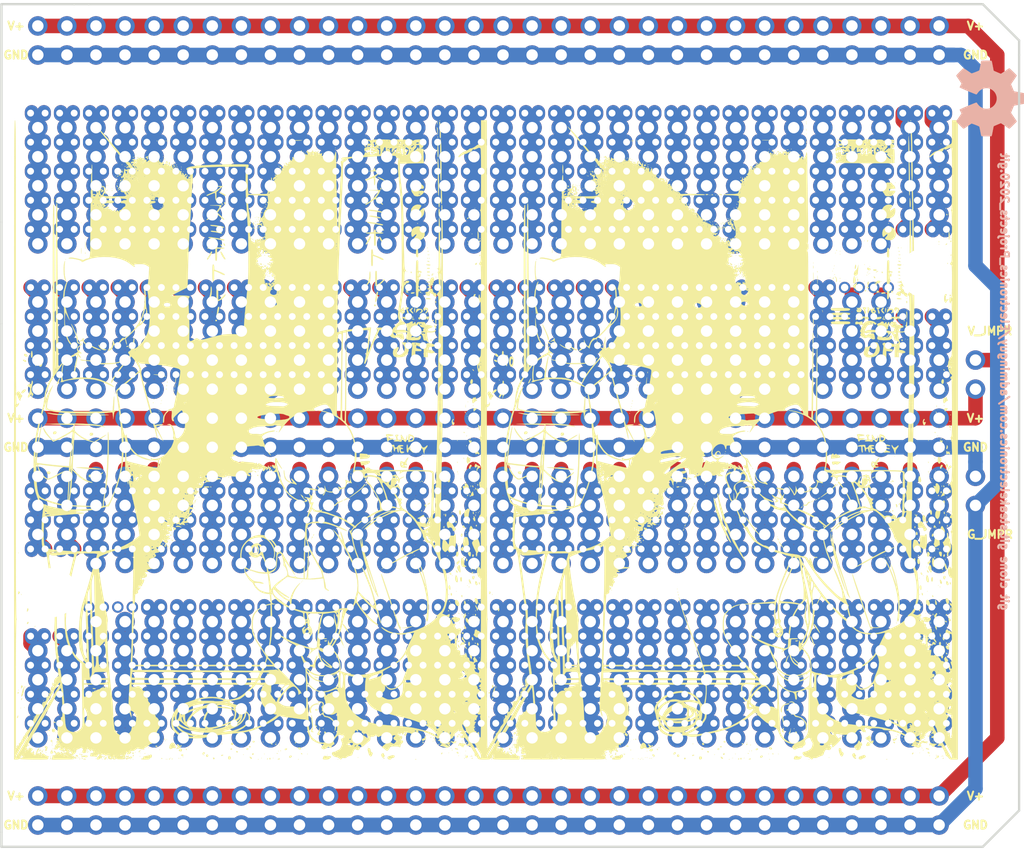
<source format=kicad_pcb>
(kicad_pcb (version 20171130) (host pcbnew 5.0.2+dfsg1-1~bpo9+1)

  (general
    (thickness 1.6002)
    (drawings 27)
    (tracks 871)
    (zones 0)
    (modules 911)
    (nets 1)
  )

  (page User 150.012 200)
  (title_block
    (title High-density-proto-board)
    (date "12 Jun 2014")
    (rev 0.10.a)
    (company "2014 - blog.spitzenpfeil.org")
  )

  (layers
    (0 Front signal)
    (31 Back signal)
    (36 B.SilkS user)
    (37 F.SilkS user)
    (38 B.Mask user)
    (39 F.Mask user)
    (44 Edge.Cuts user)
  )

  (setup
    (last_trace_width 1.27)
    (user_trace_width 0.2032)
    (user_trace_width 0.3048)
    (user_trace_width 0.4064)
    (user_trace_width 0.508)
    (user_trace_width 0.762)
    (user_trace_width 1.016)
    (user_trace_width 1.27)
    (trace_clearance 0.2032)
    (zone_clearance 0.25)
    (zone_45_only no)
    (trace_min 0.2032)
    (segment_width 0.2)
    (edge_width 0.2)
    (via_size 0.635)
    (via_drill 0.3302)
    (via_min_size 0.635)
    (via_min_drill 0.3302)
    (uvia_size 0.508)
    (uvia_drill 0.127)
    (uvias_allowed no)
    (uvia_min_size 0.508)
    (uvia_min_drill 0.127)
    (pcb_text_width 0.2)
    (pcb_text_size 1 1)
    (mod_edge_width 0.2)
    (mod_text_size 1 1)
    (mod_text_width 0.2)
    (pad_size 1.7 1.7)
    (pad_drill 1)
    (pad_to_mask_clearance 0)
    (solder_mask_min_width 0.25)
    (aux_axis_origin 0 0)
    (visible_elements 7FFFFF7F)
    (pcbplotparams
      (layerselection 0x010f0_ffffffff)
      (usegerberextensions true)
      (usegerberattributes false)
      (usegerberadvancedattributes false)
      (creategerberjobfile false)
      (excludeedgelayer true)
      (linewidth 0.150000)
      (plotframeref false)
      (viasonmask false)
      (mode 1)
      (useauxorigin false)
      (hpglpennumber 1)
      (hpglpenspeed 20)
      (hpglpendiameter 15.000000)
      (psnegative false)
      (psa4output false)
      (plotreference true)
      (plotvalue true)
      (plotinvisibletext false)
      (padsonsilk false)
      (subtractmaskfromsilk true)
      (outputformat 1)
      (mirror false)
      (drillshape 0)
      (scaleselection 1)
      (outputdirectory "gerbers/"))
  )

  (net 0 "")

  (net_class Default "This is the default net class."
    (clearance 0.2032)
    (trace_width 0.4064)
    (via_dia 0.635)
    (via_drill 0.3302)
    (uvia_dia 0.508)
    (uvia_drill 0.127)
  )

  (module footprints:PinHeader_1x01_P1.27mm_Vertical_EDIT (layer Front) (tedit 5E881D2A) (tstamp 5E8AE28A)
    (at 90.17 66.675)
    (descr "Through hole straight pin header, 1x01, 1.27mm pitch, single row")
    (tags "Through hole pin header THT 1x01 1.27mm single row")
    (fp_text reference REF** (at 0 -1.695) (layer F.SilkS) hide
      (effects (font (size 1 1) (thickness 0.15)))
    )
    (fp_text value PinHeader_1x01_P1.27mm_Vertical (at 0 1.695) (layer F.Fab)
      (effects (font (size 1 1) (thickness 0.15)))
    )
    (pad 1 thru_hole circle (at 0 0) (size 1 1) (drill 0.65) (layers *.Cu *.Mask))
    (model ${KISYS3DMOD}/Connector_PinHeader_1.27mm.3dshapes/PinHeader_1x01_P1.27mm_Vertical.wrl
      (at (xyz 0 0 0))
      (scale (xyz 1 1 1))
      (rotate (xyz 0 0 0))
    )
  )

  (module footprints:PinHeader_1x01_P1.27mm_Vertical_EDIT (layer Front) (tedit 5E881D2A) (tstamp 5E8AE282)
    (at 88.9 66.675)
    (descr "Through hole straight pin header, 1x01, 1.27mm pitch, single row")
    (tags "Through hole pin header THT 1x01 1.27mm single row")
    (fp_text reference REF** (at 0 -1.695) (layer F.SilkS) hide
      (effects (font (size 1 1) (thickness 0.15)))
    )
    (fp_text value PinHeader_1x01_P1.27mm_Vertical (at 0 1.695) (layer F.Fab)
      (effects (font (size 1 1) (thickness 0.15)))
    )
    (pad 1 thru_hole circle (at 0 0) (size 1 1) (drill 0.65) (layers *.Cu *.Mask))
    (model ${KISYS3DMOD}/Connector_PinHeader_1.27mm.3dshapes/PinHeader_1x01_P1.27mm_Vertical.wrl
      (at (xyz 0 0 0))
      (scale (xyz 1 1 1))
      (rotate (xyz 0 0 0))
    )
  )

  (module footprints:PinHeader_1x01_P1.27mm_Vertical_EDIT (layer Front) (tedit 5E881D2A) (tstamp 5E8AE27A)
    (at 87.63 66.675)
    (descr "Through hole straight pin header, 1x01, 1.27mm pitch, single row")
    (tags "Through hole pin header THT 1x01 1.27mm single row")
    (fp_text reference REF** (at 0 -1.695) (layer F.SilkS) hide
      (effects (font (size 1 1) (thickness 0.15)))
    )
    (fp_text value PinHeader_1x01_P1.27mm_Vertical (at 0 1.695) (layer F.Fab)
      (effects (font (size 1 1) (thickness 0.15)))
    )
    (pad 1 thru_hole circle (at 0 0) (size 1 1) (drill 0.65) (layers *.Cu *.Mask))
    (model ${KISYS3DMOD}/Connector_PinHeader_1.27mm.3dshapes/PinHeader_1x01_P1.27mm_Vertical.wrl
      (at (xyz 0 0 0))
      (scale (xyz 1 1 1))
      (rotate (xyz 0 0 0))
    )
  )

  (module footprints:PinHeader_1x01_P1.27mm_Vertical_EDIT (layer Front) (tedit 5E881D2A) (tstamp 5E8AE272)
    (at 86.36 66.675)
    (descr "Through hole straight pin header, 1x01, 1.27mm pitch, single row")
    (tags "Through hole pin header THT 1x01 1.27mm single row")
    (fp_text reference REF** (at 0 -1.695) (layer F.SilkS) hide
      (effects (font (size 1 1) (thickness 0.15)))
    )
    (fp_text value PinHeader_1x01_P1.27mm_Vertical (at 0 1.695) (layer F.Fab)
      (effects (font (size 1 1) (thickness 0.15)))
    )
    (pad 1 thru_hole circle (at 0 0) (size 1 1) (drill 0.65) (layers *.Cu *.Mask))
    (model ${KISYS3DMOD}/Connector_PinHeader_1.27mm.3dshapes/PinHeader_1x01_P1.27mm_Vertical.wrl
      (at (xyz 0 0 0))
      (scale (xyz 1 1 1))
      (rotate (xyz 0 0 0))
    )
  )

  (module footprints:PinHeader_1x01_P1.27mm_Vertical_EDIT (layer Front) (tedit 5E881D2A) (tstamp 5E8AE26A)
    (at 24.13 94.615)
    (descr "Through hole straight pin header, 1x01, 1.27mm pitch, single row")
    (tags "Through hole pin header THT 1x01 1.27mm single row")
    (fp_text reference REF** (at 0 -1.695) (layer F.SilkS) hide
      (effects (font (size 1 1) (thickness 0.15)))
    )
    (fp_text value PinHeader_1x01_P1.27mm_Vertical (at 0 1.695) (layer F.Fab)
      (effects (font (size 1 1) (thickness 0.15)))
    )
    (pad 1 thru_hole circle (at 0 0) (size 1 1) (drill 0.65) (layers *.Cu *.Mask))
    (model ${KISYS3DMOD}/Connector_PinHeader_1.27mm.3dshapes/PinHeader_1x01_P1.27mm_Vertical.wrl
      (at (xyz 0 0 0))
      (scale (xyz 1 1 1))
      (rotate (xyz 0 0 0))
    )
  )

  (module footprints:PinHeader_1x01_P1.27mm_Vertical_EDIT (layer Front) (tedit 5E881D2A) (tstamp 5E8AE262)
    (at 22.86 94.615)
    (descr "Through hole straight pin header, 1x01, 1.27mm pitch, single row")
    (tags "Through hole pin header THT 1x01 1.27mm single row")
    (fp_text reference REF** (at 0 -1.695) (layer F.SilkS) hide
      (effects (font (size 1 1) (thickness 0.15)))
    )
    (fp_text value PinHeader_1x01_P1.27mm_Vertical (at 0 1.695) (layer F.Fab)
      (effects (font (size 1 1) (thickness 0.15)))
    )
    (pad 1 thru_hole circle (at 0 0) (size 1 1) (drill 0.65) (layers *.Cu *.Mask))
    (model ${KISYS3DMOD}/Connector_PinHeader_1.27mm.3dshapes/PinHeader_1x01_P1.27mm_Vertical.wrl
      (at (xyz 0 0 0))
      (scale (xyz 1 1 1))
      (rotate (xyz 0 0 0))
    )
  )

  (module footprints:PinHeader_1x01_P1.27mm_Vertical_EDIT (layer Front) (tedit 5E881D2A) (tstamp 5E8AE25A)
    (at 21.59 94.615)
    (descr "Through hole straight pin header, 1x01, 1.27mm pitch, single row")
    (tags "Through hole pin header THT 1x01 1.27mm single row")
    (fp_text reference REF** (at 0 -1.695) (layer F.SilkS) hide
      (effects (font (size 1 1) (thickness 0.15)))
    )
    (fp_text value PinHeader_1x01_P1.27mm_Vertical (at 0 1.695) (layer F.Fab)
      (effects (font (size 1 1) (thickness 0.15)))
    )
    (pad 1 thru_hole circle (at 0 0) (size 1 1) (drill 0.65) (layers *.Cu *.Mask))
    (model ${KISYS3DMOD}/Connector_PinHeader_1.27mm.3dshapes/PinHeader_1x01_P1.27mm_Vertical.wrl
      (at (xyz 0 0 0))
      (scale (xyz 1 1 1))
      (rotate (xyz 0 0 0))
    )
  )

  (module footprints:PinHeader_1x01_P1.27mm_Vertical_EDIT (layer Front) (tedit 5E881D2A) (tstamp 5E8AE252)
    (at 20.32 94.615)
    (descr "Through hole straight pin header, 1x01, 1.27mm pitch, single row")
    (tags "Through hole pin header THT 1x01 1.27mm single row")
    (fp_text reference REF** (at 0 -1.695) (layer F.SilkS) hide
      (effects (font (size 1 1) (thickness 0.15)))
    )
    (fp_text value PinHeader_1x01_P1.27mm_Vertical (at 0 1.695) (layer F.Fab)
      (effects (font (size 1 1) (thickness 0.15)))
    )
    (pad 1 thru_hole circle (at 0 0) (size 1 1) (drill 0.65) (layers *.Cu *.Mask))
    (model ${KISYS3DMOD}/Connector_PinHeader_1.27mm.3dshapes/PinHeader_1x01_P1.27mm_Vertical.wrl
      (at (xyz 0 0 0))
      (scale (xyz 1 1 1))
      (rotate (xyz 0 0 0))
    )
  )

  (module footprints:PinHeader_1x01_EDIT (layer Front) (tedit 5E6DA448) (tstamp 5E89597F)
    (at 89.535 88.265)
    (descr "Through hole straight pin header, 1x01, 2.54mm pitch, single row")
    (tags "Through hole pin header THT 1x01 2.54mm single row")
    (fp_text reference REF** (at 0 -2.33) (layer F.SilkS) hide
      (effects (font (size 1 1) (thickness 0.15)))
    )
    (fp_text value PinHeader_1x01_P2.54mm_Vertical (at 0 2.33) (layer F.Fab)
      (effects (font (size 1 1) (thickness 0.15)))
    )
    (fp_line (start -0.635 -1.27) (end 1.27 -1.27) (layer F.Fab) (width 0.1))
    (fp_line (start 1.27 -1.27) (end 1.27 1.27) (layer F.Fab) (width 0.1))
    (fp_line (start -1.27 1.27) (end -1.27 -0.635) (layer F.Fab) (width 0.1))
    (fp_line (start -1.27 -0.635) (end -0.635 -1.27) (layer F.Fab) (width 0.1))
    (fp_line (start -1.8 -1.8) (end -1.8 1.8) (layer F.CrtYd) (width 0.05))
    (fp_line (start -1.8 1.8) (end 1.8 1.8) (layer F.CrtYd) (width 0.05))
    (fp_line (start 1.8 1.8) (end 1.8 -1.8) (layer F.CrtYd) (width 0.05))
    (fp_line (start 1.8 -1.8) (end -1.8 -1.8) (layer F.CrtYd) (width 0.05))
    (fp_text user %R (at 0 0 90) (layer F.Fab)
      (effects (font (size 1 1) (thickness 0.15)))
    )
    (pad 1 thru_hole oval (at 0 0) (size 1.7 1.7) (drill 1) (layers *.Cu *.Mask))
    (model ${KISYS3DMOD}/Connector_PinHeader_2.54mm.3dshapes/PinHeader_1x01_P2.54mm_Vertical.wrl
      (at (xyz 0 0 0))
      (scale (xyz 1 1 1))
      (rotate (xyz 0 0 0))
    )
  )

  (module footprints:PinHeader_1x01_EDIT (layer Front) (tedit 5E6DA448) (tstamp 5E895971)
    (at 86.995 90.805)
    (descr "Through hole straight pin header, 1x01, 2.54mm pitch, single row")
    (tags "Through hole pin header THT 1x01 2.54mm single row")
    (fp_text reference REF** (at 0 -2.33) (layer F.SilkS) hide
      (effects (font (size 1 1) (thickness 0.15)))
    )
    (fp_text value PinHeader_1x01_P2.54mm_Vertical (at 0 2.33) (layer F.Fab)
      (effects (font (size 1 1) (thickness 0.15)))
    )
    (fp_line (start -0.635 -1.27) (end 1.27 -1.27) (layer F.Fab) (width 0.1))
    (fp_line (start 1.27 -1.27) (end 1.27 1.27) (layer F.Fab) (width 0.1))
    (fp_line (start -1.27 1.27) (end -1.27 -0.635) (layer F.Fab) (width 0.1))
    (fp_line (start -1.27 -0.635) (end -0.635 -1.27) (layer F.Fab) (width 0.1))
    (fp_line (start -1.8 -1.8) (end -1.8 1.8) (layer F.CrtYd) (width 0.05))
    (fp_line (start -1.8 1.8) (end 1.8 1.8) (layer F.CrtYd) (width 0.05))
    (fp_line (start 1.8 1.8) (end 1.8 -1.8) (layer F.CrtYd) (width 0.05))
    (fp_line (start 1.8 -1.8) (end -1.8 -1.8) (layer F.CrtYd) (width 0.05))
    (fp_text user %R (at 0 0 90) (layer F.Fab)
      (effects (font (size 1 1) (thickness 0.15)))
    )
    (pad 1 thru_hole oval (at 0 0) (size 1.7 1.7) (drill 1) (layers *.Cu *.Mask))
    (model ${KISYS3DMOD}/Connector_PinHeader_2.54mm.3dshapes/PinHeader_1x01_P2.54mm_Vertical.wrl
      (at (xyz 0 0 0))
      (scale (xyz 1 1 1))
      (rotate (xyz 0 0 0))
    )
  )

  (module my_parts:MADW__SIL-8-1.27mm (layer Front) (tedit 539892D9) (tstamp 5E895966)
    (at 90.805 89.535)
    (fp_text reference P? (at 0 -2.286) (layer F.SilkS) hide
      (effects (font (size 1 1) (thickness 0.2)))
    )
    (fp_text value VAL** (at 0 2.286) (layer F.SilkS) hide
      (effects (font (size 1 1) (thickness 0.2)))
    )
    (pad 1 thru_hole oval (at -4.445 0) (size 1.2 1.4) (drill 0.6 (offset 0.1 0)) (layers *.Cu *.Mask))
    (pad 2 thru_hole oval (at -3.175 0) (size 1.2 1.4) (drill 0.6 (offset -0.1 0)) (layers *.Cu *.Mask))
    (pad 3 thru_hole oval (at -1.905 0) (size 1.2 1.4) (drill 0.6 (offset 0.1 0)) (layers *.Cu *.Mask))
    (pad 4 thru_hole oval (at -0.635 0) (size 1.2 1.4) (drill 0.6 (offset -0.1 0)) (layers *.Cu *.Mask))
    (pad 5 thru_hole oval (at 0.635 0) (size 1.2 1.4) (drill 0.6 (offset 0.1 0)) (layers *.Cu *.Mask))
    (pad 6 thru_hole oval (at 1.905 0) (size 1.2 1.4) (drill 0.6 (offset -0.1 0)) (layers *.Cu *.Mask))
    (pad 7 thru_hole oval (at 3.175 0) (size 1.2 1.4) (drill 0.6 (offset 0.1 0)) (layers *.Cu *.Mask))
    (pad 8 thru_hole oval (at 4.445 0) (size 1.2 1.4) (drill 0.6 (offset -0.1 0)) (layers *.Cu *.Mask))
  )

  (module footprints:PinHeader_1x01_EDIT (layer Front) (tedit 5E6DA448) (tstamp 5E895959)
    (at 94.615 90.805)
    (descr "Through hole straight pin header, 1x01, 2.54mm pitch, single row")
    (tags "Through hole pin header THT 1x01 2.54mm single row")
    (fp_text reference REF** (at 0 -2.33) (layer F.SilkS) hide
      (effects (font (size 1 1) (thickness 0.15)))
    )
    (fp_text value PinHeader_1x01_P2.54mm_Vertical (at 0 2.33) (layer F.Fab)
      (effects (font (size 1 1) (thickness 0.15)))
    )
    (fp_text user %R (at 0 0 90) (layer F.Fab)
      (effects (font (size 1 1) (thickness 0.15)))
    )
    (fp_line (start 1.8 -1.8) (end -1.8 -1.8) (layer F.CrtYd) (width 0.05))
    (fp_line (start 1.8 1.8) (end 1.8 -1.8) (layer F.CrtYd) (width 0.05))
    (fp_line (start -1.8 1.8) (end 1.8 1.8) (layer F.CrtYd) (width 0.05))
    (fp_line (start -1.8 -1.8) (end -1.8 1.8) (layer F.CrtYd) (width 0.05))
    (fp_line (start -1.27 -0.635) (end -0.635 -1.27) (layer F.Fab) (width 0.1))
    (fp_line (start -1.27 1.27) (end -1.27 -0.635) (layer F.Fab) (width 0.1))
    (fp_line (start 1.27 -1.27) (end 1.27 1.27) (layer F.Fab) (width 0.1))
    (fp_line (start -0.635 -1.27) (end 1.27 -1.27) (layer F.Fab) (width 0.1))
    (pad 1 thru_hole oval (at 0 0) (size 1.7 1.7) (drill 1) (layers *.Cu *.Mask))
    (model ${KISYS3DMOD}/Connector_PinHeader_2.54mm.3dshapes/PinHeader_1x01_P2.54mm_Vertical.wrl
      (at (xyz 0 0 0))
      (scale (xyz 1 1 1))
      (rotate (xyz 0 0 0))
    )
  )

  (module footprints:PinHeader_1x01_EDIT (layer Front) (tedit 5E6DA448) (tstamp 5E89594C)
    (at 92.075 88.265)
    (descr "Through hole straight pin header, 1x01, 2.54mm pitch, single row")
    (tags "Through hole pin header THT 1x01 2.54mm single row")
    (fp_text reference REF** (at 0 -2.33) (layer F.SilkS) hide
      (effects (font (size 1 1) (thickness 0.15)))
    )
    (fp_text value PinHeader_1x01_P2.54mm_Vertical (at 0 2.33) (layer F.Fab)
      (effects (font (size 1 1) (thickness 0.15)))
    )
    (fp_text user %R (at 0 0 90) (layer F.Fab)
      (effects (font (size 1 1) (thickness 0.15)))
    )
    (fp_line (start 1.8 -1.8) (end -1.8 -1.8) (layer F.CrtYd) (width 0.05))
    (fp_line (start 1.8 1.8) (end 1.8 -1.8) (layer F.CrtYd) (width 0.05))
    (fp_line (start -1.8 1.8) (end 1.8 1.8) (layer F.CrtYd) (width 0.05))
    (fp_line (start -1.8 -1.8) (end -1.8 1.8) (layer F.CrtYd) (width 0.05))
    (fp_line (start -1.27 -0.635) (end -0.635 -1.27) (layer F.Fab) (width 0.1))
    (fp_line (start -1.27 1.27) (end -1.27 -0.635) (layer F.Fab) (width 0.1))
    (fp_line (start 1.27 -1.27) (end 1.27 1.27) (layer F.Fab) (width 0.1))
    (fp_line (start -0.635 -1.27) (end 1.27 -1.27) (layer F.Fab) (width 0.1))
    (pad 1 thru_hole oval (at 0 0) (size 1.7 1.7) (drill 1) (layers *.Cu *.Mask))
    (model ${KISYS3DMOD}/Connector_PinHeader_2.54mm.3dshapes/PinHeader_1x01_P2.54mm_Vertical.wrl
      (at (xyz 0 0 0))
      (scale (xyz 1 1 1))
      (rotate (xyz 0 0 0))
    )
  )

  (module my_parts:MADW__SIL-8-1.27mm (layer Front) (tedit 539892D9) (tstamp 5E89593F)
    (at 90.805 84.455)
    (fp_text reference P? (at 0 -2.286) (layer F.SilkS) hide
      (effects (font (size 1 1) (thickness 0.2)))
    )
    (fp_text value VAL** (at 0 2.286) (layer F.SilkS) hide
      (effects (font (size 1 1) (thickness 0.2)))
    )
    (pad 1 thru_hole oval (at -4.445 0) (size 1.2 1.4) (drill 0.6 (offset 0.1 0)) (layers *.Cu *.Mask))
    (pad 2 thru_hole oval (at -3.175 0) (size 1.2 1.4) (drill 0.6 (offset -0.1 0)) (layers *.Cu *.Mask))
    (pad 3 thru_hole oval (at -1.905 0) (size 1.2 1.4) (drill 0.6 (offset 0.1 0)) (layers *.Cu *.Mask))
    (pad 4 thru_hole oval (at -0.635 0) (size 1.2 1.4) (drill 0.6 (offset -0.1 0)) (layers *.Cu *.Mask))
    (pad 5 thru_hole oval (at 0.635 0) (size 1.2 1.4) (drill 0.6 (offset 0.1 0)) (layers *.Cu *.Mask))
    (pad 6 thru_hole oval (at 1.905 0) (size 1.2 1.4) (drill 0.6 (offset -0.1 0)) (layers *.Cu *.Mask))
    (pad 7 thru_hole oval (at 3.175 0) (size 1.2 1.4) (drill 0.6 (offset 0.1 0)) (layers *.Cu *.Mask))
    (pad 8 thru_hole oval (at 4.445 0) (size 1.2 1.4) (drill 0.6 (offset -0.1 0)) (layers *.Cu *.Mask))
  )

  (module footprints:PinHeader_1x01_EDIT (layer Front) (tedit 5E6DA448) (tstamp 5E895932)
    (at 89.535 83.185)
    (descr "Through hole straight pin header, 1x01, 2.54mm pitch, single row")
    (tags "Through hole pin header THT 1x01 2.54mm single row")
    (fp_text reference REF** (at 0 -2.33) (layer F.SilkS) hide
      (effects (font (size 1 1) (thickness 0.15)))
    )
    (fp_text value PinHeader_1x01_P2.54mm_Vertical (at 0 2.33) (layer F.Fab)
      (effects (font (size 1 1) (thickness 0.15)))
    )
    (fp_line (start -0.635 -1.27) (end 1.27 -1.27) (layer F.Fab) (width 0.1))
    (fp_line (start 1.27 -1.27) (end 1.27 1.27) (layer F.Fab) (width 0.1))
    (fp_line (start -1.27 1.27) (end -1.27 -0.635) (layer F.Fab) (width 0.1))
    (fp_line (start -1.27 -0.635) (end -0.635 -1.27) (layer F.Fab) (width 0.1))
    (fp_line (start -1.8 -1.8) (end -1.8 1.8) (layer F.CrtYd) (width 0.05))
    (fp_line (start -1.8 1.8) (end 1.8 1.8) (layer F.CrtYd) (width 0.05))
    (fp_line (start 1.8 1.8) (end 1.8 -1.8) (layer F.CrtYd) (width 0.05))
    (fp_line (start 1.8 -1.8) (end -1.8 -1.8) (layer F.CrtYd) (width 0.05))
    (fp_text user %R (at 0 0 90) (layer F.Fab)
      (effects (font (size 1 1) (thickness 0.15)))
    )
    (pad 1 thru_hole oval (at 0 0) (size 1.7 1.7) (drill 1) (layers *.Cu *.Mask))
    (model ${KISYS3DMOD}/Connector_PinHeader_2.54mm.3dshapes/PinHeader_1x01_P2.54mm_Vertical.wrl
      (at (xyz 0 0 0))
      (scale (xyz 1 1 1))
      (rotate (xyz 0 0 0))
    )
  )

  (module footprints:PinHeader_1x01_EDIT (layer Front) (tedit 5E6DA448) (tstamp 5E895925)
    (at 86.995 83.185)
    (descr "Through hole straight pin header, 1x01, 2.54mm pitch, single row")
    (tags "Through hole pin header THT 1x01 2.54mm single row")
    (fp_text reference REF** (at 0 -2.33) (layer F.SilkS) hide
      (effects (font (size 1 1) (thickness 0.15)))
    )
    (fp_text value PinHeader_1x01_P2.54mm_Vertical (at 0 2.33) (layer F.Fab)
      (effects (font (size 1 1) (thickness 0.15)))
    )
    (fp_text user %R (at 0 0 90) (layer F.Fab)
      (effects (font (size 1 1) (thickness 0.15)))
    )
    (fp_line (start 1.8 -1.8) (end -1.8 -1.8) (layer F.CrtYd) (width 0.05))
    (fp_line (start 1.8 1.8) (end 1.8 -1.8) (layer F.CrtYd) (width 0.05))
    (fp_line (start -1.8 1.8) (end 1.8 1.8) (layer F.CrtYd) (width 0.05))
    (fp_line (start -1.8 -1.8) (end -1.8 1.8) (layer F.CrtYd) (width 0.05))
    (fp_line (start -1.27 -0.635) (end -0.635 -1.27) (layer F.Fab) (width 0.1))
    (fp_line (start -1.27 1.27) (end -1.27 -0.635) (layer F.Fab) (width 0.1))
    (fp_line (start 1.27 -1.27) (end 1.27 1.27) (layer F.Fab) (width 0.1))
    (fp_line (start -0.635 -1.27) (end 1.27 -1.27) (layer F.Fab) (width 0.1))
    (pad 1 thru_hole oval (at 0 0) (size 1.7 1.7) (drill 1) (layers *.Cu *.Mask))
    (model ${KISYS3DMOD}/Connector_PinHeader_2.54mm.3dshapes/PinHeader_1x01_P2.54mm_Vertical.wrl
      (at (xyz 0 0 0))
      (scale (xyz 1 1 1))
      (rotate (xyz 0 0 0))
    )
  )

  (module footprints:PinHeader_1x01_EDIT (layer Front) (tedit 5E6DA448) (tstamp 5E895917)
    (at 86.995 88.265)
    (descr "Through hole straight pin header, 1x01, 2.54mm pitch, single row")
    (tags "Through hole pin header THT 1x01 2.54mm single row")
    (fp_text reference REF** (at 0 -2.33) (layer F.SilkS) hide
      (effects (font (size 1 1) (thickness 0.15)))
    )
    (fp_text value PinHeader_1x01_P2.54mm_Vertical (at 0 2.33) (layer F.Fab)
      (effects (font (size 1 1) (thickness 0.15)))
    )
    (fp_text user %R (at 0 0 90) (layer F.Fab)
      (effects (font (size 1 1) (thickness 0.15)))
    )
    (fp_line (start 1.8 -1.8) (end -1.8 -1.8) (layer F.CrtYd) (width 0.05))
    (fp_line (start 1.8 1.8) (end 1.8 -1.8) (layer F.CrtYd) (width 0.05))
    (fp_line (start -1.8 1.8) (end 1.8 1.8) (layer F.CrtYd) (width 0.05))
    (fp_line (start -1.8 -1.8) (end -1.8 1.8) (layer F.CrtYd) (width 0.05))
    (fp_line (start -1.27 -0.635) (end -0.635 -1.27) (layer F.Fab) (width 0.1))
    (fp_line (start -1.27 1.27) (end -1.27 -0.635) (layer F.Fab) (width 0.1))
    (fp_line (start 1.27 -1.27) (end 1.27 1.27) (layer F.Fab) (width 0.1))
    (fp_line (start -0.635 -1.27) (end 1.27 -1.27) (layer F.Fab) (width 0.1))
    (pad 1 thru_hole oval (at 0 0) (size 1.7 1.7) (drill 1) (layers *.Cu *.Mask))
    (model ${KISYS3DMOD}/Connector_PinHeader_2.54mm.3dshapes/PinHeader_1x01_P2.54mm_Vertical.wrl
      (at (xyz 0 0 0))
      (scale (xyz 1 1 1))
      (rotate (xyz 0 0 0))
    )
  )

  (module footprints:PinHeader_1x01_EDIT (layer Front) (tedit 5E6DA448) (tstamp 5E895909)
    (at 94.615 88.265)
    (descr "Through hole straight pin header, 1x01, 2.54mm pitch, single row")
    (tags "Through hole pin header THT 1x01 2.54mm single row")
    (fp_text reference REF** (at 0 -2.33) (layer F.SilkS) hide
      (effects (font (size 1 1) (thickness 0.15)))
    )
    (fp_text value PinHeader_1x01_P2.54mm_Vertical (at 0 2.33) (layer F.Fab)
      (effects (font (size 1 1) (thickness 0.15)))
    )
    (fp_line (start -0.635 -1.27) (end 1.27 -1.27) (layer F.Fab) (width 0.1))
    (fp_line (start 1.27 -1.27) (end 1.27 1.27) (layer F.Fab) (width 0.1))
    (fp_line (start -1.27 1.27) (end -1.27 -0.635) (layer F.Fab) (width 0.1))
    (fp_line (start -1.27 -0.635) (end -0.635 -1.27) (layer F.Fab) (width 0.1))
    (fp_line (start -1.8 -1.8) (end -1.8 1.8) (layer F.CrtYd) (width 0.05))
    (fp_line (start -1.8 1.8) (end 1.8 1.8) (layer F.CrtYd) (width 0.05))
    (fp_line (start 1.8 1.8) (end 1.8 -1.8) (layer F.CrtYd) (width 0.05))
    (fp_line (start 1.8 -1.8) (end -1.8 -1.8) (layer F.CrtYd) (width 0.05))
    (fp_text user %R (at 0 0 90) (layer F.Fab)
      (effects (font (size 1 1) (thickness 0.15)))
    )
    (pad 1 thru_hole oval (at 0 0) (size 1.7 1.7) (drill 1) (layers *.Cu *.Mask))
    (model ${KISYS3DMOD}/Connector_PinHeader_2.54mm.3dshapes/PinHeader_1x01_P2.54mm_Vertical.wrl
      (at (xyz 0 0 0))
      (scale (xyz 1 1 1))
      (rotate (xyz 0 0 0))
    )
  )

  (module footprints:PinHeader_1x01_EDIT (layer Front) (tedit 5E6DA448) (tstamp 5E8958FC)
    (at 94.615 85.725)
    (descr "Through hole straight pin header, 1x01, 2.54mm pitch, single row")
    (tags "Through hole pin header THT 1x01 2.54mm single row")
    (fp_text reference REF** (at 0 -2.33) (layer F.SilkS) hide
      (effects (font (size 1 1) (thickness 0.15)))
    )
    (fp_text value PinHeader_1x01_P2.54mm_Vertical (at 0 2.33) (layer F.Fab)
      (effects (font (size 1 1) (thickness 0.15)))
    )
    (fp_text user %R (at 0 0 90) (layer F.Fab)
      (effects (font (size 1 1) (thickness 0.15)))
    )
    (fp_line (start 1.8 -1.8) (end -1.8 -1.8) (layer F.CrtYd) (width 0.05))
    (fp_line (start 1.8 1.8) (end 1.8 -1.8) (layer F.CrtYd) (width 0.05))
    (fp_line (start -1.8 1.8) (end 1.8 1.8) (layer F.CrtYd) (width 0.05))
    (fp_line (start -1.8 -1.8) (end -1.8 1.8) (layer F.CrtYd) (width 0.05))
    (fp_line (start -1.27 -0.635) (end -0.635 -1.27) (layer F.Fab) (width 0.1))
    (fp_line (start -1.27 1.27) (end -1.27 -0.635) (layer F.Fab) (width 0.1))
    (fp_line (start 1.27 -1.27) (end 1.27 1.27) (layer F.Fab) (width 0.1))
    (fp_line (start -0.635 -1.27) (end 1.27 -1.27) (layer F.Fab) (width 0.1))
    (pad 1 thru_hole oval (at 0 0) (size 1.7 1.7) (drill 1) (layers *.Cu *.Mask))
    (model ${KISYS3DMOD}/Connector_PinHeader_2.54mm.3dshapes/PinHeader_1x01_P2.54mm_Vertical.wrl
      (at (xyz 0 0 0))
      (scale (xyz 1 1 1))
      (rotate (xyz 0 0 0))
    )
  )

  (module footprints:PinHeader_1x01_EDIT (layer Front) (tedit 5E6DA448) (tstamp 5E8958EA)
    (at 86.995 85.725)
    (descr "Through hole straight pin header, 1x01, 2.54mm pitch, single row")
    (tags "Through hole pin header THT 1x01 2.54mm single row")
    (fp_text reference REF** (at 0 -2.33) (layer F.SilkS) hide
      (effects (font (size 1 1) (thickness 0.15)))
    )
    (fp_text value PinHeader_1x01_P2.54mm_Vertical (at 0 2.33) (layer F.Fab)
      (effects (font (size 1 1) (thickness 0.15)))
    )
    (fp_line (start -0.635 -1.27) (end 1.27 -1.27) (layer F.Fab) (width 0.1))
    (fp_line (start 1.27 -1.27) (end 1.27 1.27) (layer F.Fab) (width 0.1))
    (fp_line (start -1.27 1.27) (end -1.27 -0.635) (layer F.Fab) (width 0.1))
    (fp_line (start -1.27 -0.635) (end -0.635 -1.27) (layer F.Fab) (width 0.1))
    (fp_line (start -1.8 -1.8) (end -1.8 1.8) (layer F.CrtYd) (width 0.05))
    (fp_line (start -1.8 1.8) (end 1.8 1.8) (layer F.CrtYd) (width 0.05))
    (fp_line (start 1.8 1.8) (end 1.8 -1.8) (layer F.CrtYd) (width 0.05))
    (fp_line (start 1.8 -1.8) (end -1.8 -1.8) (layer F.CrtYd) (width 0.05))
    (fp_text user %R (at 0 0 90) (layer F.Fab)
      (effects (font (size 1 1) (thickness 0.15)))
    )
    (pad 1 thru_hole oval (at 0 0) (size 1.7 1.7) (drill 1) (layers *.Cu *.Mask))
    (model ${KISYS3DMOD}/Connector_PinHeader_2.54mm.3dshapes/PinHeader_1x01_P2.54mm_Vertical.wrl
      (at (xyz 0 0 0))
      (scale (xyz 1 1 1))
      (rotate (xyz 0 0 0))
    )
  )

  (module my_parts:MADW__SIL-8-1.27mm (layer Front) (tedit 539892D9) (tstamp 5E8958DD)
    (at 90.805 86.995)
    (fp_text reference P? (at 0 -2.286) (layer F.SilkS) hide
      (effects (font (size 1 1) (thickness 0.2)))
    )
    (fp_text value VAL** (at 0 2.286) (layer F.SilkS) hide
      (effects (font (size 1 1) (thickness 0.2)))
    )
    (pad 1 thru_hole oval (at -4.445 0) (size 1.2 1.4) (drill 0.6 (offset 0.1 0)) (layers *.Cu *.Mask))
    (pad 2 thru_hole oval (at -3.175 0) (size 1.2 1.4) (drill 0.6 (offset -0.1 0)) (layers *.Cu *.Mask))
    (pad 3 thru_hole oval (at -1.905 0) (size 1.2 1.4) (drill 0.6 (offset 0.1 0)) (layers *.Cu *.Mask))
    (pad 4 thru_hole oval (at -0.635 0) (size 1.2 1.4) (drill 0.6 (offset -0.1 0)) (layers *.Cu *.Mask))
    (pad 5 thru_hole oval (at 0.635 0) (size 1.2 1.4) (drill 0.6 (offset 0.1 0)) (layers *.Cu *.Mask))
    (pad 6 thru_hole oval (at 1.905 0) (size 1.2 1.4) (drill 0.6 (offset -0.1 0)) (layers *.Cu *.Mask))
    (pad 7 thru_hole oval (at 3.175 0) (size 1.2 1.4) (drill 0.6 (offset 0.1 0)) (layers *.Cu *.Mask))
    (pad 8 thru_hole oval (at 4.445 0) (size 1.2 1.4) (drill 0.6 (offset -0.1 0)) (layers *.Cu *.Mask))
  )

  (module footprints:PinHeader_1x01_EDIT (layer Front) (tedit 5E6DA448) (tstamp 5E8958D0)
    (at 94.615 83.185)
    (descr "Through hole straight pin header, 1x01, 2.54mm pitch, single row")
    (tags "Through hole pin header THT 1x01 2.54mm single row")
    (fp_text reference REF** (at 0 -2.33) (layer F.SilkS) hide
      (effects (font (size 1 1) (thickness 0.15)))
    )
    (fp_text value PinHeader_1x01_P2.54mm_Vertical (at 0 2.33) (layer F.Fab)
      (effects (font (size 1 1) (thickness 0.15)))
    )
    (fp_line (start -0.635 -1.27) (end 1.27 -1.27) (layer F.Fab) (width 0.1))
    (fp_line (start 1.27 -1.27) (end 1.27 1.27) (layer F.Fab) (width 0.1))
    (fp_line (start -1.27 1.27) (end -1.27 -0.635) (layer F.Fab) (width 0.1))
    (fp_line (start -1.27 -0.635) (end -0.635 -1.27) (layer F.Fab) (width 0.1))
    (fp_line (start -1.8 -1.8) (end -1.8 1.8) (layer F.CrtYd) (width 0.05))
    (fp_line (start -1.8 1.8) (end 1.8 1.8) (layer F.CrtYd) (width 0.05))
    (fp_line (start 1.8 1.8) (end 1.8 -1.8) (layer F.CrtYd) (width 0.05))
    (fp_line (start 1.8 -1.8) (end -1.8 -1.8) (layer F.CrtYd) (width 0.05))
    (fp_text user %R (at 0 0 90) (layer F.Fab)
      (effects (font (size 1 1) (thickness 0.15)))
    )
    (pad 1 thru_hole oval (at 0 0) (size 1.7 1.7) (drill 1) (layers *.Cu *.Mask))
    (model ${KISYS3DMOD}/Connector_PinHeader_2.54mm.3dshapes/PinHeader_1x01_P2.54mm_Vertical.wrl
      (at (xyz 0 0 0))
      (scale (xyz 1 1 1))
      (rotate (xyz 0 0 0))
    )
  )

  (module footprints:PinHeader_1x01_EDIT (layer Front) (tedit 5E6DA448) (tstamp 5E8958C2)
    (at 92.075 83.185)
    (descr "Through hole straight pin header, 1x01, 2.54mm pitch, single row")
    (tags "Through hole pin header THT 1x01 2.54mm single row")
    (fp_text reference REF** (at 0 -2.33) (layer F.SilkS) hide
      (effects (font (size 1 1) (thickness 0.15)))
    )
    (fp_text value PinHeader_1x01_P2.54mm_Vertical (at 0 2.33) (layer F.Fab)
      (effects (font (size 1 1) (thickness 0.15)))
    )
    (fp_text user %R (at 0 0 90) (layer F.Fab)
      (effects (font (size 1 1) (thickness 0.15)))
    )
    (fp_line (start 1.8 -1.8) (end -1.8 -1.8) (layer F.CrtYd) (width 0.05))
    (fp_line (start 1.8 1.8) (end 1.8 -1.8) (layer F.CrtYd) (width 0.05))
    (fp_line (start -1.8 1.8) (end 1.8 1.8) (layer F.CrtYd) (width 0.05))
    (fp_line (start -1.8 -1.8) (end -1.8 1.8) (layer F.CrtYd) (width 0.05))
    (fp_line (start -1.27 -0.635) (end -0.635 -1.27) (layer F.Fab) (width 0.1))
    (fp_line (start -1.27 1.27) (end -1.27 -0.635) (layer F.Fab) (width 0.1))
    (fp_line (start 1.27 -1.27) (end 1.27 1.27) (layer F.Fab) (width 0.1))
    (fp_line (start -0.635 -1.27) (end 1.27 -1.27) (layer F.Fab) (width 0.1))
    (pad 1 thru_hole oval (at 0 0) (size 1.7 1.7) (drill 1) (layers *.Cu *.Mask))
    (model ${KISYS3DMOD}/Connector_PinHeader_2.54mm.3dshapes/PinHeader_1x01_P2.54mm_Vertical.wrl
      (at (xyz 0 0 0))
      (scale (xyz 1 1 1))
      (rotate (xyz 0 0 0))
    )
  )

  (module footprints:PinHeader_1x01_EDIT (layer Front) (tedit 5E6DA448) (tstamp 5E8958B5)
    (at 92.075 90.805)
    (descr "Through hole straight pin header, 1x01, 2.54mm pitch, single row")
    (tags "Through hole pin header THT 1x01 2.54mm single row")
    (fp_text reference REF** (at 0 -2.33) (layer F.SilkS) hide
      (effects (font (size 1 1) (thickness 0.15)))
    )
    (fp_text value PinHeader_1x01_P2.54mm_Vertical (at 0 2.33) (layer F.Fab)
      (effects (font (size 1 1) (thickness 0.15)))
    )
    (fp_line (start -0.635 -1.27) (end 1.27 -1.27) (layer F.Fab) (width 0.1))
    (fp_line (start 1.27 -1.27) (end 1.27 1.27) (layer F.Fab) (width 0.1))
    (fp_line (start -1.27 1.27) (end -1.27 -0.635) (layer F.Fab) (width 0.1))
    (fp_line (start -1.27 -0.635) (end -0.635 -1.27) (layer F.Fab) (width 0.1))
    (fp_line (start -1.8 -1.8) (end -1.8 1.8) (layer F.CrtYd) (width 0.05))
    (fp_line (start -1.8 1.8) (end 1.8 1.8) (layer F.CrtYd) (width 0.05))
    (fp_line (start 1.8 1.8) (end 1.8 -1.8) (layer F.CrtYd) (width 0.05))
    (fp_line (start 1.8 -1.8) (end -1.8 -1.8) (layer F.CrtYd) (width 0.05))
    (fp_text user %R (at 0 0 90) (layer F.Fab)
      (effects (font (size 1 1) (thickness 0.15)))
    )
    (pad 1 thru_hole oval (at 0 0) (size 1.7 1.7) (drill 1) (layers *.Cu *.Mask))
    (model ${KISYS3DMOD}/Connector_PinHeader_2.54mm.3dshapes/PinHeader_1x01_P2.54mm_Vertical.wrl
      (at (xyz 0 0 0))
      (scale (xyz 1 1 1))
      (rotate (xyz 0 0 0))
    )
  )

  (module footprints:PinHeader_1x01_EDIT (layer Front) (tedit 5E6DA448) (tstamp 5E8958A8)
    (at 92.075 85.725)
    (descr "Through hole straight pin header, 1x01, 2.54mm pitch, single row")
    (tags "Through hole pin header THT 1x01 2.54mm single row")
    (fp_text reference REF** (at 0 -2.33) (layer F.SilkS) hide
      (effects (font (size 1 1) (thickness 0.15)))
    )
    (fp_text value PinHeader_1x01_P2.54mm_Vertical (at 0 2.33) (layer F.Fab)
      (effects (font (size 1 1) (thickness 0.15)))
    )
    (fp_line (start -0.635 -1.27) (end 1.27 -1.27) (layer F.Fab) (width 0.1))
    (fp_line (start 1.27 -1.27) (end 1.27 1.27) (layer F.Fab) (width 0.1))
    (fp_line (start -1.27 1.27) (end -1.27 -0.635) (layer F.Fab) (width 0.1))
    (fp_line (start -1.27 -0.635) (end -0.635 -1.27) (layer F.Fab) (width 0.1))
    (fp_line (start -1.8 -1.8) (end -1.8 1.8) (layer F.CrtYd) (width 0.05))
    (fp_line (start -1.8 1.8) (end 1.8 1.8) (layer F.CrtYd) (width 0.05))
    (fp_line (start 1.8 1.8) (end 1.8 -1.8) (layer F.CrtYd) (width 0.05))
    (fp_line (start 1.8 -1.8) (end -1.8 -1.8) (layer F.CrtYd) (width 0.05))
    (fp_text user %R (at 0 0 90) (layer F.Fab)
      (effects (font (size 1 1) (thickness 0.15)))
    )
    (pad 1 thru_hole oval (at 0 0) (size 1.7 1.7) (drill 1) (layers *.Cu *.Mask))
    (model ${KISYS3DMOD}/Connector_PinHeader_2.54mm.3dshapes/PinHeader_1x01_P2.54mm_Vertical.wrl
      (at (xyz 0 0 0))
      (scale (xyz 1 1 1))
      (rotate (xyz 0 0 0))
    )
  )

  (module footprints:PinHeader_1x01_EDIT (layer Front) (tedit 5E6DA448) (tstamp 5E895899)
    (at 89.535 90.805)
    (descr "Through hole straight pin header, 1x01, 2.54mm pitch, single row")
    (tags "Through hole pin header THT 1x01 2.54mm single row")
    (fp_text reference REF** (at 0 -2.33) (layer F.SilkS) hide
      (effects (font (size 1 1) (thickness 0.15)))
    )
    (fp_text value PinHeader_1x01_P2.54mm_Vertical (at 0 2.33) (layer F.Fab)
      (effects (font (size 1 1) (thickness 0.15)))
    )
    (fp_text user %R (at 0 0 90) (layer F.Fab)
      (effects (font (size 1 1) (thickness 0.15)))
    )
    (fp_line (start 1.8 -1.8) (end -1.8 -1.8) (layer F.CrtYd) (width 0.05))
    (fp_line (start 1.8 1.8) (end 1.8 -1.8) (layer F.CrtYd) (width 0.05))
    (fp_line (start -1.8 1.8) (end 1.8 1.8) (layer F.CrtYd) (width 0.05))
    (fp_line (start -1.8 -1.8) (end -1.8 1.8) (layer F.CrtYd) (width 0.05))
    (fp_line (start -1.27 -0.635) (end -0.635 -1.27) (layer F.Fab) (width 0.1))
    (fp_line (start -1.27 1.27) (end -1.27 -0.635) (layer F.Fab) (width 0.1))
    (fp_line (start 1.27 -1.27) (end 1.27 1.27) (layer F.Fab) (width 0.1))
    (fp_line (start -0.635 -1.27) (end 1.27 -1.27) (layer F.Fab) (width 0.1))
    (pad 1 thru_hole oval (at 0 0) (size 1.7 1.7) (drill 1) (layers *.Cu *.Mask))
    (model ${KISYS3DMOD}/Connector_PinHeader_2.54mm.3dshapes/PinHeader_1x01_P2.54mm_Vertical.wrl
      (at (xyz 0 0 0))
      (scale (xyz 1 1 1))
      (rotate (xyz 0 0 0))
    )
  )

  (module footprints:PinHeader_1x01_EDIT (layer Front) (tedit 5E6DA448) (tstamp 5E89588C)
    (at 89.535 85.725)
    (descr "Through hole straight pin header, 1x01, 2.54mm pitch, single row")
    (tags "Through hole pin header THT 1x01 2.54mm single row")
    (fp_text reference REF** (at 0 -2.33) (layer F.SilkS) hide
      (effects (font (size 1 1) (thickness 0.15)))
    )
    (fp_text value PinHeader_1x01_P2.54mm_Vertical (at 0 2.33) (layer F.Fab)
      (effects (font (size 1 1) (thickness 0.15)))
    )
    (fp_text user %R (at 0 0 90) (layer F.Fab)
      (effects (font (size 1 1) (thickness 0.15)))
    )
    (fp_line (start 1.8 -1.8) (end -1.8 -1.8) (layer F.CrtYd) (width 0.05))
    (fp_line (start 1.8 1.8) (end 1.8 -1.8) (layer F.CrtYd) (width 0.05))
    (fp_line (start -1.8 1.8) (end 1.8 1.8) (layer F.CrtYd) (width 0.05))
    (fp_line (start -1.8 -1.8) (end -1.8 1.8) (layer F.CrtYd) (width 0.05))
    (fp_line (start -1.27 -0.635) (end -0.635 -1.27) (layer F.Fab) (width 0.1))
    (fp_line (start -1.27 1.27) (end -1.27 -0.635) (layer F.Fab) (width 0.1))
    (fp_line (start 1.27 -1.27) (end 1.27 1.27) (layer F.Fab) (width 0.1))
    (fp_line (start -0.635 -1.27) (end 1.27 -1.27) (layer F.Fab) (width 0.1))
    (pad 1 thru_hole oval (at 0 0) (size 1.7 1.7) (drill 1) (layers *.Cu *.Mask))
    (model ${KISYS3DMOD}/Connector_PinHeader_2.54mm.3dshapes/PinHeader_1x01_P2.54mm_Vertical.wrl
      (at (xyz 0 0 0))
      (scale (xyz 1 1 1))
      (rotate (xyz 0 0 0))
    )
  )

  (module footprints:PinHeader_1x01_EDIT (layer Front) (tedit 5E6DA448) (tstamp 5E89577B)
    (at 79.375 85.725)
    (descr "Through hole straight pin header, 1x01, 2.54mm pitch, single row")
    (tags "Through hole pin header THT 1x01 2.54mm single row")
    (fp_text reference REF** (at 0 -2.33) (layer F.SilkS) hide
      (effects (font (size 1 1) (thickness 0.15)))
    )
    (fp_text value PinHeader_1x01_P2.54mm_Vertical (at 0 2.33) (layer F.Fab)
      (effects (font (size 1 1) (thickness 0.15)))
    )
    (fp_line (start -0.635 -1.27) (end 1.27 -1.27) (layer F.Fab) (width 0.1))
    (fp_line (start 1.27 -1.27) (end 1.27 1.27) (layer F.Fab) (width 0.1))
    (fp_line (start -1.27 1.27) (end -1.27 -0.635) (layer F.Fab) (width 0.1))
    (fp_line (start -1.27 -0.635) (end -0.635 -1.27) (layer F.Fab) (width 0.1))
    (fp_line (start -1.8 -1.8) (end -1.8 1.8) (layer F.CrtYd) (width 0.05))
    (fp_line (start -1.8 1.8) (end 1.8 1.8) (layer F.CrtYd) (width 0.05))
    (fp_line (start 1.8 1.8) (end 1.8 -1.8) (layer F.CrtYd) (width 0.05))
    (fp_line (start 1.8 -1.8) (end -1.8 -1.8) (layer F.CrtYd) (width 0.05))
    (fp_text user %R (at 0 0 90) (layer F.Fab)
      (effects (font (size 1 1) (thickness 0.15)))
    )
    (pad 1 thru_hole oval (at 0 0) (size 1.7 1.7) (drill 1) (layers *.Cu *.Mask))
    (model ${KISYS3DMOD}/Connector_PinHeader_2.54mm.3dshapes/PinHeader_1x01_P2.54mm_Vertical.wrl
      (at (xyz 0 0 0))
      (scale (xyz 1 1 1))
      (rotate (xyz 0 0 0))
    )
  )

  (module footprints:PinHeader_1x01_EDIT (layer Front) (tedit 5E6DA448) (tstamp 5E89576D)
    (at 84.455 90.805)
    (descr "Through hole straight pin header, 1x01, 2.54mm pitch, single row")
    (tags "Through hole pin header THT 1x01 2.54mm single row")
    (fp_text reference REF** (at 0 -2.33) (layer F.SilkS) hide
      (effects (font (size 1 1) (thickness 0.15)))
    )
    (fp_text value PinHeader_1x01_P2.54mm_Vertical (at 0 2.33) (layer F.Fab)
      (effects (font (size 1 1) (thickness 0.15)))
    )
    (fp_line (start -0.635 -1.27) (end 1.27 -1.27) (layer F.Fab) (width 0.1))
    (fp_line (start 1.27 -1.27) (end 1.27 1.27) (layer F.Fab) (width 0.1))
    (fp_line (start -1.27 1.27) (end -1.27 -0.635) (layer F.Fab) (width 0.1))
    (fp_line (start -1.27 -0.635) (end -0.635 -1.27) (layer F.Fab) (width 0.1))
    (fp_line (start -1.8 -1.8) (end -1.8 1.8) (layer F.CrtYd) (width 0.05))
    (fp_line (start -1.8 1.8) (end 1.8 1.8) (layer F.CrtYd) (width 0.05))
    (fp_line (start 1.8 1.8) (end 1.8 -1.8) (layer F.CrtYd) (width 0.05))
    (fp_line (start 1.8 -1.8) (end -1.8 -1.8) (layer F.CrtYd) (width 0.05))
    (fp_text user %R (at 0 0 90) (layer F.Fab)
      (effects (font (size 1 1) (thickness 0.15)))
    )
    (pad 1 thru_hole oval (at 0 0) (size 1.7 1.7) (drill 1) (layers *.Cu *.Mask))
    (model ${KISYS3DMOD}/Connector_PinHeader_2.54mm.3dshapes/PinHeader_1x01_P2.54mm_Vertical.wrl
      (at (xyz 0 0 0))
      (scale (xyz 1 1 1))
      (rotate (xyz 0 0 0))
    )
  )

  (module footprints:PinHeader_1x01_EDIT (layer Front) (tedit 5E6DA448) (tstamp 5E895760)
    (at 81.915 88.265)
    (descr "Through hole straight pin header, 1x01, 2.54mm pitch, single row")
    (tags "Through hole pin header THT 1x01 2.54mm single row")
    (fp_text reference REF** (at 0 -2.33) (layer F.SilkS) hide
      (effects (font (size 1 1) (thickness 0.15)))
    )
    (fp_text value PinHeader_1x01_P2.54mm_Vertical (at 0 2.33) (layer F.Fab)
      (effects (font (size 1 1) (thickness 0.15)))
    )
    (fp_line (start -0.635 -1.27) (end 1.27 -1.27) (layer F.Fab) (width 0.1))
    (fp_line (start 1.27 -1.27) (end 1.27 1.27) (layer F.Fab) (width 0.1))
    (fp_line (start -1.27 1.27) (end -1.27 -0.635) (layer F.Fab) (width 0.1))
    (fp_line (start -1.27 -0.635) (end -0.635 -1.27) (layer F.Fab) (width 0.1))
    (fp_line (start -1.8 -1.8) (end -1.8 1.8) (layer F.CrtYd) (width 0.05))
    (fp_line (start -1.8 1.8) (end 1.8 1.8) (layer F.CrtYd) (width 0.05))
    (fp_line (start 1.8 1.8) (end 1.8 -1.8) (layer F.CrtYd) (width 0.05))
    (fp_line (start 1.8 -1.8) (end -1.8 -1.8) (layer F.CrtYd) (width 0.05))
    (fp_text user %R (at 0 0 90) (layer F.Fab)
      (effects (font (size 1 1) (thickness 0.15)))
    )
    (pad 1 thru_hole oval (at 0 0) (size 1.7 1.7) (drill 1) (layers *.Cu *.Mask))
    (model ${KISYS3DMOD}/Connector_PinHeader_2.54mm.3dshapes/PinHeader_1x01_P2.54mm_Vertical.wrl
      (at (xyz 0 0 0))
      (scale (xyz 1 1 1))
      (rotate (xyz 0 0 0))
    )
  )

  (module my_parts:MADW__SIL-8-1.27mm (layer Front) (tedit 539892D9) (tstamp 5E895753)
    (at 80.645 84.455)
    (fp_text reference P? (at 0 -2.286) (layer F.SilkS) hide
      (effects (font (size 1 1) (thickness 0.2)))
    )
    (fp_text value VAL** (at 0 2.286) (layer F.SilkS) hide
      (effects (font (size 1 1) (thickness 0.2)))
    )
    (pad 8 thru_hole oval (at 4.445 0) (size 1.2 1.4) (drill 0.6 (offset -0.1 0)) (layers *.Cu *.Mask))
    (pad 7 thru_hole oval (at 3.175 0) (size 1.2 1.4) (drill 0.6 (offset 0.1 0)) (layers *.Cu *.Mask))
    (pad 6 thru_hole oval (at 1.905 0) (size 1.2 1.4) (drill 0.6 (offset -0.1 0)) (layers *.Cu *.Mask))
    (pad 5 thru_hole oval (at 0.635 0) (size 1.2 1.4) (drill 0.6 (offset 0.1 0)) (layers *.Cu *.Mask))
    (pad 4 thru_hole oval (at -0.635 0) (size 1.2 1.4) (drill 0.6 (offset -0.1 0)) (layers *.Cu *.Mask))
    (pad 3 thru_hole oval (at -1.905 0) (size 1.2 1.4) (drill 0.6 (offset 0.1 0)) (layers *.Cu *.Mask))
    (pad 2 thru_hole oval (at -3.175 0) (size 1.2 1.4) (drill 0.6 (offset -0.1 0)) (layers *.Cu *.Mask))
    (pad 1 thru_hole oval (at -4.445 0) (size 1.2 1.4) (drill 0.6 (offset 0.1 0)) (layers *.Cu *.Mask))
  )

  (module footprints:PinHeader_1x01_EDIT (layer Front) (tedit 5E6DA448) (tstamp 5E895746)
    (at 81.915 83.185)
    (descr "Through hole straight pin header, 1x01, 2.54mm pitch, single row")
    (tags "Through hole pin header THT 1x01 2.54mm single row")
    (fp_text reference REF** (at 0 -2.33) (layer F.SilkS) hide
      (effects (font (size 1 1) (thickness 0.15)))
    )
    (fp_text value PinHeader_1x01_P2.54mm_Vertical (at 0 2.33) (layer F.Fab)
      (effects (font (size 1 1) (thickness 0.15)))
    )
    (fp_line (start -0.635 -1.27) (end 1.27 -1.27) (layer F.Fab) (width 0.1))
    (fp_line (start 1.27 -1.27) (end 1.27 1.27) (layer F.Fab) (width 0.1))
    (fp_line (start -1.27 1.27) (end -1.27 -0.635) (layer F.Fab) (width 0.1))
    (fp_line (start -1.27 -0.635) (end -0.635 -1.27) (layer F.Fab) (width 0.1))
    (fp_line (start -1.8 -1.8) (end -1.8 1.8) (layer F.CrtYd) (width 0.05))
    (fp_line (start -1.8 1.8) (end 1.8 1.8) (layer F.CrtYd) (width 0.05))
    (fp_line (start 1.8 1.8) (end 1.8 -1.8) (layer F.CrtYd) (width 0.05))
    (fp_line (start 1.8 -1.8) (end -1.8 -1.8) (layer F.CrtYd) (width 0.05))
    (fp_text user %R (at 0 0 90) (layer F.Fab)
      (effects (font (size 1 1) (thickness 0.15)))
    )
    (pad 1 thru_hole oval (at 0 0) (size 1.7 1.7) (drill 1) (layers *.Cu *.Mask))
    (model ${KISYS3DMOD}/Connector_PinHeader_2.54mm.3dshapes/PinHeader_1x01_P2.54mm_Vertical.wrl
      (at (xyz 0 0 0))
      (scale (xyz 1 1 1))
      (rotate (xyz 0 0 0))
    )
  )

  (module footprints:PinHeader_1x01_EDIT (layer Front) (tedit 5E6DA448) (tstamp 5E895739)
    (at 81.915 90.805)
    (descr "Through hole straight pin header, 1x01, 2.54mm pitch, single row")
    (tags "Through hole pin header THT 1x01 2.54mm single row")
    (fp_text reference REF** (at 0 -2.33) (layer F.SilkS) hide
      (effects (font (size 1 1) (thickness 0.15)))
    )
    (fp_text value PinHeader_1x01_P2.54mm_Vertical (at 0 2.33) (layer F.Fab)
      (effects (font (size 1 1) (thickness 0.15)))
    )
    (fp_text user %R (at 0 0 90) (layer F.Fab)
      (effects (font (size 1 1) (thickness 0.15)))
    )
    (fp_line (start 1.8 -1.8) (end -1.8 -1.8) (layer F.CrtYd) (width 0.05))
    (fp_line (start 1.8 1.8) (end 1.8 -1.8) (layer F.CrtYd) (width 0.05))
    (fp_line (start -1.8 1.8) (end 1.8 1.8) (layer F.CrtYd) (width 0.05))
    (fp_line (start -1.8 -1.8) (end -1.8 1.8) (layer F.CrtYd) (width 0.05))
    (fp_line (start -1.27 -0.635) (end -0.635 -1.27) (layer F.Fab) (width 0.1))
    (fp_line (start -1.27 1.27) (end -1.27 -0.635) (layer F.Fab) (width 0.1))
    (fp_line (start 1.27 -1.27) (end 1.27 1.27) (layer F.Fab) (width 0.1))
    (fp_line (start -0.635 -1.27) (end 1.27 -1.27) (layer F.Fab) (width 0.1))
    (pad 1 thru_hole oval (at 0 0) (size 1.7 1.7) (drill 1) (layers *.Cu *.Mask))
    (model ${KISYS3DMOD}/Connector_PinHeader_2.54mm.3dshapes/PinHeader_1x01_P2.54mm_Vertical.wrl
      (at (xyz 0 0 0))
      (scale (xyz 1 1 1))
      (rotate (xyz 0 0 0))
    )
  )

  (module footprints:PinHeader_1x01_EDIT (layer Front) (tedit 5E6DA448) (tstamp 5E89572B)
    (at 79.375 90.805)
    (descr "Through hole straight pin header, 1x01, 2.54mm pitch, single row")
    (tags "Through hole pin header THT 1x01 2.54mm single row")
    (fp_text reference REF** (at 0 -2.33) (layer F.SilkS) hide
      (effects (font (size 1 1) (thickness 0.15)))
    )
    (fp_text value PinHeader_1x01_P2.54mm_Vertical (at 0 2.33) (layer F.Fab)
      (effects (font (size 1 1) (thickness 0.15)))
    )
    (fp_line (start -0.635 -1.27) (end 1.27 -1.27) (layer F.Fab) (width 0.1))
    (fp_line (start 1.27 -1.27) (end 1.27 1.27) (layer F.Fab) (width 0.1))
    (fp_line (start -1.27 1.27) (end -1.27 -0.635) (layer F.Fab) (width 0.1))
    (fp_line (start -1.27 -0.635) (end -0.635 -1.27) (layer F.Fab) (width 0.1))
    (fp_line (start -1.8 -1.8) (end -1.8 1.8) (layer F.CrtYd) (width 0.05))
    (fp_line (start -1.8 1.8) (end 1.8 1.8) (layer F.CrtYd) (width 0.05))
    (fp_line (start 1.8 1.8) (end 1.8 -1.8) (layer F.CrtYd) (width 0.05))
    (fp_line (start 1.8 -1.8) (end -1.8 -1.8) (layer F.CrtYd) (width 0.05))
    (fp_text user %R (at 0 0 90) (layer F.Fab)
      (effects (font (size 1 1) (thickness 0.15)))
    )
    (pad 1 thru_hole oval (at 0 0) (size 1.7 1.7) (drill 1) (layers *.Cu *.Mask))
    (model ${KISYS3DMOD}/Connector_PinHeader_2.54mm.3dshapes/PinHeader_1x01_P2.54mm_Vertical.wrl
      (at (xyz 0 0 0))
      (scale (xyz 1 1 1))
      (rotate (xyz 0 0 0))
    )
  )

  (module footprints:PinHeader_1x01_EDIT (layer Front) (tedit 5E6DA448) (tstamp 5E89571E)
    (at 76.835 83.185)
    (descr "Through hole straight pin header, 1x01, 2.54mm pitch, single row")
    (tags "Through hole pin header THT 1x01 2.54mm single row")
    (fp_text reference REF** (at 0 -2.33) (layer F.SilkS) hide
      (effects (font (size 1 1) (thickness 0.15)))
    )
    (fp_text value PinHeader_1x01_P2.54mm_Vertical (at 0 2.33) (layer F.Fab)
      (effects (font (size 1 1) (thickness 0.15)))
    )
    (fp_line (start -0.635 -1.27) (end 1.27 -1.27) (layer F.Fab) (width 0.1))
    (fp_line (start 1.27 -1.27) (end 1.27 1.27) (layer F.Fab) (width 0.1))
    (fp_line (start -1.27 1.27) (end -1.27 -0.635) (layer F.Fab) (width 0.1))
    (fp_line (start -1.27 -0.635) (end -0.635 -1.27) (layer F.Fab) (width 0.1))
    (fp_line (start -1.8 -1.8) (end -1.8 1.8) (layer F.CrtYd) (width 0.05))
    (fp_line (start -1.8 1.8) (end 1.8 1.8) (layer F.CrtYd) (width 0.05))
    (fp_line (start 1.8 1.8) (end 1.8 -1.8) (layer F.CrtYd) (width 0.05))
    (fp_line (start 1.8 -1.8) (end -1.8 -1.8) (layer F.CrtYd) (width 0.05))
    (fp_text user %R (at 0 0 90) (layer F.Fab)
      (effects (font (size 1 1) (thickness 0.15)))
    )
    (pad 1 thru_hole oval (at 0 0) (size 1.7 1.7) (drill 1) (layers *.Cu *.Mask))
    (model ${KISYS3DMOD}/Connector_PinHeader_2.54mm.3dshapes/PinHeader_1x01_P2.54mm_Vertical.wrl
      (at (xyz 0 0 0))
      (scale (xyz 1 1 1))
      (rotate (xyz 0 0 0))
    )
  )

  (module my_parts:MADW__SIL-8-1.27mm (layer Front) (tedit 539892D9) (tstamp 5E895712)
    (at 80.645 86.995)
    (fp_text reference P? (at 0 -2.286) (layer F.SilkS) hide
      (effects (font (size 1 1) (thickness 0.2)))
    )
    (fp_text value VAL** (at 0 2.286) (layer F.SilkS) hide
      (effects (font (size 1 1) (thickness 0.2)))
    )
    (pad 8 thru_hole oval (at 4.445 0) (size 1.2 1.4) (drill 0.6 (offset -0.1 0)) (layers *.Cu *.Mask))
    (pad 7 thru_hole oval (at 3.175 0) (size 1.2 1.4) (drill 0.6 (offset 0.1 0)) (layers *.Cu *.Mask))
    (pad 6 thru_hole oval (at 1.905 0) (size 1.2 1.4) (drill 0.6 (offset -0.1 0)) (layers *.Cu *.Mask))
    (pad 5 thru_hole oval (at 0.635 0) (size 1.2 1.4) (drill 0.6 (offset 0.1 0)) (layers *.Cu *.Mask))
    (pad 4 thru_hole oval (at -0.635 0) (size 1.2 1.4) (drill 0.6 (offset -0.1 0)) (layers *.Cu *.Mask))
    (pad 3 thru_hole oval (at -1.905 0) (size 1.2 1.4) (drill 0.6 (offset 0.1 0)) (layers *.Cu *.Mask))
    (pad 2 thru_hole oval (at -3.175 0) (size 1.2 1.4) (drill 0.6 (offset -0.1 0)) (layers *.Cu *.Mask))
    (pad 1 thru_hole oval (at -4.445 0) (size 1.2 1.4) (drill 0.6 (offset 0.1 0)) (layers *.Cu *.Mask))
  )

  (module my_parts:MADW__SIL-8-1.27mm (layer Front) (tedit 539892D9) (tstamp 5E895706)
    (at 80.645 89.535)
    (fp_text reference P? (at 0 -2.286) (layer F.SilkS) hide
      (effects (font (size 1 1) (thickness 0.2)))
    )
    (fp_text value VAL** (at 0 2.286) (layer F.SilkS) hide
      (effects (font (size 1 1) (thickness 0.2)))
    )
    (pad 8 thru_hole oval (at 4.445 0) (size 1.2 1.4) (drill 0.6 (offset -0.1 0)) (layers *.Cu *.Mask))
    (pad 7 thru_hole oval (at 3.175 0) (size 1.2 1.4) (drill 0.6 (offset 0.1 0)) (layers *.Cu *.Mask))
    (pad 6 thru_hole oval (at 1.905 0) (size 1.2 1.4) (drill 0.6 (offset -0.1 0)) (layers *.Cu *.Mask))
    (pad 5 thru_hole oval (at 0.635 0) (size 1.2 1.4) (drill 0.6 (offset 0.1 0)) (layers *.Cu *.Mask))
    (pad 4 thru_hole oval (at -0.635 0) (size 1.2 1.4) (drill 0.6 (offset -0.1 0)) (layers *.Cu *.Mask))
    (pad 3 thru_hole oval (at -1.905 0) (size 1.2 1.4) (drill 0.6 (offset 0.1 0)) (layers *.Cu *.Mask))
    (pad 2 thru_hole oval (at -3.175 0) (size 1.2 1.4) (drill 0.6 (offset -0.1 0)) (layers *.Cu *.Mask))
    (pad 1 thru_hole oval (at -4.445 0) (size 1.2 1.4) (drill 0.6 (offset 0.1 0)) (layers *.Cu *.Mask))
  )

  (module footprints:PinHeader_1x01_EDIT (layer Front) (tedit 5E6DA448) (tstamp 5E8956F9)
    (at 84.455 83.185)
    (descr "Through hole straight pin header, 1x01, 2.54mm pitch, single row")
    (tags "Through hole pin header THT 1x01 2.54mm single row")
    (fp_text reference REF** (at 0 -2.33) (layer F.SilkS) hide
      (effects (font (size 1 1) (thickness 0.15)))
    )
    (fp_text value PinHeader_1x01_P2.54mm_Vertical (at 0 2.33) (layer F.Fab)
      (effects (font (size 1 1) (thickness 0.15)))
    )
    (fp_text user %R (at 0 0 90) (layer F.Fab)
      (effects (font (size 1 1) (thickness 0.15)))
    )
    (fp_line (start 1.8 -1.8) (end -1.8 -1.8) (layer F.CrtYd) (width 0.05))
    (fp_line (start 1.8 1.8) (end 1.8 -1.8) (layer F.CrtYd) (width 0.05))
    (fp_line (start -1.8 1.8) (end 1.8 1.8) (layer F.CrtYd) (width 0.05))
    (fp_line (start -1.8 -1.8) (end -1.8 1.8) (layer F.CrtYd) (width 0.05))
    (fp_line (start -1.27 -0.635) (end -0.635 -1.27) (layer F.Fab) (width 0.1))
    (fp_line (start -1.27 1.27) (end -1.27 -0.635) (layer F.Fab) (width 0.1))
    (fp_line (start 1.27 -1.27) (end 1.27 1.27) (layer F.Fab) (width 0.1))
    (fp_line (start -0.635 -1.27) (end 1.27 -1.27) (layer F.Fab) (width 0.1))
    (pad 1 thru_hole oval (at 0 0) (size 1.7 1.7) (drill 1) (layers *.Cu *.Mask))
    (model ${KISYS3DMOD}/Connector_PinHeader_2.54mm.3dshapes/PinHeader_1x01_P2.54mm_Vertical.wrl
      (at (xyz 0 0 0))
      (scale (xyz 1 1 1))
      (rotate (xyz 0 0 0))
    )
  )

  (module footprints:PinHeader_1x01_EDIT (layer Front) (tedit 5E6DA448) (tstamp 5E8956EC)
    (at 84.455 85.725)
    (descr "Through hole straight pin header, 1x01, 2.54mm pitch, single row")
    (tags "Through hole pin header THT 1x01 2.54mm single row")
    (fp_text reference REF** (at 0 -2.33) (layer F.SilkS) hide
      (effects (font (size 1 1) (thickness 0.15)))
    )
    (fp_text value PinHeader_1x01_P2.54mm_Vertical (at 0 2.33) (layer F.Fab)
      (effects (font (size 1 1) (thickness 0.15)))
    )
    (fp_line (start -0.635 -1.27) (end 1.27 -1.27) (layer F.Fab) (width 0.1))
    (fp_line (start 1.27 -1.27) (end 1.27 1.27) (layer F.Fab) (width 0.1))
    (fp_line (start -1.27 1.27) (end -1.27 -0.635) (layer F.Fab) (width 0.1))
    (fp_line (start -1.27 -0.635) (end -0.635 -1.27) (layer F.Fab) (width 0.1))
    (fp_line (start -1.8 -1.8) (end -1.8 1.8) (layer F.CrtYd) (width 0.05))
    (fp_line (start -1.8 1.8) (end 1.8 1.8) (layer F.CrtYd) (width 0.05))
    (fp_line (start 1.8 1.8) (end 1.8 -1.8) (layer F.CrtYd) (width 0.05))
    (fp_line (start 1.8 -1.8) (end -1.8 -1.8) (layer F.CrtYd) (width 0.05))
    (fp_text user %R (at 0 0 90) (layer F.Fab)
      (effects (font (size 1 1) (thickness 0.15)))
    )
    (pad 1 thru_hole oval (at 0 0) (size 1.7 1.7) (drill 1) (layers *.Cu *.Mask))
    (model ${KISYS3DMOD}/Connector_PinHeader_2.54mm.3dshapes/PinHeader_1x01_P2.54mm_Vertical.wrl
      (at (xyz 0 0 0))
      (scale (xyz 1 1 1))
      (rotate (xyz 0 0 0))
    )
  )

  (module footprints:PinHeader_1x01_EDIT (layer Front) (tedit 5E6DA448) (tstamp 5E8956DC)
    (at 79.375 83.185)
    (descr "Through hole straight pin header, 1x01, 2.54mm pitch, single row")
    (tags "Through hole pin header THT 1x01 2.54mm single row")
    (fp_text reference REF** (at 0 -2.33) (layer F.SilkS) hide
      (effects (font (size 1 1) (thickness 0.15)))
    )
    (fp_text value PinHeader_1x01_P2.54mm_Vertical (at 0 2.33) (layer F.Fab)
      (effects (font (size 1 1) (thickness 0.15)))
    )
    (fp_text user %R (at 0 0 90) (layer F.Fab)
      (effects (font (size 1 1) (thickness 0.15)))
    )
    (fp_line (start 1.8 -1.8) (end -1.8 -1.8) (layer F.CrtYd) (width 0.05))
    (fp_line (start 1.8 1.8) (end 1.8 -1.8) (layer F.CrtYd) (width 0.05))
    (fp_line (start -1.8 1.8) (end 1.8 1.8) (layer F.CrtYd) (width 0.05))
    (fp_line (start -1.8 -1.8) (end -1.8 1.8) (layer F.CrtYd) (width 0.05))
    (fp_line (start -1.27 -0.635) (end -0.635 -1.27) (layer F.Fab) (width 0.1))
    (fp_line (start -1.27 1.27) (end -1.27 -0.635) (layer F.Fab) (width 0.1))
    (fp_line (start 1.27 -1.27) (end 1.27 1.27) (layer F.Fab) (width 0.1))
    (fp_line (start -0.635 -1.27) (end 1.27 -1.27) (layer F.Fab) (width 0.1))
    (pad 1 thru_hole oval (at 0 0) (size 1.7 1.7) (drill 1) (layers *.Cu *.Mask))
    (model ${KISYS3DMOD}/Connector_PinHeader_2.54mm.3dshapes/PinHeader_1x01_P2.54mm_Vertical.wrl
      (at (xyz 0 0 0))
      (scale (xyz 1 1 1))
      (rotate (xyz 0 0 0))
    )
  )

  (module footprints:PinHeader_1x01_EDIT (layer Front) (tedit 5E6DA448) (tstamp 5E8956CF)
    (at 81.915 85.725)
    (descr "Through hole straight pin header, 1x01, 2.54mm pitch, single row")
    (tags "Through hole pin header THT 1x01 2.54mm single row")
    (fp_text reference REF** (at 0 -2.33) (layer F.SilkS) hide
      (effects (font (size 1 1) (thickness 0.15)))
    )
    (fp_text value PinHeader_1x01_P2.54mm_Vertical (at 0 2.33) (layer F.Fab)
      (effects (font (size 1 1) (thickness 0.15)))
    )
    (fp_text user %R (at 0 0 90) (layer F.Fab)
      (effects (font (size 1 1) (thickness 0.15)))
    )
    (fp_line (start 1.8 -1.8) (end -1.8 -1.8) (layer F.CrtYd) (width 0.05))
    (fp_line (start 1.8 1.8) (end 1.8 -1.8) (layer F.CrtYd) (width 0.05))
    (fp_line (start -1.8 1.8) (end 1.8 1.8) (layer F.CrtYd) (width 0.05))
    (fp_line (start -1.8 -1.8) (end -1.8 1.8) (layer F.CrtYd) (width 0.05))
    (fp_line (start -1.27 -0.635) (end -0.635 -1.27) (layer F.Fab) (width 0.1))
    (fp_line (start -1.27 1.27) (end -1.27 -0.635) (layer F.Fab) (width 0.1))
    (fp_line (start 1.27 -1.27) (end 1.27 1.27) (layer F.Fab) (width 0.1))
    (fp_line (start -0.635 -1.27) (end 1.27 -1.27) (layer F.Fab) (width 0.1))
    (pad 1 thru_hole oval (at 0 0) (size 1.7 1.7) (drill 1) (layers *.Cu *.Mask))
    (model ${KISYS3DMOD}/Connector_PinHeader_2.54mm.3dshapes/PinHeader_1x01_P2.54mm_Vertical.wrl
      (at (xyz 0 0 0))
      (scale (xyz 1 1 1))
      (rotate (xyz 0 0 0))
    )
  )

  (module footprints:PinHeader_1x01_EDIT (layer Front) (tedit 5E6DA448) (tstamp 5E8956C0)
    (at 76.835 90.805)
    (descr "Through hole straight pin header, 1x01, 2.54mm pitch, single row")
    (tags "Through hole pin header THT 1x01 2.54mm single row")
    (fp_text reference REF** (at 0 -2.33) (layer F.SilkS) hide
      (effects (font (size 1 1) (thickness 0.15)))
    )
    (fp_text value PinHeader_1x01_P2.54mm_Vertical (at 0 2.33) (layer F.Fab)
      (effects (font (size 1 1) (thickness 0.15)))
    )
    (fp_text user %R (at 0 0 90) (layer F.Fab)
      (effects (font (size 1 1) (thickness 0.15)))
    )
    (fp_line (start 1.8 -1.8) (end -1.8 -1.8) (layer F.CrtYd) (width 0.05))
    (fp_line (start 1.8 1.8) (end 1.8 -1.8) (layer F.CrtYd) (width 0.05))
    (fp_line (start -1.8 1.8) (end 1.8 1.8) (layer F.CrtYd) (width 0.05))
    (fp_line (start -1.8 -1.8) (end -1.8 1.8) (layer F.CrtYd) (width 0.05))
    (fp_line (start -1.27 -0.635) (end -0.635 -1.27) (layer F.Fab) (width 0.1))
    (fp_line (start -1.27 1.27) (end -1.27 -0.635) (layer F.Fab) (width 0.1))
    (fp_line (start 1.27 -1.27) (end 1.27 1.27) (layer F.Fab) (width 0.1))
    (fp_line (start -0.635 -1.27) (end 1.27 -1.27) (layer F.Fab) (width 0.1))
    (pad 1 thru_hole oval (at 0 0) (size 1.7 1.7) (drill 1) (layers *.Cu *.Mask))
    (model ${KISYS3DMOD}/Connector_PinHeader_2.54mm.3dshapes/PinHeader_1x01_P2.54mm_Vertical.wrl
      (at (xyz 0 0 0))
      (scale (xyz 1 1 1))
      (rotate (xyz 0 0 0))
    )
  )

  (module footprints:PinHeader_1x01_EDIT (layer Front) (tedit 5E6DA448) (tstamp 5E8956B3)
    (at 79.375 88.265)
    (descr "Through hole straight pin header, 1x01, 2.54mm pitch, single row")
    (tags "Through hole pin header THT 1x01 2.54mm single row")
    (fp_text reference REF** (at 0 -2.33) (layer F.SilkS) hide
      (effects (font (size 1 1) (thickness 0.15)))
    )
    (fp_text value PinHeader_1x01_P2.54mm_Vertical (at 0 2.33) (layer F.Fab)
      (effects (font (size 1 1) (thickness 0.15)))
    )
    (fp_text user %R (at 0 0 90) (layer F.Fab)
      (effects (font (size 1 1) (thickness 0.15)))
    )
    (fp_line (start 1.8 -1.8) (end -1.8 -1.8) (layer F.CrtYd) (width 0.05))
    (fp_line (start 1.8 1.8) (end 1.8 -1.8) (layer F.CrtYd) (width 0.05))
    (fp_line (start -1.8 1.8) (end 1.8 1.8) (layer F.CrtYd) (width 0.05))
    (fp_line (start -1.8 -1.8) (end -1.8 1.8) (layer F.CrtYd) (width 0.05))
    (fp_line (start -1.27 -0.635) (end -0.635 -1.27) (layer F.Fab) (width 0.1))
    (fp_line (start -1.27 1.27) (end -1.27 -0.635) (layer F.Fab) (width 0.1))
    (fp_line (start 1.27 -1.27) (end 1.27 1.27) (layer F.Fab) (width 0.1))
    (fp_line (start -0.635 -1.27) (end 1.27 -1.27) (layer F.Fab) (width 0.1))
    (pad 1 thru_hole oval (at 0 0) (size 1.7 1.7) (drill 1) (layers *.Cu *.Mask))
    (model ${KISYS3DMOD}/Connector_PinHeader_2.54mm.3dshapes/PinHeader_1x01_P2.54mm_Vertical.wrl
      (at (xyz 0 0 0))
      (scale (xyz 1 1 1))
      (rotate (xyz 0 0 0))
    )
  )

  (module footprints:PinHeader_1x01_EDIT (layer Front) (tedit 5E6DA448) (tstamp 5E8956A6)
    (at 76.835 88.265)
    (descr "Through hole straight pin header, 1x01, 2.54mm pitch, single row")
    (tags "Through hole pin header THT 1x01 2.54mm single row")
    (fp_text reference REF** (at 0 -2.33) (layer F.SilkS) hide
      (effects (font (size 1 1) (thickness 0.15)))
    )
    (fp_text value PinHeader_1x01_P2.54mm_Vertical (at 0 2.33) (layer F.Fab)
      (effects (font (size 1 1) (thickness 0.15)))
    )
    (fp_line (start -0.635 -1.27) (end 1.27 -1.27) (layer F.Fab) (width 0.1))
    (fp_line (start 1.27 -1.27) (end 1.27 1.27) (layer F.Fab) (width 0.1))
    (fp_line (start -1.27 1.27) (end -1.27 -0.635) (layer F.Fab) (width 0.1))
    (fp_line (start -1.27 -0.635) (end -0.635 -1.27) (layer F.Fab) (width 0.1))
    (fp_line (start -1.8 -1.8) (end -1.8 1.8) (layer F.CrtYd) (width 0.05))
    (fp_line (start -1.8 1.8) (end 1.8 1.8) (layer F.CrtYd) (width 0.05))
    (fp_line (start 1.8 1.8) (end 1.8 -1.8) (layer F.CrtYd) (width 0.05))
    (fp_line (start 1.8 -1.8) (end -1.8 -1.8) (layer F.CrtYd) (width 0.05))
    (fp_text user %R (at 0 0 90) (layer F.Fab)
      (effects (font (size 1 1) (thickness 0.15)))
    )
    (pad 1 thru_hole oval (at 0 0) (size 1.7 1.7) (drill 1) (layers *.Cu *.Mask))
    (model ${KISYS3DMOD}/Connector_PinHeader_2.54mm.3dshapes/PinHeader_1x01_P2.54mm_Vertical.wrl
      (at (xyz 0 0 0))
      (scale (xyz 1 1 1))
      (rotate (xyz 0 0 0))
    )
  )

  (module footprints:PinHeader_1x01_EDIT (layer Front) (tedit 5E6DA448) (tstamp 5E895697)
    (at 84.455 88.265)
    (descr "Through hole straight pin header, 1x01, 2.54mm pitch, single row")
    (tags "Through hole pin header THT 1x01 2.54mm single row")
    (fp_text reference REF** (at 0 -2.33) (layer F.SilkS) hide
      (effects (font (size 1 1) (thickness 0.15)))
    )
    (fp_text value PinHeader_1x01_P2.54mm_Vertical (at 0 2.33) (layer F.Fab)
      (effects (font (size 1 1) (thickness 0.15)))
    )
    (fp_text user %R (at 0 0 90) (layer F.Fab)
      (effects (font (size 1 1) (thickness 0.15)))
    )
    (fp_line (start 1.8 -1.8) (end -1.8 -1.8) (layer F.CrtYd) (width 0.05))
    (fp_line (start 1.8 1.8) (end 1.8 -1.8) (layer F.CrtYd) (width 0.05))
    (fp_line (start -1.8 1.8) (end 1.8 1.8) (layer F.CrtYd) (width 0.05))
    (fp_line (start -1.8 -1.8) (end -1.8 1.8) (layer F.CrtYd) (width 0.05))
    (fp_line (start -1.27 -0.635) (end -0.635 -1.27) (layer F.Fab) (width 0.1))
    (fp_line (start -1.27 1.27) (end -1.27 -0.635) (layer F.Fab) (width 0.1))
    (fp_line (start 1.27 -1.27) (end 1.27 1.27) (layer F.Fab) (width 0.1))
    (fp_line (start -0.635 -1.27) (end 1.27 -1.27) (layer F.Fab) (width 0.1))
    (pad 1 thru_hole oval (at 0 0) (size 1.7 1.7) (drill 1) (layers *.Cu *.Mask))
    (model ${KISYS3DMOD}/Connector_PinHeader_2.54mm.3dshapes/PinHeader_1x01_P2.54mm_Vertical.wrl
      (at (xyz 0 0 0))
      (scale (xyz 1 1 1))
      (rotate (xyz 0 0 0))
    )
  )

  (module footprints:PinHeader_1x01_EDIT (layer Front) (tedit 5E6DA448) (tstamp 5E895689)
    (at 76.835 85.725)
    (descr "Through hole straight pin header, 1x01, 2.54mm pitch, single row")
    (tags "Through hole pin header THT 1x01 2.54mm single row")
    (fp_text reference REF** (at 0 -2.33) (layer F.SilkS) hide
      (effects (font (size 1 1) (thickness 0.15)))
    )
    (fp_text value PinHeader_1x01_P2.54mm_Vertical (at 0 2.33) (layer F.Fab)
      (effects (font (size 1 1) (thickness 0.15)))
    )
    (fp_text user %R (at 0 0 90) (layer F.Fab)
      (effects (font (size 1 1) (thickness 0.15)))
    )
    (fp_line (start 1.8 -1.8) (end -1.8 -1.8) (layer F.CrtYd) (width 0.05))
    (fp_line (start 1.8 1.8) (end 1.8 -1.8) (layer F.CrtYd) (width 0.05))
    (fp_line (start -1.8 1.8) (end 1.8 1.8) (layer F.CrtYd) (width 0.05))
    (fp_line (start -1.8 -1.8) (end -1.8 1.8) (layer F.CrtYd) (width 0.05))
    (fp_line (start -1.27 -0.635) (end -0.635 -1.27) (layer F.Fab) (width 0.1))
    (fp_line (start -1.27 1.27) (end -1.27 -0.635) (layer F.Fab) (width 0.1))
    (fp_line (start 1.27 -1.27) (end 1.27 1.27) (layer F.Fab) (width 0.1))
    (fp_line (start -0.635 -1.27) (end 1.27 -1.27) (layer F.Fab) (width 0.1))
    (pad 1 thru_hole oval (at 0 0) (size 1.7 1.7) (drill 1) (layers *.Cu *.Mask))
    (model ${KISYS3DMOD}/Connector_PinHeader_2.54mm.3dshapes/PinHeader_1x01_P2.54mm_Vertical.wrl
      (at (xyz 0 0 0))
      (scale (xyz 1 1 1))
      (rotate (xyz 0 0 0))
    )
  )

  (module footprints:PinHeader_1x01_EDIT (layer Front) (tedit 5E6DA448) (tstamp 5E895578)
    (at 71.755 85.725)
    (descr "Through hole straight pin header, 1x01, 2.54mm pitch, single row")
    (tags "Through hole pin header THT 1x01 2.54mm single row")
    (fp_text reference REF** (at 0 -2.33) (layer F.SilkS) hide
      (effects (font (size 1 1) (thickness 0.15)))
    )
    (fp_text value PinHeader_1x01_P2.54mm_Vertical (at 0 2.33) (layer F.Fab)
      (effects (font (size 1 1) (thickness 0.15)))
    )
    (fp_line (start -0.635 -1.27) (end 1.27 -1.27) (layer F.Fab) (width 0.1))
    (fp_line (start 1.27 -1.27) (end 1.27 1.27) (layer F.Fab) (width 0.1))
    (fp_line (start -1.27 1.27) (end -1.27 -0.635) (layer F.Fab) (width 0.1))
    (fp_line (start -1.27 -0.635) (end -0.635 -1.27) (layer F.Fab) (width 0.1))
    (fp_line (start -1.8 -1.8) (end -1.8 1.8) (layer F.CrtYd) (width 0.05))
    (fp_line (start -1.8 1.8) (end 1.8 1.8) (layer F.CrtYd) (width 0.05))
    (fp_line (start 1.8 1.8) (end 1.8 -1.8) (layer F.CrtYd) (width 0.05))
    (fp_line (start 1.8 -1.8) (end -1.8 -1.8) (layer F.CrtYd) (width 0.05))
    (fp_text user %R (at 0 0 90) (layer F.Fab)
      (effects (font (size 1 1) (thickness 0.15)))
    )
    (pad 1 thru_hole oval (at 0 0) (size 1.7 1.7) (drill 1) (layers *.Cu *.Mask))
    (model ${KISYS3DMOD}/Connector_PinHeader_2.54mm.3dshapes/PinHeader_1x01_P2.54mm_Vertical.wrl
      (at (xyz 0 0 0))
      (scale (xyz 1 1 1))
      (rotate (xyz 0 0 0))
    )
  )

  (module footprints:PinHeader_1x01_EDIT (layer Front) (tedit 5E6DA448) (tstamp 5E89556A)
    (at 69.215 90.805)
    (descr "Through hole straight pin header, 1x01, 2.54mm pitch, single row")
    (tags "Through hole pin header THT 1x01 2.54mm single row")
    (fp_text reference REF** (at 0 -2.33) (layer F.SilkS) hide
      (effects (font (size 1 1) (thickness 0.15)))
    )
    (fp_text value PinHeader_1x01_P2.54mm_Vertical (at 0 2.33) (layer F.Fab)
      (effects (font (size 1 1) (thickness 0.15)))
    )
    (fp_text user %R (at 0 0 90) (layer F.Fab)
      (effects (font (size 1 1) (thickness 0.15)))
    )
    (fp_line (start 1.8 -1.8) (end -1.8 -1.8) (layer F.CrtYd) (width 0.05))
    (fp_line (start 1.8 1.8) (end 1.8 -1.8) (layer F.CrtYd) (width 0.05))
    (fp_line (start -1.8 1.8) (end 1.8 1.8) (layer F.CrtYd) (width 0.05))
    (fp_line (start -1.8 -1.8) (end -1.8 1.8) (layer F.CrtYd) (width 0.05))
    (fp_line (start -1.27 -0.635) (end -0.635 -1.27) (layer F.Fab) (width 0.1))
    (fp_line (start -1.27 1.27) (end -1.27 -0.635) (layer F.Fab) (width 0.1))
    (fp_line (start 1.27 -1.27) (end 1.27 1.27) (layer F.Fab) (width 0.1))
    (fp_line (start -0.635 -1.27) (end 1.27 -1.27) (layer F.Fab) (width 0.1))
    (pad 1 thru_hole oval (at 0 0) (size 1.7 1.7) (drill 1) (layers *.Cu *.Mask))
    (model ${KISYS3DMOD}/Connector_PinHeader_2.54mm.3dshapes/PinHeader_1x01_P2.54mm_Vertical.wrl
      (at (xyz 0 0 0))
      (scale (xyz 1 1 1))
      (rotate (xyz 0 0 0))
    )
  )

  (module footprints:PinHeader_1x01_EDIT (layer Front) (tedit 5E6DA448) (tstamp 5E89555D)
    (at 66.675 83.185)
    (descr "Through hole straight pin header, 1x01, 2.54mm pitch, single row")
    (tags "Through hole pin header THT 1x01 2.54mm single row")
    (fp_text reference REF** (at 0 -2.33) (layer F.SilkS) hide
      (effects (font (size 1 1) (thickness 0.15)))
    )
    (fp_text value PinHeader_1x01_P2.54mm_Vertical (at 0 2.33) (layer F.Fab)
      (effects (font (size 1 1) (thickness 0.15)))
    )
    (fp_text user %R (at 0 0 90) (layer F.Fab)
      (effects (font (size 1 1) (thickness 0.15)))
    )
    (fp_line (start 1.8 -1.8) (end -1.8 -1.8) (layer F.CrtYd) (width 0.05))
    (fp_line (start 1.8 1.8) (end 1.8 -1.8) (layer F.CrtYd) (width 0.05))
    (fp_line (start -1.8 1.8) (end 1.8 1.8) (layer F.CrtYd) (width 0.05))
    (fp_line (start -1.8 -1.8) (end -1.8 1.8) (layer F.CrtYd) (width 0.05))
    (fp_line (start -1.27 -0.635) (end -0.635 -1.27) (layer F.Fab) (width 0.1))
    (fp_line (start -1.27 1.27) (end -1.27 -0.635) (layer F.Fab) (width 0.1))
    (fp_line (start 1.27 -1.27) (end 1.27 1.27) (layer F.Fab) (width 0.1))
    (fp_line (start -0.635 -1.27) (end 1.27 -1.27) (layer F.Fab) (width 0.1))
    (pad 1 thru_hole oval (at 0 0) (size 1.7 1.7) (drill 1) (layers *.Cu *.Mask))
    (model ${KISYS3DMOD}/Connector_PinHeader_2.54mm.3dshapes/PinHeader_1x01_P2.54mm_Vertical.wrl
      (at (xyz 0 0 0))
      (scale (xyz 1 1 1))
      (rotate (xyz 0 0 0))
    )
  )

  (module my_parts:MADW__SIL-8-1.27mm (layer Front) (tedit 539892D9) (tstamp 5E895551)
    (at 70.485 86.995)
    (fp_text reference P? (at 0 -2.286) (layer F.SilkS) hide
      (effects (font (size 1 1) (thickness 0.2)))
    )
    (fp_text value VAL** (at 0 2.286) (layer F.SilkS) hide
      (effects (font (size 1 1) (thickness 0.2)))
    )
    (pad 1 thru_hole oval (at -4.445 0) (size 1.2 1.4) (drill 0.6 (offset 0.1 0)) (layers *.Cu *.Mask))
    (pad 2 thru_hole oval (at -3.175 0) (size 1.2 1.4) (drill 0.6 (offset -0.1 0)) (layers *.Cu *.Mask))
    (pad 3 thru_hole oval (at -1.905 0) (size 1.2 1.4) (drill 0.6 (offset 0.1 0)) (layers *.Cu *.Mask))
    (pad 4 thru_hole oval (at -0.635 0) (size 1.2 1.4) (drill 0.6 (offset -0.1 0)) (layers *.Cu *.Mask))
    (pad 5 thru_hole oval (at 0.635 0) (size 1.2 1.4) (drill 0.6 (offset 0.1 0)) (layers *.Cu *.Mask))
    (pad 6 thru_hole oval (at 1.905 0) (size 1.2 1.4) (drill 0.6 (offset -0.1 0)) (layers *.Cu *.Mask))
    (pad 7 thru_hole oval (at 3.175 0) (size 1.2 1.4) (drill 0.6 (offset 0.1 0)) (layers *.Cu *.Mask))
    (pad 8 thru_hole oval (at 4.445 0) (size 1.2 1.4) (drill 0.6 (offset -0.1 0)) (layers *.Cu *.Mask))
  )

  (module footprints:PinHeader_1x01_EDIT (layer Front) (tedit 5E6DA448) (tstamp 5E895543)
    (at 74.295 90.805)
    (descr "Through hole straight pin header, 1x01, 2.54mm pitch, single row")
    (tags "Through hole pin header THT 1x01 2.54mm single row")
    (fp_text reference REF** (at 0 -2.33) (layer F.SilkS) hide
      (effects (font (size 1 1) (thickness 0.15)))
    )
    (fp_text value PinHeader_1x01_P2.54mm_Vertical (at 0 2.33) (layer F.Fab)
      (effects (font (size 1 1) (thickness 0.15)))
    )
    (fp_text user %R (at 0 0 90) (layer F.Fab)
      (effects (font (size 1 1) (thickness 0.15)))
    )
    (fp_line (start 1.8 -1.8) (end -1.8 -1.8) (layer F.CrtYd) (width 0.05))
    (fp_line (start 1.8 1.8) (end 1.8 -1.8) (layer F.CrtYd) (width 0.05))
    (fp_line (start -1.8 1.8) (end 1.8 1.8) (layer F.CrtYd) (width 0.05))
    (fp_line (start -1.8 -1.8) (end -1.8 1.8) (layer F.CrtYd) (width 0.05))
    (fp_line (start -1.27 -0.635) (end -0.635 -1.27) (layer F.Fab) (width 0.1))
    (fp_line (start -1.27 1.27) (end -1.27 -0.635) (layer F.Fab) (width 0.1))
    (fp_line (start 1.27 -1.27) (end 1.27 1.27) (layer F.Fab) (width 0.1))
    (fp_line (start -0.635 -1.27) (end 1.27 -1.27) (layer F.Fab) (width 0.1))
    (pad 1 thru_hole oval (at 0 0) (size 1.7 1.7) (drill 1) (layers *.Cu *.Mask))
    (model ${KISYS3DMOD}/Connector_PinHeader_2.54mm.3dshapes/PinHeader_1x01_P2.54mm_Vertical.wrl
      (at (xyz 0 0 0))
      (scale (xyz 1 1 1))
      (rotate (xyz 0 0 0))
    )
  )

  (module footprints:PinHeader_1x01_EDIT (layer Front) (tedit 5E6DA448) (tstamp 5E895536)
    (at 71.755 88.265)
    (descr "Through hole straight pin header, 1x01, 2.54mm pitch, single row")
    (tags "Through hole pin header THT 1x01 2.54mm single row")
    (fp_text reference REF** (at 0 -2.33) (layer F.SilkS) hide
      (effects (font (size 1 1) (thickness 0.15)))
    )
    (fp_text value PinHeader_1x01_P2.54mm_Vertical (at 0 2.33) (layer F.Fab)
      (effects (font (size 1 1) (thickness 0.15)))
    )
    (fp_text user %R (at 0 0 90) (layer F.Fab)
      (effects (font (size 1 1) (thickness 0.15)))
    )
    (fp_line (start 1.8 -1.8) (end -1.8 -1.8) (layer F.CrtYd) (width 0.05))
    (fp_line (start 1.8 1.8) (end 1.8 -1.8) (layer F.CrtYd) (width 0.05))
    (fp_line (start -1.8 1.8) (end 1.8 1.8) (layer F.CrtYd) (width 0.05))
    (fp_line (start -1.8 -1.8) (end -1.8 1.8) (layer F.CrtYd) (width 0.05))
    (fp_line (start -1.27 -0.635) (end -0.635 -1.27) (layer F.Fab) (width 0.1))
    (fp_line (start -1.27 1.27) (end -1.27 -0.635) (layer F.Fab) (width 0.1))
    (fp_line (start 1.27 -1.27) (end 1.27 1.27) (layer F.Fab) (width 0.1))
    (fp_line (start -0.635 -1.27) (end 1.27 -1.27) (layer F.Fab) (width 0.1))
    (pad 1 thru_hole oval (at 0 0) (size 1.7 1.7) (drill 1) (layers *.Cu *.Mask))
    (model ${KISYS3DMOD}/Connector_PinHeader_2.54mm.3dshapes/PinHeader_1x01_P2.54mm_Vertical.wrl
      (at (xyz 0 0 0))
      (scale (xyz 1 1 1))
      (rotate (xyz 0 0 0))
    )
  )

  (module footprints:PinHeader_1x01_EDIT (layer Front) (tedit 5E6DA448) (tstamp 5E895529)
    (at 74.295 83.185)
    (descr "Through hole straight pin header, 1x01, 2.54mm pitch, single row")
    (tags "Through hole pin header THT 1x01 2.54mm single row")
    (fp_text reference REF** (at 0 -2.33) (layer F.SilkS) hide
      (effects (font (size 1 1) (thickness 0.15)))
    )
    (fp_text value PinHeader_1x01_P2.54mm_Vertical (at 0 2.33) (layer F.Fab)
      (effects (font (size 1 1) (thickness 0.15)))
    )
    (fp_line (start -0.635 -1.27) (end 1.27 -1.27) (layer F.Fab) (width 0.1))
    (fp_line (start 1.27 -1.27) (end 1.27 1.27) (layer F.Fab) (width 0.1))
    (fp_line (start -1.27 1.27) (end -1.27 -0.635) (layer F.Fab) (width 0.1))
    (fp_line (start -1.27 -0.635) (end -0.635 -1.27) (layer F.Fab) (width 0.1))
    (fp_line (start -1.8 -1.8) (end -1.8 1.8) (layer F.CrtYd) (width 0.05))
    (fp_line (start -1.8 1.8) (end 1.8 1.8) (layer F.CrtYd) (width 0.05))
    (fp_line (start 1.8 1.8) (end 1.8 -1.8) (layer F.CrtYd) (width 0.05))
    (fp_line (start 1.8 -1.8) (end -1.8 -1.8) (layer F.CrtYd) (width 0.05))
    (fp_text user %R (at 0 0 90) (layer F.Fab)
      (effects (font (size 1 1) (thickness 0.15)))
    )
    (pad 1 thru_hole oval (at 0 0) (size 1.7 1.7) (drill 1) (layers *.Cu *.Mask))
    (model ${KISYS3DMOD}/Connector_PinHeader_2.54mm.3dshapes/PinHeader_1x01_P2.54mm_Vertical.wrl
      (at (xyz 0 0 0))
      (scale (xyz 1 1 1))
      (rotate (xyz 0 0 0))
    )
  )

  (module footprints:PinHeader_1x01_EDIT (layer Front) (tedit 5E6DA448) (tstamp 5E89551C)
    (at 74.295 85.725)
    (descr "Through hole straight pin header, 1x01, 2.54mm pitch, single row")
    (tags "Through hole pin header THT 1x01 2.54mm single row")
    (fp_text reference REF** (at 0 -2.33) (layer F.SilkS) hide
      (effects (font (size 1 1) (thickness 0.15)))
    )
    (fp_text value PinHeader_1x01_P2.54mm_Vertical (at 0 2.33) (layer F.Fab)
      (effects (font (size 1 1) (thickness 0.15)))
    )
    (fp_text user %R (at 0 0 90) (layer F.Fab)
      (effects (font (size 1 1) (thickness 0.15)))
    )
    (fp_line (start 1.8 -1.8) (end -1.8 -1.8) (layer F.CrtYd) (width 0.05))
    (fp_line (start 1.8 1.8) (end 1.8 -1.8) (layer F.CrtYd) (width 0.05))
    (fp_line (start -1.8 1.8) (end 1.8 1.8) (layer F.CrtYd) (width 0.05))
    (fp_line (start -1.8 -1.8) (end -1.8 1.8) (layer F.CrtYd) (width 0.05))
    (fp_line (start -1.27 -0.635) (end -0.635 -1.27) (layer F.Fab) (width 0.1))
    (fp_line (start -1.27 1.27) (end -1.27 -0.635) (layer F.Fab) (width 0.1))
    (fp_line (start 1.27 -1.27) (end 1.27 1.27) (layer F.Fab) (width 0.1))
    (fp_line (start -0.635 -1.27) (end 1.27 -1.27) (layer F.Fab) (width 0.1))
    (pad 1 thru_hole oval (at 0 0) (size 1.7 1.7) (drill 1) (layers *.Cu *.Mask))
    (model ${KISYS3DMOD}/Connector_PinHeader_2.54mm.3dshapes/PinHeader_1x01_P2.54mm_Vertical.wrl
      (at (xyz 0 0 0))
      (scale (xyz 1 1 1))
      (rotate (xyz 0 0 0))
    )
  )

  (module my_parts:MADW__SIL-8-1.27mm (layer Front) (tedit 539892D9) (tstamp 5E89550E)
    (at 70.485 84.455)
    (fp_text reference P? (at 0 -2.286) (layer F.SilkS) hide
      (effects (font (size 1 1) (thickness 0.2)))
    )
    (fp_text value VAL** (at 0 2.286) (layer F.SilkS) hide
      (effects (font (size 1 1) (thickness 0.2)))
    )
    (pad 1 thru_hole oval (at -4.445 0) (size 1.2 1.4) (drill 0.6 (offset 0.1 0)) (layers *.Cu *.Mask))
    (pad 2 thru_hole oval (at -3.175 0) (size 1.2 1.4) (drill 0.6 (offset -0.1 0)) (layers *.Cu *.Mask))
    (pad 3 thru_hole oval (at -1.905 0) (size 1.2 1.4) (drill 0.6 (offset 0.1 0)) (layers *.Cu *.Mask))
    (pad 4 thru_hole oval (at -0.635 0) (size 1.2 1.4) (drill 0.6 (offset -0.1 0)) (layers *.Cu *.Mask))
    (pad 5 thru_hole oval (at 0.635 0) (size 1.2 1.4) (drill 0.6 (offset 0.1 0)) (layers *.Cu *.Mask))
    (pad 6 thru_hole oval (at 1.905 0) (size 1.2 1.4) (drill 0.6 (offset -0.1 0)) (layers *.Cu *.Mask))
    (pad 7 thru_hole oval (at 3.175 0) (size 1.2 1.4) (drill 0.6 (offset 0.1 0)) (layers *.Cu *.Mask))
    (pad 8 thru_hole oval (at 4.445 0) (size 1.2 1.4) (drill 0.6 (offset -0.1 0)) (layers *.Cu *.Mask))
  )

  (module footprints:PinHeader_1x01_EDIT (layer Front) (tedit 5E6DA448) (tstamp 5E895501)
    (at 71.755 90.805)
    (descr "Through hole straight pin header, 1x01, 2.54mm pitch, single row")
    (tags "Through hole pin header THT 1x01 2.54mm single row")
    (fp_text reference REF** (at 0 -2.33) (layer F.SilkS) hide
      (effects (font (size 1 1) (thickness 0.15)))
    )
    (fp_text value PinHeader_1x01_P2.54mm_Vertical (at 0 2.33) (layer F.Fab)
      (effects (font (size 1 1) (thickness 0.15)))
    )
    (fp_line (start -0.635 -1.27) (end 1.27 -1.27) (layer F.Fab) (width 0.1))
    (fp_line (start 1.27 -1.27) (end 1.27 1.27) (layer F.Fab) (width 0.1))
    (fp_line (start -1.27 1.27) (end -1.27 -0.635) (layer F.Fab) (width 0.1))
    (fp_line (start -1.27 -0.635) (end -0.635 -1.27) (layer F.Fab) (width 0.1))
    (fp_line (start -1.8 -1.8) (end -1.8 1.8) (layer F.CrtYd) (width 0.05))
    (fp_line (start -1.8 1.8) (end 1.8 1.8) (layer F.CrtYd) (width 0.05))
    (fp_line (start 1.8 1.8) (end 1.8 -1.8) (layer F.CrtYd) (width 0.05))
    (fp_line (start 1.8 -1.8) (end -1.8 -1.8) (layer F.CrtYd) (width 0.05))
    (fp_text user %R (at 0 0 90) (layer F.Fab)
      (effects (font (size 1 1) (thickness 0.15)))
    )
    (pad 1 thru_hole oval (at 0 0) (size 1.7 1.7) (drill 1) (layers *.Cu *.Mask))
    (model ${KISYS3DMOD}/Connector_PinHeader_2.54mm.3dshapes/PinHeader_1x01_P2.54mm_Vertical.wrl
      (at (xyz 0 0 0))
      (scale (xyz 1 1 1))
      (rotate (xyz 0 0 0))
    )
  )

  (module footprints:PinHeader_1x01_EDIT (layer Front) (tedit 5E6DA448) (tstamp 5E8954F3)
    (at 69.215 85.725)
    (descr "Through hole straight pin header, 1x01, 2.54mm pitch, single row")
    (tags "Through hole pin header THT 1x01 2.54mm single row")
    (fp_text reference REF** (at 0 -2.33) (layer F.SilkS) hide
      (effects (font (size 1 1) (thickness 0.15)))
    )
    (fp_text value PinHeader_1x01_P2.54mm_Vertical (at 0 2.33) (layer F.Fab)
      (effects (font (size 1 1) (thickness 0.15)))
    )
    (fp_text user %R (at 0 0 90) (layer F.Fab)
      (effects (font (size 1 1) (thickness 0.15)))
    )
    (fp_line (start 1.8 -1.8) (end -1.8 -1.8) (layer F.CrtYd) (width 0.05))
    (fp_line (start 1.8 1.8) (end 1.8 -1.8) (layer F.CrtYd) (width 0.05))
    (fp_line (start -1.8 1.8) (end 1.8 1.8) (layer F.CrtYd) (width 0.05))
    (fp_line (start -1.8 -1.8) (end -1.8 1.8) (layer F.CrtYd) (width 0.05))
    (fp_line (start -1.27 -0.635) (end -0.635 -1.27) (layer F.Fab) (width 0.1))
    (fp_line (start -1.27 1.27) (end -1.27 -0.635) (layer F.Fab) (width 0.1))
    (fp_line (start 1.27 -1.27) (end 1.27 1.27) (layer F.Fab) (width 0.1))
    (fp_line (start -0.635 -1.27) (end 1.27 -1.27) (layer F.Fab) (width 0.1))
    (pad 1 thru_hole oval (at 0 0) (size 1.7 1.7) (drill 1) (layers *.Cu *.Mask))
    (model ${KISYS3DMOD}/Connector_PinHeader_2.54mm.3dshapes/PinHeader_1x01_P2.54mm_Vertical.wrl
      (at (xyz 0 0 0))
      (scale (xyz 1 1 1))
      (rotate (xyz 0 0 0))
    )
  )

  (module my_parts:MADW__SIL-8-1.27mm (layer Front) (tedit 539892D9) (tstamp 5E8954E7)
    (at 70.485 89.535)
    (fp_text reference P? (at 0 -2.286) (layer F.SilkS) hide
      (effects (font (size 1 1) (thickness 0.2)))
    )
    (fp_text value VAL** (at 0 2.286) (layer F.SilkS) hide
      (effects (font (size 1 1) (thickness 0.2)))
    )
    (pad 1 thru_hole oval (at -4.445 0) (size 1.2 1.4) (drill 0.6 (offset 0.1 0)) (layers *.Cu *.Mask))
    (pad 2 thru_hole oval (at -3.175 0) (size 1.2 1.4) (drill 0.6 (offset -0.1 0)) (layers *.Cu *.Mask))
    (pad 3 thru_hole oval (at -1.905 0) (size 1.2 1.4) (drill 0.6 (offset 0.1 0)) (layers *.Cu *.Mask))
    (pad 4 thru_hole oval (at -0.635 0) (size 1.2 1.4) (drill 0.6 (offset -0.1 0)) (layers *.Cu *.Mask))
    (pad 5 thru_hole oval (at 0.635 0) (size 1.2 1.4) (drill 0.6 (offset 0.1 0)) (layers *.Cu *.Mask))
    (pad 6 thru_hole oval (at 1.905 0) (size 1.2 1.4) (drill 0.6 (offset -0.1 0)) (layers *.Cu *.Mask))
    (pad 7 thru_hole oval (at 3.175 0) (size 1.2 1.4) (drill 0.6 (offset 0.1 0)) (layers *.Cu *.Mask))
    (pad 8 thru_hole oval (at 4.445 0) (size 1.2 1.4) (drill 0.6 (offset -0.1 0)) (layers *.Cu *.Mask))
  )

  (module footprints:PinHeader_1x01_EDIT (layer Front) (tedit 5E6DA448) (tstamp 5E8954DA)
    (at 66.675 88.265)
    (descr "Through hole straight pin header, 1x01, 2.54mm pitch, single row")
    (tags "Through hole pin header THT 1x01 2.54mm single row")
    (fp_text reference REF** (at 0 -2.33) (layer F.SilkS) hide
      (effects (font (size 1 1) (thickness 0.15)))
    )
    (fp_text value PinHeader_1x01_P2.54mm_Vertical (at 0 2.33) (layer F.Fab)
      (effects (font (size 1 1) (thickness 0.15)))
    )
    (fp_text user %R (at 0 0 90) (layer F.Fab)
      (effects (font (size 1 1) (thickness 0.15)))
    )
    (fp_line (start 1.8 -1.8) (end -1.8 -1.8) (layer F.CrtYd) (width 0.05))
    (fp_line (start 1.8 1.8) (end 1.8 -1.8) (layer F.CrtYd) (width 0.05))
    (fp_line (start -1.8 1.8) (end 1.8 1.8) (layer F.CrtYd) (width 0.05))
    (fp_line (start -1.8 -1.8) (end -1.8 1.8) (layer F.CrtYd) (width 0.05))
    (fp_line (start -1.27 -0.635) (end -0.635 -1.27) (layer F.Fab) (width 0.1))
    (fp_line (start -1.27 1.27) (end -1.27 -0.635) (layer F.Fab) (width 0.1))
    (fp_line (start 1.27 -1.27) (end 1.27 1.27) (layer F.Fab) (width 0.1))
    (fp_line (start -0.635 -1.27) (end 1.27 -1.27) (layer F.Fab) (width 0.1))
    (pad 1 thru_hole oval (at 0 0) (size 1.7 1.7) (drill 1) (layers *.Cu *.Mask))
    (model ${KISYS3DMOD}/Connector_PinHeader_2.54mm.3dshapes/PinHeader_1x01_P2.54mm_Vertical.wrl
      (at (xyz 0 0 0))
      (scale (xyz 1 1 1))
      (rotate (xyz 0 0 0))
    )
  )

  (module footprints:PinHeader_1x01_EDIT (layer Front) (tedit 5E6DA448) (tstamp 5E8954CA)
    (at 66.675 85.725)
    (descr "Through hole straight pin header, 1x01, 2.54mm pitch, single row")
    (tags "Through hole pin header THT 1x01 2.54mm single row")
    (fp_text reference REF** (at 0 -2.33) (layer F.SilkS) hide
      (effects (font (size 1 1) (thickness 0.15)))
    )
    (fp_text value PinHeader_1x01_P2.54mm_Vertical (at 0 2.33) (layer F.Fab)
      (effects (font (size 1 1) (thickness 0.15)))
    )
    (fp_line (start -0.635 -1.27) (end 1.27 -1.27) (layer F.Fab) (width 0.1))
    (fp_line (start 1.27 -1.27) (end 1.27 1.27) (layer F.Fab) (width 0.1))
    (fp_line (start -1.27 1.27) (end -1.27 -0.635) (layer F.Fab) (width 0.1))
    (fp_line (start -1.27 -0.635) (end -0.635 -1.27) (layer F.Fab) (width 0.1))
    (fp_line (start -1.8 -1.8) (end -1.8 1.8) (layer F.CrtYd) (width 0.05))
    (fp_line (start -1.8 1.8) (end 1.8 1.8) (layer F.CrtYd) (width 0.05))
    (fp_line (start 1.8 1.8) (end 1.8 -1.8) (layer F.CrtYd) (width 0.05))
    (fp_line (start 1.8 -1.8) (end -1.8 -1.8) (layer F.CrtYd) (width 0.05))
    (fp_text user %R (at 0 0 90) (layer F.Fab)
      (effects (font (size 1 1) (thickness 0.15)))
    )
    (pad 1 thru_hole oval (at 0 0) (size 1.7 1.7) (drill 1) (layers *.Cu *.Mask))
    (model ${KISYS3DMOD}/Connector_PinHeader_2.54mm.3dshapes/PinHeader_1x01_P2.54mm_Vertical.wrl
      (at (xyz 0 0 0))
      (scale (xyz 1 1 1))
      (rotate (xyz 0 0 0))
    )
  )

  (module footprints:PinHeader_1x01_EDIT (layer Front) (tedit 5E6DA448) (tstamp 5E8954BB)
    (at 74.295 88.265)
    (descr "Through hole straight pin header, 1x01, 2.54mm pitch, single row")
    (tags "Through hole pin header THT 1x01 2.54mm single row")
    (fp_text reference REF** (at 0 -2.33) (layer F.SilkS) hide
      (effects (font (size 1 1) (thickness 0.15)))
    )
    (fp_text value PinHeader_1x01_P2.54mm_Vertical (at 0 2.33) (layer F.Fab)
      (effects (font (size 1 1) (thickness 0.15)))
    )
    (fp_line (start -0.635 -1.27) (end 1.27 -1.27) (layer F.Fab) (width 0.1))
    (fp_line (start 1.27 -1.27) (end 1.27 1.27) (layer F.Fab) (width 0.1))
    (fp_line (start -1.27 1.27) (end -1.27 -0.635) (layer F.Fab) (width 0.1))
    (fp_line (start -1.27 -0.635) (end -0.635 -1.27) (layer F.Fab) (width 0.1))
    (fp_line (start -1.8 -1.8) (end -1.8 1.8) (layer F.CrtYd) (width 0.05))
    (fp_line (start -1.8 1.8) (end 1.8 1.8) (layer F.CrtYd) (width 0.05))
    (fp_line (start 1.8 1.8) (end 1.8 -1.8) (layer F.CrtYd) (width 0.05))
    (fp_line (start 1.8 -1.8) (end -1.8 -1.8) (layer F.CrtYd) (width 0.05))
    (fp_text user %R (at 0 0 90) (layer F.Fab)
      (effects (font (size 1 1) (thickness 0.15)))
    )
    (pad 1 thru_hole oval (at 0 0) (size 1.7 1.7) (drill 1) (layers *.Cu *.Mask))
    (model ${KISYS3DMOD}/Connector_PinHeader_2.54mm.3dshapes/PinHeader_1x01_P2.54mm_Vertical.wrl
      (at (xyz 0 0 0))
      (scale (xyz 1 1 1))
      (rotate (xyz 0 0 0))
    )
  )

  (module footprints:PinHeader_1x01_EDIT (layer Front) (tedit 5E6DA448) (tstamp 5E8954AE)
    (at 66.675 90.805)
    (descr "Through hole straight pin header, 1x01, 2.54mm pitch, single row")
    (tags "Through hole pin header THT 1x01 2.54mm single row")
    (fp_text reference REF** (at 0 -2.33) (layer F.SilkS) hide
      (effects (font (size 1 1) (thickness 0.15)))
    )
    (fp_text value PinHeader_1x01_P2.54mm_Vertical (at 0 2.33) (layer F.Fab)
      (effects (font (size 1 1) (thickness 0.15)))
    )
    (fp_line (start -0.635 -1.27) (end 1.27 -1.27) (layer F.Fab) (width 0.1))
    (fp_line (start 1.27 -1.27) (end 1.27 1.27) (layer F.Fab) (width 0.1))
    (fp_line (start -1.27 1.27) (end -1.27 -0.635) (layer F.Fab) (width 0.1))
    (fp_line (start -1.27 -0.635) (end -0.635 -1.27) (layer F.Fab) (width 0.1))
    (fp_line (start -1.8 -1.8) (end -1.8 1.8) (layer F.CrtYd) (width 0.05))
    (fp_line (start -1.8 1.8) (end 1.8 1.8) (layer F.CrtYd) (width 0.05))
    (fp_line (start 1.8 1.8) (end 1.8 -1.8) (layer F.CrtYd) (width 0.05))
    (fp_line (start 1.8 -1.8) (end -1.8 -1.8) (layer F.CrtYd) (width 0.05))
    (fp_text user %R (at 0 0 90) (layer F.Fab)
      (effects (font (size 1 1) (thickness 0.15)))
    )
    (pad 1 thru_hole oval (at 0 0) (size 1.7 1.7) (drill 1) (layers *.Cu *.Mask))
    (model ${KISYS3DMOD}/Connector_PinHeader_2.54mm.3dshapes/PinHeader_1x01_P2.54mm_Vertical.wrl
      (at (xyz 0 0 0))
      (scale (xyz 1 1 1))
      (rotate (xyz 0 0 0))
    )
  )

  (module footprints:PinHeader_1x01_EDIT (layer Front) (tedit 5E6DA448) (tstamp 5E89549F)
    (at 69.215 83.185)
    (descr "Through hole straight pin header, 1x01, 2.54mm pitch, single row")
    (tags "Through hole pin header THT 1x01 2.54mm single row")
    (fp_text reference REF** (at 0 -2.33) (layer F.SilkS) hide
      (effects (font (size 1 1) (thickness 0.15)))
    )
    (fp_text value PinHeader_1x01_P2.54mm_Vertical (at 0 2.33) (layer F.Fab)
      (effects (font (size 1 1) (thickness 0.15)))
    )
    (fp_line (start -0.635 -1.27) (end 1.27 -1.27) (layer F.Fab) (width 0.1))
    (fp_line (start 1.27 -1.27) (end 1.27 1.27) (layer F.Fab) (width 0.1))
    (fp_line (start -1.27 1.27) (end -1.27 -0.635) (layer F.Fab) (width 0.1))
    (fp_line (start -1.27 -0.635) (end -0.635 -1.27) (layer F.Fab) (width 0.1))
    (fp_line (start -1.8 -1.8) (end -1.8 1.8) (layer F.CrtYd) (width 0.05))
    (fp_line (start -1.8 1.8) (end 1.8 1.8) (layer F.CrtYd) (width 0.05))
    (fp_line (start 1.8 1.8) (end 1.8 -1.8) (layer F.CrtYd) (width 0.05))
    (fp_line (start 1.8 -1.8) (end -1.8 -1.8) (layer F.CrtYd) (width 0.05))
    (fp_text user %R (at 0 0 90) (layer F.Fab)
      (effects (font (size 1 1) (thickness 0.15)))
    )
    (pad 1 thru_hole oval (at 0 0) (size 1.7 1.7) (drill 1) (layers *.Cu *.Mask))
    (model ${KISYS3DMOD}/Connector_PinHeader_2.54mm.3dshapes/PinHeader_1x01_P2.54mm_Vertical.wrl
      (at (xyz 0 0 0))
      (scale (xyz 1 1 1))
      (rotate (xyz 0 0 0))
    )
  )

  (module footprints:PinHeader_1x01_EDIT (layer Front) (tedit 5E6DA448) (tstamp 5E895491)
    (at 69.215 88.265)
    (descr "Through hole straight pin header, 1x01, 2.54mm pitch, single row")
    (tags "Through hole pin header THT 1x01 2.54mm single row")
    (fp_text reference REF** (at 0 -2.33) (layer F.SilkS) hide
      (effects (font (size 1 1) (thickness 0.15)))
    )
    (fp_text value PinHeader_1x01_P2.54mm_Vertical (at 0 2.33) (layer F.Fab)
      (effects (font (size 1 1) (thickness 0.15)))
    )
    (fp_line (start -0.635 -1.27) (end 1.27 -1.27) (layer F.Fab) (width 0.1))
    (fp_line (start 1.27 -1.27) (end 1.27 1.27) (layer F.Fab) (width 0.1))
    (fp_line (start -1.27 1.27) (end -1.27 -0.635) (layer F.Fab) (width 0.1))
    (fp_line (start -1.27 -0.635) (end -0.635 -1.27) (layer F.Fab) (width 0.1))
    (fp_line (start -1.8 -1.8) (end -1.8 1.8) (layer F.CrtYd) (width 0.05))
    (fp_line (start -1.8 1.8) (end 1.8 1.8) (layer F.CrtYd) (width 0.05))
    (fp_line (start 1.8 1.8) (end 1.8 -1.8) (layer F.CrtYd) (width 0.05))
    (fp_line (start 1.8 -1.8) (end -1.8 -1.8) (layer F.CrtYd) (width 0.05))
    (fp_text user %R (at 0 0 90) (layer F.Fab)
      (effects (font (size 1 1) (thickness 0.15)))
    )
    (pad 1 thru_hole oval (at 0 0) (size 1.7 1.7) (drill 1) (layers *.Cu *.Mask))
    (model ${KISYS3DMOD}/Connector_PinHeader_2.54mm.3dshapes/PinHeader_1x01_P2.54mm_Vertical.wrl
      (at (xyz 0 0 0))
      (scale (xyz 1 1 1))
      (rotate (xyz 0 0 0))
    )
  )

  (module footprints:PinHeader_1x01_EDIT (layer Front) (tedit 5E6DA448) (tstamp 5E895484)
    (at 71.755 83.185)
    (descr "Through hole straight pin header, 1x01, 2.54mm pitch, single row")
    (tags "Through hole pin header THT 1x01 2.54mm single row")
    (fp_text reference REF** (at 0 -2.33) (layer F.SilkS) hide
      (effects (font (size 1 1) (thickness 0.15)))
    )
    (fp_text value PinHeader_1x01_P2.54mm_Vertical (at 0 2.33) (layer F.Fab)
      (effects (font (size 1 1) (thickness 0.15)))
    )
    (fp_text user %R (at 0 0 90) (layer F.Fab)
      (effects (font (size 1 1) (thickness 0.15)))
    )
    (fp_line (start 1.8 -1.8) (end -1.8 -1.8) (layer F.CrtYd) (width 0.05))
    (fp_line (start 1.8 1.8) (end 1.8 -1.8) (layer F.CrtYd) (width 0.05))
    (fp_line (start -1.8 1.8) (end 1.8 1.8) (layer F.CrtYd) (width 0.05))
    (fp_line (start -1.8 -1.8) (end -1.8 1.8) (layer F.CrtYd) (width 0.05))
    (fp_line (start -1.27 -0.635) (end -0.635 -1.27) (layer F.Fab) (width 0.1))
    (fp_line (start -1.27 1.27) (end -1.27 -0.635) (layer F.Fab) (width 0.1))
    (fp_line (start 1.27 -1.27) (end 1.27 1.27) (layer F.Fab) (width 0.1))
    (fp_line (start -0.635 -1.27) (end 1.27 -1.27) (layer F.Fab) (width 0.1))
    (pad 1 thru_hole oval (at 0 0) (size 1.7 1.7) (drill 1) (layers *.Cu *.Mask))
    (model ${KISYS3DMOD}/Connector_PinHeader_2.54mm.3dshapes/PinHeader_1x01_P2.54mm_Vertical.wrl
      (at (xyz 0 0 0))
      (scale (xyz 1 1 1))
      (rotate (xyz 0 0 0))
    )
  )

  (module footprints:PinHeader_1x01_EDIT (layer Front) (tedit 5E6DA448) (tstamp 5E895373)
    (at 59.055 90.805)
    (descr "Through hole straight pin header, 1x01, 2.54mm pitch, single row")
    (tags "Through hole pin header THT 1x01 2.54mm single row")
    (fp_text reference REF** (at 0 -2.33) (layer F.SilkS) hide
      (effects (font (size 1 1) (thickness 0.15)))
    )
    (fp_text value PinHeader_1x01_P2.54mm_Vertical (at 0 2.33) (layer F.Fab)
      (effects (font (size 1 1) (thickness 0.15)))
    )
    (fp_line (start -0.635 -1.27) (end 1.27 -1.27) (layer F.Fab) (width 0.1))
    (fp_line (start 1.27 -1.27) (end 1.27 1.27) (layer F.Fab) (width 0.1))
    (fp_line (start -1.27 1.27) (end -1.27 -0.635) (layer F.Fab) (width 0.1))
    (fp_line (start -1.27 -0.635) (end -0.635 -1.27) (layer F.Fab) (width 0.1))
    (fp_line (start -1.8 -1.8) (end -1.8 1.8) (layer F.CrtYd) (width 0.05))
    (fp_line (start -1.8 1.8) (end 1.8 1.8) (layer F.CrtYd) (width 0.05))
    (fp_line (start 1.8 1.8) (end 1.8 -1.8) (layer F.CrtYd) (width 0.05))
    (fp_line (start 1.8 -1.8) (end -1.8 -1.8) (layer F.CrtYd) (width 0.05))
    (fp_text user %R (at 0 0 90) (layer F.Fab)
      (effects (font (size 1 1) (thickness 0.15)))
    )
    (pad 1 thru_hole oval (at 0 0) (size 1.7 1.7) (drill 1) (layers *.Cu *.Mask))
    (model ${KISYS3DMOD}/Connector_PinHeader_2.54mm.3dshapes/PinHeader_1x01_P2.54mm_Vertical.wrl
      (at (xyz 0 0 0))
      (scale (xyz 1 1 1))
      (rotate (xyz 0 0 0))
    )
  )

  (module footprints:PinHeader_1x01_EDIT (layer Front) (tedit 5E6DA448) (tstamp 5E895366)
    (at 56.515 85.725)
    (descr "Through hole straight pin header, 1x01, 2.54mm pitch, single row")
    (tags "Through hole pin header THT 1x01 2.54mm single row")
    (fp_text reference REF** (at 0 -2.33) (layer F.SilkS) hide
      (effects (font (size 1 1) (thickness 0.15)))
    )
    (fp_text value PinHeader_1x01_P2.54mm_Vertical (at 0 2.33) (layer F.Fab)
      (effects (font (size 1 1) (thickness 0.15)))
    )
    (fp_text user %R (at 0 0 90) (layer F.Fab)
      (effects (font (size 1 1) (thickness 0.15)))
    )
    (fp_line (start 1.8 -1.8) (end -1.8 -1.8) (layer F.CrtYd) (width 0.05))
    (fp_line (start 1.8 1.8) (end 1.8 -1.8) (layer F.CrtYd) (width 0.05))
    (fp_line (start -1.8 1.8) (end 1.8 1.8) (layer F.CrtYd) (width 0.05))
    (fp_line (start -1.8 -1.8) (end -1.8 1.8) (layer F.CrtYd) (width 0.05))
    (fp_line (start -1.27 -0.635) (end -0.635 -1.27) (layer F.Fab) (width 0.1))
    (fp_line (start -1.27 1.27) (end -1.27 -0.635) (layer F.Fab) (width 0.1))
    (fp_line (start 1.27 -1.27) (end 1.27 1.27) (layer F.Fab) (width 0.1))
    (fp_line (start -0.635 -1.27) (end 1.27 -1.27) (layer F.Fab) (width 0.1))
    (pad 1 thru_hole oval (at 0 0) (size 1.7 1.7) (drill 1) (layers *.Cu *.Mask))
    (model ${KISYS3DMOD}/Connector_PinHeader_2.54mm.3dshapes/PinHeader_1x01_P2.54mm_Vertical.wrl
      (at (xyz 0 0 0))
      (scale (xyz 1 1 1))
      (rotate (xyz 0 0 0))
    )
  )

  (module footprints:PinHeader_1x01_EDIT (layer Front) (tedit 5E6DA448) (tstamp 5E895357)
    (at 61.595 90.805)
    (descr "Through hole straight pin header, 1x01, 2.54mm pitch, single row")
    (tags "Through hole pin header THT 1x01 2.54mm single row")
    (fp_text reference REF** (at 0 -2.33) (layer F.SilkS) hide
      (effects (font (size 1 1) (thickness 0.15)))
    )
    (fp_text value PinHeader_1x01_P2.54mm_Vertical (at 0 2.33) (layer F.Fab)
      (effects (font (size 1 1) (thickness 0.15)))
    )
    (fp_text user %R (at 0 0 90) (layer F.Fab)
      (effects (font (size 1 1) (thickness 0.15)))
    )
    (fp_line (start 1.8 -1.8) (end -1.8 -1.8) (layer F.CrtYd) (width 0.05))
    (fp_line (start 1.8 1.8) (end 1.8 -1.8) (layer F.CrtYd) (width 0.05))
    (fp_line (start -1.8 1.8) (end 1.8 1.8) (layer F.CrtYd) (width 0.05))
    (fp_line (start -1.8 -1.8) (end -1.8 1.8) (layer F.CrtYd) (width 0.05))
    (fp_line (start -1.27 -0.635) (end -0.635 -1.27) (layer F.Fab) (width 0.1))
    (fp_line (start -1.27 1.27) (end -1.27 -0.635) (layer F.Fab) (width 0.1))
    (fp_line (start 1.27 -1.27) (end 1.27 1.27) (layer F.Fab) (width 0.1))
    (fp_line (start -0.635 -1.27) (end 1.27 -1.27) (layer F.Fab) (width 0.1))
    (pad 1 thru_hole oval (at 0 0) (size 1.7 1.7) (drill 1) (layers *.Cu *.Mask))
    (model ${KISYS3DMOD}/Connector_PinHeader_2.54mm.3dshapes/PinHeader_1x01_P2.54mm_Vertical.wrl
      (at (xyz 0 0 0))
      (scale (xyz 1 1 1))
      (rotate (xyz 0 0 0))
    )
  )

  (module my_parts:MADW__SIL-8-1.27mm (layer Front) (tedit 539892D9) (tstamp 5E89534C)
    (at 60.325 89.535)
    (fp_text reference P? (at 0 -2.286) (layer F.SilkS) hide
      (effects (font (size 1 1) (thickness 0.2)))
    )
    (fp_text value VAL** (at 0 2.286) (layer F.SilkS) hide
      (effects (font (size 1 1) (thickness 0.2)))
    )
    (pad 8 thru_hole oval (at 4.445 0) (size 1.2 1.4) (drill 0.6 (offset -0.1 0)) (layers *.Cu *.Mask))
    (pad 7 thru_hole oval (at 3.175 0) (size 1.2 1.4) (drill 0.6 (offset 0.1 0)) (layers *.Cu *.Mask))
    (pad 6 thru_hole oval (at 1.905 0) (size 1.2 1.4) (drill 0.6 (offset -0.1 0)) (layers *.Cu *.Mask))
    (pad 5 thru_hole oval (at 0.635 0) (size 1.2 1.4) (drill 0.6 (offset 0.1 0)) (layers *.Cu *.Mask))
    (pad 4 thru_hole oval (at -0.635 0) (size 1.2 1.4) (drill 0.6 (offset -0.1 0)) (layers *.Cu *.Mask))
    (pad 3 thru_hole oval (at -1.905 0) (size 1.2 1.4) (drill 0.6 (offset 0.1 0)) (layers *.Cu *.Mask))
    (pad 2 thru_hole oval (at -3.175 0) (size 1.2 1.4) (drill 0.6 (offset -0.1 0)) (layers *.Cu *.Mask))
    (pad 1 thru_hole oval (at -4.445 0) (size 1.2 1.4) (drill 0.6 (offset 0.1 0)) (layers *.Cu *.Mask))
  )

  (module footprints:PinHeader_1x01_EDIT (layer Front) (tedit 5E6DA448) (tstamp 5E89533E)
    (at 61.595 88.265)
    (descr "Through hole straight pin header, 1x01, 2.54mm pitch, single row")
    (tags "Through hole pin header THT 1x01 2.54mm single row")
    (fp_text reference REF** (at 0 -2.33) (layer F.SilkS) hide
      (effects (font (size 1 1) (thickness 0.15)))
    )
    (fp_text value PinHeader_1x01_P2.54mm_Vertical (at 0 2.33) (layer F.Fab)
      (effects (font (size 1 1) (thickness 0.15)))
    )
    (fp_line (start -0.635 -1.27) (end 1.27 -1.27) (layer F.Fab) (width 0.1))
    (fp_line (start 1.27 -1.27) (end 1.27 1.27) (layer F.Fab) (width 0.1))
    (fp_line (start -1.27 1.27) (end -1.27 -0.635) (layer F.Fab) (width 0.1))
    (fp_line (start -1.27 -0.635) (end -0.635 -1.27) (layer F.Fab) (width 0.1))
    (fp_line (start -1.8 -1.8) (end -1.8 1.8) (layer F.CrtYd) (width 0.05))
    (fp_line (start -1.8 1.8) (end 1.8 1.8) (layer F.CrtYd) (width 0.05))
    (fp_line (start 1.8 1.8) (end 1.8 -1.8) (layer F.CrtYd) (width 0.05))
    (fp_line (start 1.8 -1.8) (end -1.8 -1.8) (layer F.CrtYd) (width 0.05))
    (fp_text user %R (at 0 0 90) (layer F.Fab)
      (effects (font (size 1 1) (thickness 0.15)))
    )
    (pad 1 thru_hole oval (at 0 0) (size 1.7 1.7) (drill 1) (layers *.Cu *.Mask))
    (model ${KISYS3DMOD}/Connector_PinHeader_2.54mm.3dshapes/PinHeader_1x01_P2.54mm_Vertical.wrl
      (at (xyz 0 0 0))
      (scale (xyz 1 1 1))
      (rotate (xyz 0 0 0))
    )
  )

  (module footprints:PinHeader_1x01_EDIT (layer Front) (tedit 5E6DA448) (tstamp 5E895331)
    (at 64.135 88.265)
    (descr "Through hole straight pin header, 1x01, 2.54mm pitch, single row")
    (tags "Through hole pin header THT 1x01 2.54mm single row")
    (fp_text reference REF** (at 0 -2.33) (layer F.SilkS) hide
      (effects (font (size 1 1) (thickness 0.15)))
    )
    (fp_text value PinHeader_1x01_P2.54mm_Vertical (at 0 2.33) (layer F.Fab)
      (effects (font (size 1 1) (thickness 0.15)))
    )
    (fp_text user %R (at 0 0 90) (layer F.Fab)
      (effects (font (size 1 1) (thickness 0.15)))
    )
    (fp_line (start 1.8 -1.8) (end -1.8 -1.8) (layer F.CrtYd) (width 0.05))
    (fp_line (start 1.8 1.8) (end 1.8 -1.8) (layer F.CrtYd) (width 0.05))
    (fp_line (start -1.8 1.8) (end 1.8 1.8) (layer F.CrtYd) (width 0.05))
    (fp_line (start -1.8 -1.8) (end -1.8 1.8) (layer F.CrtYd) (width 0.05))
    (fp_line (start -1.27 -0.635) (end -0.635 -1.27) (layer F.Fab) (width 0.1))
    (fp_line (start -1.27 1.27) (end -1.27 -0.635) (layer F.Fab) (width 0.1))
    (fp_line (start 1.27 -1.27) (end 1.27 1.27) (layer F.Fab) (width 0.1))
    (fp_line (start -0.635 -1.27) (end 1.27 -1.27) (layer F.Fab) (width 0.1))
    (pad 1 thru_hole oval (at 0 0) (size 1.7 1.7) (drill 1) (layers *.Cu *.Mask))
    (model ${KISYS3DMOD}/Connector_PinHeader_2.54mm.3dshapes/PinHeader_1x01_P2.54mm_Vertical.wrl
      (at (xyz 0 0 0))
      (scale (xyz 1 1 1))
      (rotate (xyz 0 0 0))
    )
  )

  (module footprints:PinHeader_1x01_EDIT (layer Front) (tedit 5E6DA448) (tstamp 5E895324)
    (at 56.515 83.185)
    (descr "Through hole straight pin header, 1x01, 2.54mm pitch, single row")
    (tags "Through hole pin header THT 1x01 2.54mm single row")
    (fp_text reference REF** (at 0 -2.33) (layer F.SilkS) hide
      (effects (font (size 1 1) (thickness 0.15)))
    )
    (fp_text value PinHeader_1x01_P2.54mm_Vertical (at 0 2.33) (layer F.Fab)
      (effects (font (size 1 1) (thickness 0.15)))
    )
    (fp_line (start -0.635 -1.27) (end 1.27 -1.27) (layer F.Fab) (width 0.1))
    (fp_line (start 1.27 -1.27) (end 1.27 1.27) (layer F.Fab) (width 0.1))
    (fp_line (start -1.27 1.27) (end -1.27 -0.635) (layer F.Fab) (width 0.1))
    (fp_line (start -1.27 -0.635) (end -0.635 -1.27) (layer F.Fab) (width 0.1))
    (fp_line (start -1.8 -1.8) (end -1.8 1.8) (layer F.CrtYd) (width 0.05))
    (fp_line (start -1.8 1.8) (end 1.8 1.8) (layer F.CrtYd) (width 0.05))
    (fp_line (start 1.8 1.8) (end 1.8 -1.8) (layer F.CrtYd) (width 0.05))
    (fp_line (start 1.8 -1.8) (end -1.8 -1.8) (layer F.CrtYd) (width 0.05))
    (fp_text user %R (at 0 0 90) (layer F.Fab)
      (effects (font (size 1 1) (thickness 0.15)))
    )
    (pad 1 thru_hole oval (at 0 0) (size 1.7 1.7) (drill 1) (layers *.Cu *.Mask))
    (model ${KISYS3DMOD}/Connector_PinHeader_2.54mm.3dshapes/PinHeader_1x01_P2.54mm_Vertical.wrl
      (at (xyz 0 0 0))
      (scale (xyz 1 1 1))
      (rotate (xyz 0 0 0))
    )
  )

  (module footprints:PinHeader_1x01_EDIT (layer Front) (tedit 5E6DA448) (tstamp 5E895317)
    (at 61.595 85.725)
    (descr "Through hole straight pin header, 1x01, 2.54mm pitch, single row")
    (tags "Through hole pin header THT 1x01 2.54mm single row")
    (fp_text reference REF** (at 0 -2.33) (layer F.SilkS) hide
      (effects (font (size 1 1) (thickness 0.15)))
    )
    (fp_text value PinHeader_1x01_P2.54mm_Vertical (at 0 2.33) (layer F.Fab)
      (effects (font (size 1 1) (thickness 0.15)))
    )
    (fp_text user %R (at 0 0 90) (layer F.Fab)
      (effects (font (size 1 1) (thickness 0.15)))
    )
    (fp_line (start 1.8 -1.8) (end -1.8 -1.8) (layer F.CrtYd) (width 0.05))
    (fp_line (start 1.8 1.8) (end 1.8 -1.8) (layer F.CrtYd) (width 0.05))
    (fp_line (start -1.8 1.8) (end 1.8 1.8) (layer F.CrtYd) (width 0.05))
    (fp_line (start -1.8 -1.8) (end -1.8 1.8) (layer F.CrtYd) (width 0.05))
    (fp_line (start -1.27 -0.635) (end -0.635 -1.27) (layer F.Fab) (width 0.1))
    (fp_line (start -1.27 1.27) (end -1.27 -0.635) (layer F.Fab) (width 0.1))
    (fp_line (start 1.27 -1.27) (end 1.27 1.27) (layer F.Fab) (width 0.1))
    (fp_line (start -0.635 -1.27) (end 1.27 -1.27) (layer F.Fab) (width 0.1))
    (pad 1 thru_hole oval (at 0 0) (size 1.7 1.7) (drill 1) (layers *.Cu *.Mask))
    (model ${KISYS3DMOD}/Connector_PinHeader_2.54mm.3dshapes/PinHeader_1x01_P2.54mm_Vertical.wrl
      (at (xyz 0 0 0))
      (scale (xyz 1 1 1))
      (rotate (xyz 0 0 0))
    )
  )

  (module footprints:PinHeader_1x01_EDIT (layer Front) (tedit 5E6DA448) (tstamp 5E89530A)
    (at 64.135 85.725)
    (descr "Through hole straight pin header, 1x01, 2.54mm pitch, single row")
    (tags "Through hole pin header THT 1x01 2.54mm single row")
    (fp_text reference REF** (at 0 -2.33) (layer F.SilkS) hide
      (effects (font (size 1 1) (thickness 0.15)))
    )
    (fp_text value PinHeader_1x01_P2.54mm_Vertical (at 0 2.33) (layer F.Fab)
      (effects (font (size 1 1) (thickness 0.15)))
    )
    (fp_line (start -0.635 -1.27) (end 1.27 -1.27) (layer F.Fab) (width 0.1))
    (fp_line (start 1.27 -1.27) (end 1.27 1.27) (layer F.Fab) (width 0.1))
    (fp_line (start -1.27 1.27) (end -1.27 -0.635) (layer F.Fab) (width 0.1))
    (fp_line (start -1.27 -0.635) (end -0.635 -1.27) (layer F.Fab) (width 0.1))
    (fp_line (start -1.8 -1.8) (end -1.8 1.8) (layer F.CrtYd) (width 0.05))
    (fp_line (start -1.8 1.8) (end 1.8 1.8) (layer F.CrtYd) (width 0.05))
    (fp_line (start 1.8 1.8) (end 1.8 -1.8) (layer F.CrtYd) (width 0.05))
    (fp_line (start 1.8 -1.8) (end -1.8 -1.8) (layer F.CrtYd) (width 0.05))
    (fp_text user %R (at 0 0 90) (layer F.Fab)
      (effects (font (size 1 1) (thickness 0.15)))
    )
    (pad 1 thru_hole oval (at 0 0) (size 1.7 1.7) (drill 1) (layers *.Cu *.Mask))
    (model ${KISYS3DMOD}/Connector_PinHeader_2.54mm.3dshapes/PinHeader_1x01_P2.54mm_Vertical.wrl
      (at (xyz 0 0 0))
      (scale (xyz 1 1 1))
      (rotate (xyz 0 0 0))
    )
  )

  (module footprints:PinHeader_1x01_EDIT (layer Front) (tedit 5E6DA448) (tstamp 5E8952FA)
    (at 61.595 83.185)
    (descr "Through hole straight pin header, 1x01, 2.54mm pitch, single row")
    (tags "Through hole pin header THT 1x01 2.54mm single row")
    (fp_text reference REF** (at 0 -2.33) (layer F.SilkS) hide
      (effects (font (size 1 1) (thickness 0.15)))
    )
    (fp_text value PinHeader_1x01_P2.54mm_Vertical (at 0 2.33) (layer F.Fab)
      (effects (font (size 1 1) (thickness 0.15)))
    )
    (fp_line (start -0.635 -1.27) (end 1.27 -1.27) (layer F.Fab) (width 0.1))
    (fp_line (start 1.27 -1.27) (end 1.27 1.27) (layer F.Fab) (width 0.1))
    (fp_line (start -1.27 1.27) (end -1.27 -0.635) (layer F.Fab) (width 0.1))
    (fp_line (start -1.27 -0.635) (end -0.635 -1.27) (layer F.Fab) (width 0.1))
    (fp_line (start -1.8 -1.8) (end -1.8 1.8) (layer F.CrtYd) (width 0.05))
    (fp_line (start -1.8 1.8) (end 1.8 1.8) (layer F.CrtYd) (width 0.05))
    (fp_line (start 1.8 1.8) (end 1.8 -1.8) (layer F.CrtYd) (width 0.05))
    (fp_line (start 1.8 -1.8) (end -1.8 -1.8) (layer F.CrtYd) (width 0.05))
    (fp_text user %R (at 0 0 90) (layer F.Fab)
      (effects (font (size 1 1) (thickness 0.15)))
    )
    (pad 1 thru_hole oval (at 0 0) (size 1.7 1.7) (drill 1) (layers *.Cu *.Mask))
    (model ${KISYS3DMOD}/Connector_PinHeader_2.54mm.3dshapes/PinHeader_1x01_P2.54mm_Vertical.wrl
      (at (xyz 0 0 0))
      (scale (xyz 1 1 1))
      (rotate (xyz 0 0 0))
    )
  )

  (module my_parts:MADW__SIL-8-1.27mm (layer Front) (tedit 539892D9) (tstamp 5E8952EE)
    (at 60.325 86.995)
    (fp_text reference P? (at 0 -2.286) (layer F.SilkS) hide
      (effects (font (size 1 1) (thickness 0.2)))
    )
    (fp_text value VAL** (at 0 2.286) (layer F.SilkS) hide
      (effects (font (size 1 1) (thickness 0.2)))
    )
    (pad 8 thru_hole oval (at 4.445 0) (size 1.2 1.4) (drill 0.6 (offset -0.1 0)) (layers *.Cu *.Mask))
    (pad 7 thru_hole oval (at 3.175 0) (size 1.2 1.4) (drill 0.6 (offset 0.1 0)) (layers *.Cu *.Mask))
    (pad 6 thru_hole oval (at 1.905 0) (size 1.2 1.4) (drill 0.6 (offset -0.1 0)) (layers *.Cu *.Mask))
    (pad 5 thru_hole oval (at 0.635 0) (size 1.2 1.4) (drill 0.6 (offset 0.1 0)) (layers *.Cu *.Mask))
    (pad 4 thru_hole oval (at -0.635 0) (size 1.2 1.4) (drill 0.6 (offset -0.1 0)) (layers *.Cu *.Mask))
    (pad 3 thru_hole oval (at -1.905 0) (size 1.2 1.4) (drill 0.6 (offset 0.1 0)) (layers *.Cu *.Mask))
    (pad 2 thru_hole oval (at -3.175 0) (size 1.2 1.4) (drill 0.6 (offset -0.1 0)) (layers *.Cu *.Mask))
    (pad 1 thru_hole oval (at -4.445 0) (size 1.2 1.4) (drill 0.6 (offset 0.1 0)) (layers *.Cu *.Mask))
  )

  (module footprints:PinHeader_1x01_EDIT (layer Front) (tedit 5E6DA448) (tstamp 5E8952E0)
    (at 64.135 83.185)
    (descr "Through hole straight pin header, 1x01, 2.54mm pitch, single row")
    (tags "Through hole pin header THT 1x01 2.54mm single row")
    (fp_text reference REF** (at 0 -2.33) (layer F.SilkS) hide
      (effects (font (size 1 1) (thickness 0.15)))
    )
    (fp_text value PinHeader_1x01_P2.54mm_Vertical (at 0 2.33) (layer F.Fab)
      (effects (font (size 1 1) (thickness 0.15)))
    )
    (fp_text user %R (at 0 0 90) (layer F.Fab)
      (effects (font (size 1 1) (thickness 0.15)))
    )
    (fp_line (start 1.8 -1.8) (end -1.8 -1.8) (layer F.CrtYd) (width 0.05))
    (fp_line (start 1.8 1.8) (end 1.8 -1.8) (layer F.CrtYd) (width 0.05))
    (fp_line (start -1.8 1.8) (end 1.8 1.8) (layer F.CrtYd) (width 0.05))
    (fp_line (start -1.8 -1.8) (end -1.8 1.8) (layer F.CrtYd) (width 0.05))
    (fp_line (start -1.27 -0.635) (end -0.635 -1.27) (layer F.Fab) (width 0.1))
    (fp_line (start -1.27 1.27) (end -1.27 -0.635) (layer F.Fab) (width 0.1))
    (fp_line (start 1.27 -1.27) (end 1.27 1.27) (layer F.Fab) (width 0.1))
    (fp_line (start -0.635 -1.27) (end 1.27 -1.27) (layer F.Fab) (width 0.1))
    (pad 1 thru_hole oval (at 0 0) (size 1.7 1.7) (drill 1) (layers *.Cu *.Mask))
    (model ${KISYS3DMOD}/Connector_PinHeader_2.54mm.3dshapes/PinHeader_1x01_P2.54mm_Vertical.wrl
      (at (xyz 0 0 0))
      (scale (xyz 1 1 1))
      (rotate (xyz 0 0 0))
    )
  )

  (module footprints:PinHeader_1x01_EDIT (layer Front) (tedit 5E6DA448) (tstamp 5E8952D3)
    (at 64.135 90.805)
    (descr "Through hole straight pin header, 1x01, 2.54mm pitch, single row")
    (tags "Through hole pin header THT 1x01 2.54mm single row")
    (fp_text reference REF** (at 0 -2.33) (layer F.SilkS) hide
      (effects (font (size 1 1) (thickness 0.15)))
    )
    (fp_text value PinHeader_1x01_P2.54mm_Vertical (at 0 2.33) (layer F.Fab)
      (effects (font (size 1 1) (thickness 0.15)))
    )
    (fp_line (start -0.635 -1.27) (end 1.27 -1.27) (layer F.Fab) (width 0.1))
    (fp_line (start 1.27 -1.27) (end 1.27 1.27) (layer F.Fab) (width 0.1))
    (fp_line (start -1.27 1.27) (end -1.27 -0.635) (layer F.Fab) (width 0.1))
    (fp_line (start -1.27 -0.635) (end -0.635 -1.27) (layer F.Fab) (width 0.1))
    (fp_line (start -1.8 -1.8) (end -1.8 1.8) (layer F.CrtYd) (width 0.05))
    (fp_line (start -1.8 1.8) (end 1.8 1.8) (layer F.CrtYd) (width 0.05))
    (fp_line (start 1.8 1.8) (end 1.8 -1.8) (layer F.CrtYd) (width 0.05))
    (fp_line (start 1.8 -1.8) (end -1.8 -1.8) (layer F.CrtYd) (width 0.05))
    (fp_text user %R (at 0 0 90) (layer F.Fab)
      (effects (font (size 1 1) (thickness 0.15)))
    )
    (pad 1 thru_hole oval (at 0 0) (size 1.7 1.7) (drill 1) (layers *.Cu *.Mask))
    (model ${KISYS3DMOD}/Connector_PinHeader_2.54mm.3dshapes/PinHeader_1x01_P2.54mm_Vertical.wrl
      (at (xyz 0 0 0))
      (scale (xyz 1 1 1))
      (rotate (xyz 0 0 0))
    )
  )

  (module my_parts:MADW__SIL-8-1.27mm (layer Front) (tedit 539892D9) (tstamp 5E8952C8)
    (at 60.325 84.455)
    (fp_text reference P? (at 0 -2.286) (layer F.SilkS) hide
      (effects (font (size 1 1) (thickness 0.2)))
    )
    (fp_text value VAL** (at 0 2.286) (layer F.SilkS) hide
      (effects (font (size 1 1) (thickness 0.2)))
    )
    (pad 8 thru_hole oval (at 4.445 0) (size 1.2 1.4) (drill 0.6 (offset -0.1 0)) (layers *.Cu *.Mask))
    (pad 7 thru_hole oval (at 3.175 0) (size 1.2 1.4) (drill 0.6 (offset 0.1 0)) (layers *.Cu *.Mask))
    (pad 6 thru_hole oval (at 1.905 0) (size 1.2 1.4) (drill 0.6 (offset -0.1 0)) (layers *.Cu *.Mask))
    (pad 5 thru_hole oval (at 0.635 0) (size 1.2 1.4) (drill 0.6 (offset 0.1 0)) (layers *.Cu *.Mask))
    (pad 4 thru_hole oval (at -0.635 0) (size 1.2 1.4) (drill 0.6 (offset -0.1 0)) (layers *.Cu *.Mask))
    (pad 3 thru_hole oval (at -1.905 0) (size 1.2 1.4) (drill 0.6 (offset 0.1 0)) (layers *.Cu *.Mask))
    (pad 2 thru_hole oval (at -3.175 0) (size 1.2 1.4) (drill 0.6 (offset -0.1 0)) (layers *.Cu *.Mask))
    (pad 1 thru_hole oval (at -4.445 0) (size 1.2 1.4) (drill 0.6 (offset 0.1 0)) (layers *.Cu *.Mask))
  )

  (module footprints:PinHeader_1x01_EDIT (layer Front) (tedit 5E6DA448) (tstamp 5E8952BA)
    (at 59.055 83.185)
    (descr "Through hole straight pin header, 1x01, 2.54mm pitch, single row")
    (tags "Through hole pin header THT 1x01 2.54mm single row")
    (fp_text reference REF** (at 0 -2.33) (layer F.SilkS) hide
      (effects (font (size 1 1) (thickness 0.15)))
    )
    (fp_text value PinHeader_1x01_P2.54mm_Vertical (at 0 2.33) (layer F.Fab)
      (effects (font (size 1 1) (thickness 0.15)))
    )
    (fp_text user %R (at 0 0 90) (layer F.Fab)
      (effects (font (size 1 1) (thickness 0.15)))
    )
    (fp_line (start 1.8 -1.8) (end -1.8 -1.8) (layer F.CrtYd) (width 0.05))
    (fp_line (start 1.8 1.8) (end 1.8 -1.8) (layer F.CrtYd) (width 0.05))
    (fp_line (start -1.8 1.8) (end 1.8 1.8) (layer F.CrtYd) (width 0.05))
    (fp_line (start -1.8 -1.8) (end -1.8 1.8) (layer F.CrtYd) (width 0.05))
    (fp_line (start -1.27 -0.635) (end -0.635 -1.27) (layer F.Fab) (width 0.1))
    (fp_line (start -1.27 1.27) (end -1.27 -0.635) (layer F.Fab) (width 0.1))
    (fp_line (start 1.27 -1.27) (end 1.27 1.27) (layer F.Fab) (width 0.1))
    (fp_line (start -0.635 -1.27) (end 1.27 -1.27) (layer F.Fab) (width 0.1))
    (pad 1 thru_hole oval (at 0 0) (size 1.7 1.7) (drill 1) (layers *.Cu *.Mask))
    (model ${KISYS3DMOD}/Connector_PinHeader_2.54mm.3dshapes/PinHeader_1x01_P2.54mm_Vertical.wrl
      (at (xyz 0 0 0))
      (scale (xyz 1 1 1))
      (rotate (xyz 0 0 0))
    )
  )

  (module footprints:PinHeader_1x01_EDIT (layer Front) (tedit 5E6DA448) (tstamp 5E8952AB)
    (at 59.055 88.265)
    (descr "Through hole straight pin header, 1x01, 2.54mm pitch, single row")
    (tags "Through hole pin header THT 1x01 2.54mm single row")
    (fp_text reference REF** (at 0 -2.33) (layer F.SilkS) hide
      (effects (font (size 1 1) (thickness 0.15)))
    )
    (fp_text value PinHeader_1x01_P2.54mm_Vertical (at 0 2.33) (layer F.Fab)
      (effects (font (size 1 1) (thickness 0.15)))
    )
    (fp_text user %R (at 0 0 90) (layer F.Fab)
      (effects (font (size 1 1) (thickness 0.15)))
    )
    (fp_line (start 1.8 -1.8) (end -1.8 -1.8) (layer F.CrtYd) (width 0.05))
    (fp_line (start 1.8 1.8) (end 1.8 -1.8) (layer F.CrtYd) (width 0.05))
    (fp_line (start -1.8 1.8) (end 1.8 1.8) (layer F.CrtYd) (width 0.05))
    (fp_line (start -1.8 -1.8) (end -1.8 1.8) (layer F.CrtYd) (width 0.05))
    (fp_line (start -1.27 -0.635) (end -0.635 -1.27) (layer F.Fab) (width 0.1))
    (fp_line (start -1.27 1.27) (end -1.27 -0.635) (layer F.Fab) (width 0.1))
    (fp_line (start 1.27 -1.27) (end 1.27 1.27) (layer F.Fab) (width 0.1))
    (fp_line (start -0.635 -1.27) (end 1.27 -1.27) (layer F.Fab) (width 0.1))
    (pad 1 thru_hole oval (at 0 0) (size 1.7 1.7) (drill 1) (layers *.Cu *.Mask))
    (model ${KISYS3DMOD}/Connector_PinHeader_2.54mm.3dshapes/PinHeader_1x01_P2.54mm_Vertical.wrl
      (at (xyz 0 0 0))
      (scale (xyz 1 1 1))
      (rotate (xyz 0 0 0))
    )
  )

  (module footprints:PinHeader_1x01_EDIT (layer Front) (tedit 5E6DA448) (tstamp 5E89529E)
    (at 59.055 85.725)
    (descr "Through hole straight pin header, 1x01, 2.54mm pitch, single row")
    (tags "Through hole pin header THT 1x01 2.54mm single row")
    (fp_text reference REF** (at 0 -2.33) (layer F.SilkS) hide
      (effects (font (size 1 1) (thickness 0.15)))
    )
    (fp_text value PinHeader_1x01_P2.54mm_Vertical (at 0 2.33) (layer F.Fab)
      (effects (font (size 1 1) (thickness 0.15)))
    )
    (fp_line (start -0.635 -1.27) (end 1.27 -1.27) (layer F.Fab) (width 0.1))
    (fp_line (start 1.27 -1.27) (end 1.27 1.27) (layer F.Fab) (width 0.1))
    (fp_line (start -1.27 1.27) (end -1.27 -0.635) (layer F.Fab) (width 0.1))
    (fp_line (start -1.27 -0.635) (end -0.635 -1.27) (layer F.Fab) (width 0.1))
    (fp_line (start -1.8 -1.8) (end -1.8 1.8) (layer F.CrtYd) (width 0.05))
    (fp_line (start -1.8 1.8) (end 1.8 1.8) (layer F.CrtYd) (width 0.05))
    (fp_line (start 1.8 1.8) (end 1.8 -1.8) (layer F.CrtYd) (width 0.05))
    (fp_line (start 1.8 -1.8) (end -1.8 -1.8) (layer F.CrtYd) (width 0.05))
    (fp_text user %R (at 0 0 90) (layer F.Fab)
      (effects (font (size 1 1) (thickness 0.15)))
    )
    (pad 1 thru_hole oval (at 0 0) (size 1.7 1.7) (drill 1) (layers *.Cu *.Mask))
    (model ${KISYS3DMOD}/Connector_PinHeader_2.54mm.3dshapes/PinHeader_1x01_P2.54mm_Vertical.wrl
      (at (xyz 0 0 0))
      (scale (xyz 1 1 1))
      (rotate (xyz 0 0 0))
    )
  )

  (module footprints:PinHeader_1x01_EDIT (layer Front) (tedit 5E6DA448) (tstamp 5E895291)
    (at 56.515 88.265)
    (descr "Through hole straight pin header, 1x01, 2.54mm pitch, single row")
    (tags "Through hole pin header THT 1x01 2.54mm single row")
    (fp_text reference REF** (at 0 -2.33) (layer F.SilkS) hide
      (effects (font (size 1 1) (thickness 0.15)))
    )
    (fp_text value PinHeader_1x01_P2.54mm_Vertical (at 0 2.33) (layer F.Fab)
      (effects (font (size 1 1) (thickness 0.15)))
    )
    (fp_line (start -0.635 -1.27) (end 1.27 -1.27) (layer F.Fab) (width 0.1))
    (fp_line (start 1.27 -1.27) (end 1.27 1.27) (layer F.Fab) (width 0.1))
    (fp_line (start -1.27 1.27) (end -1.27 -0.635) (layer F.Fab) (width 0.1))
    (fp_line (start -1.27 -0.635) (end -0.635 -1.27) (layer F.Fab) (width 0.1))
    (fp_line (start -1.8 -1.8) (end -1.8 1.8) (layer F.CrtYd) (width 0.05))
    (fp_line (start -1.8 1.8) (end 1.8 1.8) (layer F.CrtYd) (width 0.05))
    (fp_line (start 1.8 1.8) (end 1.8 -1.8) (layer F.CrtYd) (width 0.05))
    (fp_line (start 1.8 -1.8) (end -1.8 -1.8) (layer F.CrtYd) (width 0.05))
    (fp_text user %R (at 0 0 90) (layer F.Fab)
      (effects (font (size 1 1) (thickness 0.15)))
    )
    (pad 1 thru_hole oval (at 0 0) (size 1.7 1.7) (drill 1) (layers *.Cu *.Mask))
    (model ${KISYS3DMOD}/Connector_PinHeader_2.54mm.3dshapes/PinHeader_1x01_P2.54mm_Vertical.wrl
      (at (xyz 0 0 0))
      (scale (xyz 1 1 1))
      (rotate (xyz 0 0 0))
    )
  )

  (module footprints:PinHeader_1x01_EDIT (layer Front) (tedit 5E6DA448) (tstamp 5E89527F)
    (at 56.515 90.805)
    (descr "Through hole straight pin header, 1x01, 2.54mm pitch, single row")
    (tags "Through hole pin header THT 1x01 2.54mm single row")
    (fp_text reference REF** (at 0 -2.33) (layer F.SilkS) hide
      (effects (font (size 1 1) (thickness 0.15)))
    )
    (fp_text value PinHeader_1x01_P2.54mm_Vertical (at 0 2.33) (layer F.Fab)
      (effects (font (size 1 1) (thickness 0.15)))
    )
    (fp_text user %R (at 0 0 90) (layer F.Fab)
      (effects (font (size 1 1) (thickness 0.15)))
    )
    (fp_line (start 1.8 -1.8) (end -1.8 -1.8) (layer F.CrtYd) (width 0.05))
    (fp_line (start 1.8 1.8) (end 1.8 -1.8) (layer F.CrtYd) (width 0.05))
    (fp_line (start -1.8 1.8) (end 1.8 1.8) (layer F.CrtYd) (width 0.05))
    (fp_line (start -1.8 -1.8) (end -1.8 1.8) (layer F.CrtYd) (width 0.05))
    (fp_line (start -1.27 -0.635) (end -0.635 -1.27) (layer F.Fab) (width 0.1))
    (fp_line (start -1.27 1.27) (end -1.27 -0.635) (layer F.Fab) (width 0.1))
    (fp_line (start 1.27 -1.27) (end 1.27 1.27) (layer F.Fab) (width 0.1))
    (fp_line (start -0.635 -1.27) (end 1.27 -1.27) (layer F.Fab) (width 0.1))
    (pad 1 thru_hole oval (at 0 0) (size 1.7 1.7) (drill 1) (layers *.Cu *.Mask))
    (model ${KISYS3DMOD}/Connector_PinHeader_2.54mm.3dshapes/PinHeader_1x01_P2.54mm_Vertical.wrl
      (at (xyz 0 0 0))
      (scale (xyz 1 1 1))
      (rotate (xyz 0 0 0))
    )
  )

  (module footprints:PinHeader_1x01_EDIT (layer Front) (tedit 5E6DA448) (tstamp 5E895170)
    (at 53.975 85.725)
    (descr "Through hole straight pin header, 1x01, 2.54mm pitch, single row")
    (tags "Through hole pin header THT 1x01 2.54mm single row")
    (fp_text reference REF** (at 0 -2.33) (layer F.SilkS) hide
      (effects (font (size 1 1) (thickness 0.15)))
    )
    (fp_text value PinHeader_1x01_P2.54mm_Vertical (at 0 2.33) (layer F.Fab)
      (effects (font (size 1 1) (thickness 0.15)))
    )
    (fp_text user %R (at 0 0 90) (layer F.Fab)
      (effects (font (size 1 1) (thickness 0.15)))
    )
    (fp_line (start 1.8 -1.8) (end -1.8 -1.8) (layer F.CrtYd) (width 0.05))
    (fp_line (start 1.8 1.8) (end 1.8 -1.8) (layer F.CrtYd) (width 0.05))
    (fp_line (start -1.8 1.8) (end 1.8 1.8) (layer F.CrtYd) (width 0.05))
    (fp_line (start -1.8 -1.8) (end -1.8 1.8) (layer F.CrtYd) (width 0.05))
    (fp_line (start -1.27 -0.635) (end -0.635 -1.27) (layer F.Fab) (width 0.1))
    (fp_line (start -1.27 1.27) (end -1.27 -0.635) (layer F.Fab) (width 0.1))
    (fp_line (start 1.27 -1.27) (end 1.27 1.27) (layer F.Fab) (width 0.1))
    (fp_line (start -0.635 -1.27) (end 1.27 -1.27) (layer F.Fab) (width 0.1))
    (pad 1 thru_hole oval (at 0 0) (size 1.7 1.7) (drill 1) (layers *.Cu *.Mask))
    (model ${KISYS3DMOD}/Connector_PinHeader_2.54mm.3dshapes/PinHeader_1x01_P2.54mm_Vertical.wrl
      (at (xyz 0 0 0))
      (scale (xyz 1 1 1))
      (rotate (xyz 0 0 0))
    )
  )

  (module footprints:PinHeader_1x01_EDIT (layer Front) (tedit 5E6DA448) (tstamp 5E895162)
    (at 48.895 83.185)
    (descr "Through hole straight pin header, 1x01, 2.54mm pitch, single row")
    (tags "Through hole pin header THT 1x01 2.54mm single row")
    (fp_text reference REF** (at 0 -2.33) (layer F.SilkS) hide
      (effects (font (size 1 1) (thickness 0.15)))
    )
    (fp_text value PinHeader_1x01_P2.54mm_Vertical (at 0 2.33) (layer F.Fab)
      (effects (font (size 1 1) (thickness 0.15)))
    )
    (fp_line (start -0.635 -1.27) (end 1.27 -1.27) (layer F.Fab) (width 0.1))
    (fp_line (start 1.27 -1.27) (end 1.27 1.27) (layer F.Fab) (width 0.1))
    (fp_line (start -1.27 1.27) (end -1.27 -0.635) (layer F.Fab) (width 0.1))
    (fp_line (start -1.27 -0.635) (end -0.635 -1.27) (layer F.Fab) (width 0.1))
    (fp_line (start -1.8 -1.8) (end -1.8 1.8) (layer F.CrtYd) (width 0.05))
    (fp_line (start -1.8 1.8) (end 1.8 1.8) (layer F.CrtYd) (width 0.05))
    (fp_line (start 1.8 1.8) (end 1.8 -1.8) (layer F.CrtYd) (width 0.05))
    (fp_line (start 1.8 -1.8) (end -1.8 -1.8) (layer F.CrtYd) (width 0.05))
    (fp_text user %R (at 0 0 90) (layer F.Fab)
      (effects (font (size 1 1) (thickness 0.15)))
    )
    (pad 1 thru_hole oval (at 0 0) (size 1.7 1.7) (drill 1) (layers *.Cu *.Mask))
    (model ${KISYS3DMOD}/Connector_PinHeader_2.54mm.3dshapes/PinHeader_1x01_P2.54mm_Vertical.wrl
      (at (xyz 0 0 0))
      (scale (xyz 1 1 1))
      (rotate (xyz 0 0 0))
    )
  )

  (module footprints:PinHeader_1x01_EDIT (layer Front) (tedit 5E6DA448) (tstamp 5E895155)
    (at 46.355 85.725)
    (descr "Through hole straight pin header, 1x01, 2.54mm pitch, single row")
    (tags "Through hole pin header THT 1x01 2.54mm single row")
    (fp_text reference REF** (at 0 -2.33) (layer F.SilkS) hide
      (effects (font (size 1 1) (thickness 0.15)))
    )
    (fp_text value PinHeader_1x01_P2.54mm_Vertical (at 0 2.33) (layer F.Fab)
      (effects (font (size 1 1) (thickness 0.15)))
    )
    (fp_line (start -0.635 -1.27) (end 1.27 -1.27) (layer F.Fab) (width 0.1))
    (fp_line (start 1.27 -1.27) (end 1.27 1.27) (layer F.Fab) (width 0.1))
    (fp_line (start -1.27 1.27) (end -1.27 -0.635) (layer F.Fab) (width 0.1))
    (fp_line (start -1.27 -0.635) (end -0.635 -1.27) (layer F.Fab) (width 0.1))
    (fp_line (start -1.8 -1.8) (end -1.8 1.8) (layer F.CrtYd) (width 0.05))
    (fp_line (start -1.8 1.8) (end 1.8 1.8) (layer F.CrtYd) (width 0.05))
    (fp_line (start 1.8 1.8) (end 1.8 -1.8) (layer F.CrtYd) (width 0.05))
    (fp_line (start 1.8 -1.8) (end -1.8 -1.8) (layer F.CrtYd) (width 0.05))
    (fp_text user %R (at 0 0 90) (layer F.Fab)
      (effects (font (size 1 1) (thickness 0.15)))
    )
    (pad 1 thru_hole oval (at 0 0) (size 1.7 1.7) (drill 1) (layers *.Cu *.Mask))
    (model ${KISYS3DMOD}/Connector_PinHeader_2.54mm.3dshapes/PinHeader_1x01_P2.54mm_Vertical.wrl
      (at (xyz 0 0 0))
      (scale (xyz 1 1 1))
      (rotate (xyz 0 0 0))
    )
  )

  (module footprints:PinHeader_1x01_EDIT (layer Front) (tedit 5E6DA448) (tstamp 5E895147)
    (at 51.435 83.185)
    (descr "Through hole straight pin header, 1x01, 2.54mm pitch, single row")
    (tags "Through hole pin header THT 1x01 2.54mm single row")
    (fp_text reference REF** (at 0 -2.33) (layer F.SilkS) hide
      (effects (font (size 1 1) (thickness 0.15)))
    )
    (fp_text value PinHeader_1x01_P2.54mm_Vertical (at 0 2.33) (layer F.Fab)
      (effects (font (size 1 1) (thickness 0.15)))
    )
    (fp_text user %R (at 0 0 90) (layer F.Fab)
      (effects (font (size 1 1) (thickness 0.15)))
    )
    (fp_line (start 1.8 -1.8) (end -1.8 -1.8) (layer F.CrtYd) (width 0.05))
    (fp_line (start 1.8 1.8) (end 1.8 -1.8) (layer F.CrtYd) (width 0.05))
    (fp_line (start -1.8 1.8) (end 1.8 1.8) (layer F.CrtYd) (width 0.05))
    (fp_line (start -1.8 -1.8) (end -1.8 1.8) (layer F.CrtYd) (width 0.05))
    (fp_line (start -1.27 -0.635) (end -0.635 -1.27) (layer F.Fab) (width 0.1))
    (fp_line (start -1.27 1.27) (end -1.27 -0.635) (layer F.Fab) (width 0.1))
    (fp_line (start 1.27 -1.27) (end 1.27 1.27) (layer F.Fab) (width 0.1))
    (fp_line (start -0.635 -1.27) (end 1.27 -1.27) (layer F.Fab) (width 0.1))
    (pad 1 thru_hole oval (at 0 0) (size 1.7 1.7) (drill 1) (layers *.Cu *.Mask))
    (model ${KISYS3DMOD}/Connector_PinHeader_2.54mm.3dshapes/PinHeader_1x01_P2.54mm_Vertical.wrl
      (at (xyz 0 0 0))
      (scale (xyz 1 1 1))
      (rotate (xyz 0 0 0))
    )
  )

  (module footprints:PinHeader_1x01_EDIT (layer Front) (tedit 5E6DA448) (tstamp 5E89513A)
    (at 51.435 85.725)
    (descr "Through hole straight pin header, 1x01, 2.54mm pitch, single row")
    (tags "Through hole pin header THT 1x01 2.54mm single row")
    (fp_text reference REF** (at 0 -2.33) (layer F.SilkS) hide
      (effects (font (size 1 1) (thickness 0.15)))
    )
    (fp_text value PinHeader_1x01_P2.54mm_Vertical (at 0 2.33) (layer F.Fab)
      (effects (font (size 1 1) (thickness 0.15)))
    )
    (fp_line (start -0.635 -1.27) (end 1.27 -1.27) (layer F.Fab) (width 0.1))
    (fp_line (start 1.27 -1.27) (end 1.27 1.27) (layer F.Fab) (width 0.1))
    (fp_line (start -1.27 1.27) (end -1.27 -0.635) (layer F.Fab) (width 0.1))
    (fp_line (start -1.27 -0.635) (end -0.635 -1.27) (layer F.Fab) (width 0.1))
    (fp_line (start -1.8 -1.8) (end -1.8 1.8) (layer F.CrtYd) (width 0.05))
    (fp_line (start -1.8 1.8) (end 1.8 1.8) (layer F.CrtYd) (width 0.05))
    (fp_line (start 1.8 1.8) (end 1.8 -1.8) (layer F.CrtYd) (width 0.05))
    (fp_line (start 1.8 -1.8) (end -1.8 -1.8) (layer F.CrtYd) (width 0.05))
    (fp_text user %R (at 0 0 90) (layer F.Fab)
      (effects (font (size 1 1) (thickness 0.15)))
    )
    (pad 1 thru_hole oval (at 0 0) (size 1.7 1.7) (drill 1) (layers *.Cu *.Mask))
    (model ${KISYS3DMOD}/Connector_PinHeader_2.54mm.3dshapes/PinHeader_1x01_P2.54mm_Vertical.wrl
      (at (xyz 0 0 0))
      (scale (xyz 1 1 1))
      (rotate (xyz 0 0 0))
    )
  )

  (module footprints:PinHeader_1x01_EDIT (layer Front) (tedit 5E6DA448) (tstamp 5E89512D)
    (at 48.895 90.805)
    (descr "Through hole straight pin header, 1x01, 2.54mm pitch, single row")
    (tags "Through hole pin header THT 1x01 2.54mm single row")
    (fp_text reference REF** (at 0 -2.33) (layer F.SilkS) hide
      (effects (font (size 1 1) (thickness 0.15)))
    )
    (fp_text value PinHeader_1x01_P2.54mm_Vertical (at 0 2.33) (layer F.Fab)
      (effects (font (size 1 1) (thickness 0.15)))
    )
    (fp_text user %R (at 0 0 90) (layer F.Fab)
      (effects (font (size 1 1) (thickness 0.15)))
    )
    (fp_line (start 1.8 -1.8) (end -1.8 -1.8) (layer F.CrtYd) (width 0.05))
    (fp_line (start 1.8 1.8) (end 1.8 -1.8) (layer F.CrtYd) (width 0.05))
    (fp_line (start -1.8 1.8) (end 1.8 1.8) (layer F.CrtYd) (width 0.05))
    (fp_line (start -1.8 -1.8) (end -1.8 1.8) (layer F.CrtYd) (width 0.05))
    (fp_line (start -1.27 -0.635) (end -0.635 -1.27) (layer F.Fab) (width 0.1))
    (fp_line (start -1.27 1.27) (end -1.27 -0.635) (layer F.Fab) (width 0.1))
    (fp_line (start 1.27 -1.27) (end 1.27 1.27) (layer F.Fab) (width 0.1))
    (fp_line (start -0.635 -1.27) (end 1.27 -1.27) (layer F.Fab) (width 0.1))
    (pad 1 thru_hole oval (at 0 0) (size 1.7 1.7) (drill 1) (layers *.Cu *.Mask))
    (model ${KISYS3DMOD}/Connector_PinHeader_2.54mm.3dshapes/PinHeader_1x01_P2.54mm_Vertical.wrl
      (at (xyz 0 0 0))
      (scale (xyz 1 1 1))
      (rotate (xyz 0 0 0))
    )
  )

  (module my_parts:MADW__SIL-8-1.27mm (layer Front) (tedit 539892D9) (tstamp 5E895120)
    (at 50.165 86.995)
    (fp_text reference P? (at 0 -2.286) (layer F.SilkS) hide
      (effects (font (size 1 1) (thickness 0.2)))
    )
    (fp_text value VAL** (at 0 2.286) (layer F.SilkS) hide
      (effects (font (size 1 1) (thickness 0.2)))
    )
    (pad 1 thru_hole oval (at -4.445 0) (size 1.2 1.4) (drill 0.6 (offset 0.1 0)) (layers *.Cu *.Mask))
    (pad 2 thru_hole oval (at -3.175 0) (size 1.2 1.4) (drill 0.6 (offset -0.1 0)) (layers *.Cu *.Mask))
    (pad 3 thru_hole oval (at -1.905 0) (size 1.2 1.4) (drill 0.6 (offset 0.1 0)) (layers *.Cu *.Mask))
    (pad 4 thru_hole oval (at -0.635 0) (size 1.2 1.4) (drill 0.6 (offset -0.1 0)) (layers *.Cu *.Mask))
    (pad 5 thru_hole oval (at 0.635 0) (size 1.2 1.4) (drill 0.6 (offset 0.1 0)) (layers *.Cu *.Mask))
    (pad 6 thru_hole oval (at 1.905 0) (size 1.2 1.4) (drill 0.6 (offset -0.1 0)) (layers *.Cu *.Mask))
    (pad 7 thru_hole oval (at 3.175 0) (size 1.2 1.4) (drill 0.6 (offset 0.1 0)) (layers *.Cu *.Mask))
    (pad 8 thru_hole oval (at 4.445 0) (size 1.2 1.4) (drill 0.6 (offset -0.1 0)) (layers *.Cu *.Mask))
  )

  (module footprints:PinHeader_1x01_EDIT (layer Front) (tedit 5E6DA448) (tstamp 5E895113)
    (at 53.975 90.805)
    (descr "Through hole straight pin header, 1x01, 2.54mm pitch, single row")
    (tags "Through hole pin header THT 1x01 2.54mm single row")
    (fp_text reference REF** (at 0 -2.33) (layer F.SilkS) hide
      (effects (font (size 1 1) (thickness 0.15)))
    )
    (fp_text value PinHeader_1x01_P2.54mm_Vertical (at 0 2.33) (layer F.Fab)
      (effects (font (size 1 1) (thickness 0.15)))
    )
    (fp_text user %R (at 0 0 90) (layer F.Fab)
      (effects (font (size 1 1) (thickness 0.15)))
    )
    (fp_line (start 1.8 -1.8) (end -1.8 -1.8) (layer F.CrtYd) (width 0.05))
    (fp_line (start 1.8 1.8) (end 1.8 -1.8) (layer F.CrtYd) (width 0.05))
    (fp_line (start -1.8 1.8) (end 1.8 1.8) (layer F.CrtYd) (width 0.05))
    (fp_line (start -1.8 -1.8) (end -1.8 1.8) (layer F.CrtYd) (width 0.05))
    (fp_line (start -1.27 -0.635) (end -0.635 -1.27) (layer F.Fab) (width 0.1))
    (fp_line (start -1.27 1.27) (end -1.27 -0.635) (layer F.Fab) (width 0.1))
    (fp_line (start 1.27 -1.27) (end 1.27 1.27) (layer F.Fab) (width 0.1))
    (fp_line (start -0.635 -1.27) (end 1.27 -1.27) (layer F.Fab) (width 0.1))
    (pad 1 thru_hole oval (at 0 0) (size 1.7 1.7) (drill 1) (layers *.Cu *.Mask))
    (model ${KISYS3DMOD}/Connector_PinHeader_2.54mm.3dshapes/PinHeader_1x01_P2.54mm_Vertical.wrl
      (at (xyz 0 0 0))
      (scale (xyz 1 1 1))
      (rotate (xyz 0 0 0))
    )
  )

  (module footprints:PinHeader_1x01_EDIT (layer Front) (tedit 5E6DA448) (tstamp 5E895106)
    (at 46.355 83.185)
    (descr "Through hole straight pin header, 1x01, 2.54mm pitch, single row")
    (tags "Through hole pin header THT 1x01 2.54mm single row")
    (fp_text reference REF** (at 0 -2.33) (layer F.SilkS) hide
      (effects (font (size 1 1) (thickness 0.15)))
    )
    (fp_text value PinHeader_1x01_P2.54mm_Vertical (at 0 2.33) (layer F.Fab)
      (effects (font (size 1 1) (thickness 0.15)))
    )
    (fp_text user %R (at 0 0 90) (layer F.Fab)
      (effects (font (size 1 1) (thickness 0.15)))
    )
    (fp_line (start 1.8 -1.8) (end -1.8 -1.8) (layer F.CrtYd) (width 0.05))
    (fp_line (start 1.8 1.8) (end 1.8 -1.8) (layer F.CrtYd) (width 0.05))
    (fp_line (start -1.8 1.8) (end 1.8 1.8) (layer F.CrtYd) (width 0.05))
    (fp_line (start -1.8 -1.8) (end -1.8 1.8) (layer F.CrtYd) (width 0.05))
    (fp_line (start -1.27 -0.635) (end -0.635 -1.27) (layer F.Fab) (width 0.1))
    (fp_line (start -1.27 1.27) (end -1.27 -0.635) (layer F.Fab) (width 0.1))
    (fp_line (start 1.27 -1.27) (end 1.27 1.27) (layer F.Fab) (width 0.1))
    (fp_line (start -0.635 -1.27) (end 1.27 -1.27) (layer F.Fab) (width 0.1))
    (pad 1 thru_hole oval (at 0 0) (size 1.7 1.7) (drill 1) (layers *.Cu *.Mask))
    (model ${KISYS3DMOD}/Connector_PinHeader_2.54mm.3dshapes/PinHeader_1x01_P2.54mm_Vertical.wrl
      (at (xyz 0 0 0))
      (scale (xyz 1 1 1))
      (rotate (xyz 0 0 0))
    )
  )

  (module footprints:PinHeader_1x01_EDIT (layer Front) (tedit 5E6DA448) (tstamp 5E8950F8)
    (at 48.895 85.725)
    (descr "Through hole straight pin header, 1x01, 2.54mm pitch, single row")
    (tags "Through hole pin header THT 1x01 2.54mm single row")
    (fp_text reference REF** (at 0 -2.33) (layer F.SilkS) hide
      (effects (font (size 1 1) (thickness 0.15)))
    )
    (fp_text value PinHeader_1x01_P2.54mm_Vertical (at 0 2.33) (layer F.Fab)
      (effects (font (size 1 1) (thickness 0.15)))
    )
    (fp_text user %R (at 0 0 90) (layer F.Fab)
      (effects (font (size 1 1) (thickness 0.15)))
    )
    (fp_line (start 1.8 -1.8) (end -1.8 -1.8) (layer F.CrtYd) (width 0.05))
    (fp_line (start 1.8 1.8) (end 1.8 -1.8) (layer F.CrtYd) (width 0.05))
    (fp_line (start -1.8 1.8) (end 1.8 1.8) (layer F.CrtYd) (width 0.05))
    (fp_line (start -1.8 -1.8) (end -1.8 1.8) (layer F.CrtYd) (width 0.05))
    (fp_line (start -1.27 -0.635) (end -0.635 -1.27) (layer F.Fab) (width 0.1))
    (fp_line (start -1.27 1.27) (end -1.27 -0.635) (layer F.Fab) (width 0.1))
    (fp_line (start 1.27 -1.27) (end 1.27 1.27) (layer F.Fab) (width 0.1))
    (fp_line (start -0.635 -1.27) (end 1.27 -1.27) (layer F.Fab) (width 0.1))
    (pad 1 thru_hole oval (at 0 0) (size 1.7 1.7) (drill 1) (layers *.Cu *.Mask))
    (model ${KISYS3DMOD}/Connector_PinHeader_2.54mm.3dshapes/PinHeader_1x01_P2.54mm_Vertical.wrl
      (at (xyz 0 0 0))
      (scale (xyz 1 1 1))
      (rotate (xyz 0 0 0))
    )
  )

  (module footprints:PinHeader_1x01_EDIT (layer Front) (tedit 5E6DA448) (tstamp 5E8950EB)
    (at 46.355 90.805)
    (descr "Through hole straight pin header, 1x01, 2.54mm pitch, single row")
    (tags "Through hole pin header THT 1x01 2.54mm single row")
    (fp_text reference REF** (at 0 -2.33) (layer F.SilkS) hide
      (effects (font (size 1 1) (thickness 0.15)))
    )
    (fp_text value PinHeader_1x01_P2.54mm_Vertical (at 0 2.33) (layer F.Fab)
      (effects (font (size 1 1) (thickness 0.15)))
    )
    (fp_line (start -0.635 -1.27) (end 1.27 -1.27) (layer F.Fab) (width 0.1))
    (fp_line (start 1.27 -1.27) (end 1.27 1.27) (layer F.Fab) (width 0.1))
    (fp_line (start -1.27 1.27) (end -1.27 -0.635) (layer F.Fab) (width 0.1))
    (fp_line (start -1.27 -0.635) (end -0.635 -1.27) (layer F.Fab) (width 0.1))
    (fp_line (start -1.8 -1.8) (end -1.8 1.8) (layer F.CrtYd) (width 0.05))
    (fp_line (start -1.8 1.8) (end 1.8 1.8) (layer F.CrtYd) (width 0.05))
    (fp_line (start 1.8 1.8) (end 1.8 -1.8) (layer F.CrtYd) (width 0.05))
    (fp_line (start 1.8 -1.8) (end -1.8 -1.8) (layer F.CrtYd) (width 0.05))
    (fp_text user %R (at 0 0 90) (layer F.Fab)
      (effects (font (size 1 1) (thickness 0.15)))
    )
    (pad 1 thru_hole oval (at 0 0) (size 1.7 1.7) (drill 1) (layers *.Cu *.Mask))
    (model ${KISYS3DMOD}/Connector_PinHeader_2.54mm.3dshapes/PinHeader_1x01_P2.54mm_Vertical.wrl
      (at (xyz 0 0 0))
      (scale (xyz 1 1 1))
      (rotate (xyz 0 0 0))
    )
  )

  (module footprints:PinHeader_1x01_EDIT (layer Front) (tedit 5E6DA448) (tstamp 5E8950DE)
    (at 51.435 88.265)
    (descr "Through hole straight pin header, 1x01, 2.54mm pitch, single row")
    (tags "Through hole pin header THT 1x01 2.54mm single row")
    (fp_text reference REF** (at 0 -2.33) (layer F.SilkS) hide
      (effects (font (size 1 1) (thickness 0.15)))
    )
    (fp_text value PinHeader_1x01_P2.54mm_Vertical (at 0 2.33) (layer F.Fab)
      (effects (font (size 1 1) (thickness 0.15)))
    )
    (fp_text user %R (at 0 0 90) (layer F.Fab)
      (effects (font (size 1 1) (thickness 0.15)))
    )
    (fp_line (start 1.8 -1.8) (end -1.8 -1.8) (layer F.CrtYd) (width 0.05))
    (fp_line (start 1.8 1.8) (end 1.8 -1.8) (layer F.CrtYd) (width 0.05))
    (fp_line (start -1.8 1.8) (end 1.8 1.8) (layer F.CrtYd) (width 0.05))
    (fp_line (start -1.8 -1.8) (end -1.8 1.8) (layer F.CrtYd) (width 0.05))
    (fp_line (start -1.27 -0.635) (end -0.635 -1.27) (layer F.Fab) (width 0.1))
    (fp_line (start -1.27 1.27) (end -1.27 -0.635) (layer F.Fab) (width 0.1))
    (fp_line (start 1.27 -1.27) (end 1.27 1.27) (layer F.Fab) (width 0.1))
    (fp_line (start -0.635 -1.27) (end 1.27 -1.27) (layer F.Fab) (width 0.1))
    (pad 1 thru_hole oval (at 0 0) (size 1.7 1.7) (drill 1) (layers *.Cu *.Mask))
    (model ${KISYS3DMOD}/Connector_PinHeader_2.54mm.3dshapes/PinHeader_1x01_P2.54mm_Vertical.wrl
      (at (xyz 0 0 0))
      (scale (xyz 1 1 1))
      (rotate (xyz 0 0 0))
    )
  )

  (module footprints:PinHeader_1x01_EDIT (layer Front) (tedit 5E6DA448) (tstamp 5E8950D0)
    (at 48.895 88.265)
    (descr "Through hole straight pin header, 1x01, 2.54mm pitch, single row")
    (tags "Through hole pin header THT 1x01 2.54mm single row")
    (fp_text reference REF** (at 0 -2.33) (layer F.SilkS) hide
      (effects (font (size 1 1) (thickness 0.15)))
    )
    (fp_text value PinHeader_1x01_P2.54mm_Vertical (at 0 2.33) (layer F.Fab)
      (effects (font (size 1 1) (thickness 0.15)))
    )
    (fp_line (start -0.635 -1.27) (end 1.27 -1.27) (layer F.Fab) (width 0.1))
    (fp_line (start 1.27 -1.27) (end 1.27 1.27) (layer F.Fab) (width 0.1))
    (fp_line (start -1.27 1.27) (end -1.27 -0.635) (layer F.Fab) (width 0.1))
    (fp_line (start -1.27 -0.635) (end -0.635 -1.27) (layer F.Fab) (width 0.1))
    (fp_line (start -1.8 -1.8) (end -1.8 1.8) (layer F.CrtYd) (width 0.05))
    (fp_line (start -1.8 1.8) (end 1.8 1.8) (layer F.CrtYd) (width 0.05))
    (fp_line (start 1.8 1.8) (end 1.8 -1.8) (layer F.CrtYd) (width 0.05))
    (fp_line (start 1.8 -1.8) (end -1.8 -1.8) (layer F.CrtYd) (width 0.05))
    (fp_text user %R (at 0 0 90) (layer F.Fab)
      (effects (font (size 1 1) (thickness 0.15)))
    )
    (pad 1 thru_hole oval (at 0 0) (size 1.7 1.7) (drill 1) (layers *.Cu *.Mask))
    (model ${KISYS3DMOD}/Connector_PinHeader_2.54mm.3dshapes/PinHeader_1x01_P2.54mm_Vertical.wrl
      (at (xyz 0 0 0))
      (scale (xyz 1 1 1))
      (rotate (xyz 0 0 0))
    )
  )

  (module footprints:PinHeader_1x01_EDIT (layer Front) (tedit 5E6DA448) (tstamp 5E8950C1)
    (at 53.975 88.265)
    (descr "Through hole straight pin header, 1x01, 2.54mm pitch, single row")
    (tags "Through hole pin header THT 1x01 2.54mm single row")
    (fp_text reference REF** (at 0 -2.33) (layer F.SilkS) hide
      (effects (font (size 1 1) (thickness 0.15)))
    )
    (fp_text value PinHeader_1x01_P2.54mm_Vertical (at 0 2.33) (layer F.Fab)
      (effects (font (size 1 1) (thickness 0.15)))
    )
    (fp_line (start -0.635 -1.27) (end 1.27 -1.27) (layer F.Fab) (width 0.1))
    (fp_line (start 1.27 -1.27) (end 1.27 1.27) (layer F.Fab) (width 0.1))
    (fp_line (start -1.27 1.27) (end -1.27 -0.635) (layer F.Fab) (width 0.1))
    (fp_line (start -1.27 -0.635) (end -0.635 -1.27) (layer F.Fab) (width 0.1))
    (fp_line (start -1.8 -1.8) (end -1.8 1.8) (layer F.CrtYd) (width 0.05))
    (fp_line (start -1.8 1.8) (end 1.8 1.8) (layer F.CrtYd) (width 0.05))
    (fp_line (start 1.8 1.8) (end 1.8 -1.8) (layer F.CrtYd) (width 0.05))
    (fp_line (start 1.8 -1.8) (end -1.8 -1.8) (layer F.CrtYd) (width 0.05))
    (fp_text user %R (at 0 0 90) (layer F.Fab)
      (effects (font (size 1 1) (thickness 0.15)))
    )
    (pad 1 thru_hole oval (at 0 0) (size 1.7 1.7) (drill 1) (layers *.Cu *.Mask))
    (model ${KISYS3DMOD}/Connector_PinHeader_2.54mm.3dshapes/PinHeader_1x01_P2.54mm_Vertical.wrl
      (at (xyz 0 0 0))
      (scale (xyz 1 1 1))
      (rotate (xyz 0 0 0))
    )
  )

  (module my_parts:MADW__SIL-8-1.27mm (layer Front) (tedit 539892D9) (tstamp 5E8950B6)
    (at 50.165 89.535)
    (fp_text reference P? (at 0 -2.286) (layer F.SilkS) hide
      (effects (font (size 1 1) (thickness 0.2)))
    )
    (fp_text value VAL** (at 0 2.286) (layer F.SilkS) hide
      (effects (font (size 1 1) (thickness 0.2)))
    )
    (pad 1 thru_hole oval (at -4.445 0) (size 1.2 1.4) (drill 0.6 (offset 0.1 0)) (layers *.Cu *.Mask))
    (pad 2 thru_hole oval (at -3.175 0) (size 1.2 1.4) (drill 0.6 (offset -0.1 0)) (layers *.Cu *.Mask))
    (pad 3 thru_hole oval (at -1.905 0) (size 1.2 1.4) (drill 0.6 (offset 0.1 0)) (layers *.Cu *.Mask))
    (pad 4 thru_hole oval (at -0.635 0) (size 1.2 1.4) (drill 0.6 (offset -0.1 0)) (layers *.Cu *.Mask))
    (pad 5 thru_hole oval (at 0.635 0) (size 1.2 1.4) (drill 0.6 (offset 0.1 0)) (layers *.Cu *.Mask))
    (pad 6 thru_hole oval (at 1.905 0) (size 1.2 1.4) (drill 0.6 (offset -0.1 0)) (layers *.Cu *.Mask))
    (pad 7 thru_hole oval (at 3.175 0) (size 1.2 1.4) (drill 0.6 (offset 0.1 0)) (layers *.Cu *.Mask))
    (pad 8 thru_hole oval (at 4.445 0) (size 1.2 1.4) (drill 0.6 (offset -0.1 0)) (layers *.Cu *.Mask))
  )

  (module footprints:PinHeader_1x01_EDIT (layer Front) (tedit 5E6DA448) (tstamp 5E8950A6)
    (at 51.435 90.805)
    (descr "Through hole straight pin header, 1x01, 2.54mm pitch, single row")
    (tags "Through hole pin header THT 1x01 2.54mm single row")
    (fp_text reference REF** (at 0 -2.33) (layer F.SilkS) hide
      (effects (font (size 1 1) (thickness 0.15)))
    )
    (fp_text value PinHeader_1x01_P2.54mm_Vertical (at 0 2.33) (layer F.Fab)
      (effects (font (size 1 1) (thickness 0.15)))
    )
    (fp_line (start -0.635 -1.27) (end 1.27 -1.27) (layer F.Fab) (width 0.1))
    (fp_line (start 1.27 -1.27) (end 1.27 1.27) (layer F.Fab) (width 0.1))
    (fp_line (start -1.27 1.27) (end -1.27 -0.635) (layer F.Fab) (width 0.1))
    (fp_line (start -1.27 -0.635) (end -0.635 -1.27) (layer F.Fab) (width 0.1))
    (fp_line (start -1.8 -1.8) (end -1.8 1.8) (layer F.CrtYd) (width 0.05))
    (fp_line (start -1.8 1.8) (end 1.8 1.8) (layer F.CrtYd) (width 0.05))
    (fp_line (start 1.8 1.8) (end 1.8 -1.8) (layer F.CrtYd) (width 0.05))
    (fp_line (start 1.8 -1.8) (end -1.8 -1.8) (layer F.CrtYd) (width 0.05))
    (fp_text user %R (at 0 0 90) (layer F.Fab)
      (effects (font (size 1 1) (thickness 0.15)))
    )
    (pad 1 thru_hole oval (at 0 0) (size 1.7 1.7) (drill 1) (layers *.Cu *.Mask))
    (model ${KISYS3DMOD}/Connector_PinHeader_2.54mm.3dshapes/PinHeader_1x01_P2.54mm_Vertical.wrl
      (at (xyz 0 0 0))
      (scale (xyz 1 1 1))
      (rotate (xyz 0 0 0))
    )
  )

  (module footprints:PinHeader_1x01_EDIT (layer Front) (tedit 5E6DA448) (tstamp 5E895099)
    (at 53.975 83.185)
    (descr "Through hole straight pin header, 1x01, 2.54mm pitch, single row")
    (tags "Through hole pin header THT 1x01 2.54mm single row")
    (fp_text reference REF** (at 0 -2.33) (layer F.SilkS) hide
      (effects (font (size 1 1) (thickness 0.15)))
    )
    (fp_text value PinHeader_1x01_P2.54mm_Vertical (at 0 2.33) (layer F.Fab)
      (effects (font (size 1 1) (thickness 0.15)))
    )
    (fp_line (start -0.635 -1.27) (end 1.27 -1.27) (layer F.Fab) (width 0.1))
    (fp_line (start 1.27 -1.27) (end 1.27 1.27) (layer F.Fab) (width 0.1))
    (fp_line (start -1.27 1.27) (end -1.27 -0.635) (layer F.Fab) (width 0.1))
    (fp_line (start -1.27 -0.635) (end -0.635 -1.27) (layer F.Fab) (width 0.1))
    (fp_line (start -1.8 -1.8) (end -1.8 1.8) (layer F.CrtYd) (width 0.05))
    (fp_line (start -1.8 1.8) (end 1.8 1.8) (layer F.CrtYd) (width 0.05))
    (fp_line (start 1.8 1.8) (end 1.8 -1.8) (layer F.CrtYd) (width 0.05))
    (fp_line (start 1.8 -1.8) (end -1.8 -1.8) (layer F.CrtYd) (width 0.05))
    (fp_text user %R (at 0 0 90) (layer F.Fab)
      (effects (font (size 1 1) (thickness 0.15)))
    )
    (pad 1 thru_hole oval (at 0 0) (size 1.7 1.7) (drill 1) (layers *.Cu *.Mask))
    (model ${KISYS3DMOD}/Connector_PinHeader_2.54mm.3dshapes/PinHeader_1x01_P2.54mm_Vertical.wrl
      (at (xyz 0 0 0))
      (scale (xyz 1 1 1))
      (rotate (xyz 0 0 0))
    )
  )

  (module my_parts:MADW__SIL-8-1.27mm (layer Front) (tedit 539892D9) (tstamp 5E89508D)
    (at 50.165 84.455)
    (fp_text reference P? (at 0 -2.286) (layer F.SilkS) hide
      (effects (font (size 1 1) (thickness 0.2)))
    )
    (fp_text value VAL** (at 0 2.286) (layer F.SilkS) hide
      (effects (font (size 1 1) (thickness 0.2)))
    )
    (pad 1 thru_hole oval (at -4.445 0) (size 1.2 1.4) (drill 0.6 (offset 0.1 0)) (layers *.Cu *.Mask))
    (pad 2 thru_hole oval (at -3.175 0) (size 1.2 1.4) (drill 0.6 (offset -0.1 0)) (layers *.Cu *.Mask))
    (pad 3 thru_hole oval (at -1.905 0) (size 1.2 1.4) (drill 0.6 (offset 0.1 0)) (layers *.Cu *.Mask))
    (pad 4 thru_hole oval (at -0.635 0) (size 1.2 1.4) (drill 0.6 (offset -0.1 0)) (layers *.Cu *.Mask))
    (pad 5 thru_hole oval (at 0.635 0) (size 1.2 1.4) (drill 0.6 (offset 0.1 0)) (layers *.Cu *.Mask))
    (pad 6 thru_hole oval (at 1.905 0) (size 1.2 1.4) (drill 0.6 (offset -0.1 0)) (layers *.Cu *.Mask))
    (pad 7 thru_hole oval (at 3.175 0) (size 1.2 1.4) (drill 0.6 (offset 0.1 0)) (layers *.Cu *.Mask))
    (pad 8 thru_hole oval (at 4.445 0) (size 1.2 1.4) (drill 0.6 (offset -0.1 0)) (layers *.Cu *.Mask))
  )

  (module footprints:PinHeader_1x01_EDIT (layer Front) (tedit 5E6DA448) (tstamp 5E89507C)
    (at 46.355 88.265)
    (descr "Through hole straight pin header, 1x01, 2.54mm pitch, single row")
    (tags "Through hole pin header THT 1x01 2.54mm single row")
    (fp_text reference REF** (at 0 -2.33) (layer F.SilkS) hide
      (effects (font (size 1 1) (thickness 0.15)))
    )
    (fp_text value PinHeader_1x01_P2.54mm_Vertical (at 0 2.33) (layer F.Fab)
      (effects (font (size 1 1) (thickness 0.15)))
    )
    (fp_text user %R (at 0 0 90) (layer F.Fab)
      (effects (font (size 1 1) (thickness 0.15)))
    )
    (fp_line (start 1.8 -1.8) (end -1.8 -1.8) (layer F.CrtYd) (width 0.05))
    (fp_line (start 1.8 1.8) (end 1.8 -1.8) (layer F.CrtYd) (width 0.05))
    (fp_line (start -1.8 1.8) (end 1.8 1.8) (layer F.CrtYd) (width 0.05))
    (fp_line (start -1.8 -1.8) (end -1.8 1.8) (layer F.CrtYd) (width 0.05))
    (fp_line (start -1.27 -0.635) (end -0.635 -1.27) (layer F.Fab) (width 0.1))
    (fp_line (start -1.27 1.27) (end -1.27 -0.635) (layer F.Fab) (width 0.1))
    (fp_line (start 1.27 -1.27) (end 1.27 1.27) (layer F.Fab) (width 0.1))
    (fp_line (start -0.635 -1.27) (end 1.27 -1.27) (layer F.Fab) (width 0.1))
    (pad 1 thru_hole oval (at 0 0) (size 1.7 1.7) (drill 1) (layers *.Cu *.Mask))
    (model ${KISYS3DMOD}/Connector_PinHeader_2.54mm.3dshapes/PinHeader_1x01_P2.54mm_Vertical.wrl
      (at (xyz 0 0 0))
      (scale (xyz 1 1 1))
      (rotate (xyz 0 0 0))
    )
  )

  (module footprints:PinHeader_1x01_EDIT (layer Front) (tedit 5E6DA448) (tstamp 5E894F6C)
    (at 43.815 88.265)
    (descr "Through hole straight pin header, 1x01, 2.54mm pitch, single row")
    (tags "Through hole pin header THT 1x01 2.54mm single row")
    (fp_text reference REF** (at 0 -2.33) (layer F.SilkS) hide
      (effects (font (size 1 1) (thickness 0.15)))
    )
    (fp_text value PinHeader_1x01_P2.54mm_Vertical (at 0 2.33) (layer F.Fab)
      (effects (font (size 1 1) (thickness 0.15)))
    )
    (fp_text user %R (at 0 0 90) (layer F.Fab)
      (effects (font (size 1 1) (thickness 0.15)))
    )
    (fp_line (start 1.8 -1.8) (end -1.8 -1.8) (layer F.CrtYd) (width 0.05))
    (fp_line (start 1.8 1.8) (end 1.8 -1.8) (layer F.CrtYd) (width 0.05))
    (fp_line (start -1.8 1.8) (end 1.8 1.8) (layer F.CrtYd) (width 0.05))
    (fp_line (start -1.8 -1.8) (end -1.8 1.8) (layer F.CrtYd) (width 0.05))
    (fp_line (start -1.27 -0.635) (end -0.635 -1.27) (layer F.Fab) (width 0.1))
    (fp_line (start -1.27 1.27) (end -1.27 -0.635) (layer F.Fab) (width 0.1))
    (fp_line (start 1.27 -1.27) (end 1.27 1.27) (layer F.Fab) (width 0.1))
    (fp_line (start -0.635 -1.27) (end 1.27 -1.27) (layer F.Fab) (width 0.1))
    (pad 1 thru_hole oval (at 0 0) (size 1.7 1.7) (drill 1) (layers *.Cu *.Mask))
    (model ${KISYS3DMOD}/Connector_PinHeader_2.54mm.3dshapes/PinHeader_1x01_P2.54mm_Vertical.wrl
      (at (xyz 0 0 0))
      (scale (xyz 1 1 1))
      (rotate (xyz 0 0 0))
    )
  )

  (module footprints:PinHeader_1x01_EDIT (layer Front) (tedit 5E6DA448) (tstamp 5E894F5F)
    (at 43.815 83.185)
    (descr "Through hole straight pin header, 1x01, 2.54mm pitch, single row")
    (tags "Through hole pin header THT 1x01 2.54mm single row")
    (fp_text reference REF** (at 0 -2.33) (layer F.SilkS) hide
      (effects (font (size 1 1) (thickness 0.15)))
    )
    (fp_text value PinHeader_1x01_P2.54mm_Vertical (at 0 2.33) (layer F.Fab)
      (effects (font (size 1 1) (thickness 0.15)))
    )
    (fp_text user %R (at 0 0 90) (layer F.Fab)
      (effects (font (size 1 1) (thickness 0.15)))
    )
    (fp_line (start 1.8 -1.8) (end -1.8 -1.8) (layer F.CrtYd) (width 0.05))
    (fp_line (start 1.8 1.8) (end 1.8 -1.8) (layer F.CrtYd) (width 0.05))
    (fp_line (start -1.8 1.8) (end 1.8 1.8) (layer F.CrtYd) (width 0.05))
    (fp_line (start -1.8 -1.8) (end -1.8 1.8) (layer F.CrtYd) (width 0.05))
    (fp_line (start -1.27 -0.635) (end -0.635 -1.27) (layer F.Fab) (width 0.1))
    (fp_line (start -1.27 1.27) (end -1.27 -0.635) (layer F.Fab) (width 0.1))
    (fp_line (start 1.27 -1.27) (end 1.27 1.27) (layer F.Fab) (width 0.1))
    (fp_line (start -0.635 -1.27) (end 1.27 -1.27) (layer F.Fab) (width 0.1))
    (pad 1 thru_hole oval (at 0 0) (size 1.7 1.7) (drill 1) (layers *.Cu *.Mask))
    (model ${KISYS3DMOD}/Connector_PinHeader_2.54mm.3dshapes/PinHeader_1x01_P2.54mm_Vertical.wrl
      (at (xyz 0 0 0))
      (scale (xyz 1 1 1))
      (rotate (xyz 0 0 0))
    )
  )

  (module footprints:PinHeader_1x01_EDIT (layer Front) (tedit 5E6DA448) (tstamp 5E894F52)
    (at 38.735 88.265)
    (descr "Through hole straight pin header, 1x01, 2.54mm pitch, single row")
    (tags "Through hole pin header THT 1x01 2.54mm single row")
    (fp_text reference REF** (at 0 -2.33) (layer F.SilkS) hide
      (effects (font (size 1 1) (thickness 0.15)))
    )
    (fp_text value PinHeader_1x01_P2.54mm_Vertical (at 0 2.33) (layer F.Fab)
      (effects (font (size 1 1) (thickness 0.15)))
    )
    (fp_text user %R (at 0 0 90) (layer F.Fab)
      (effects (font (size 1 1) (thickness 0.15)))
    )
    (fp_line (start 1.8 -1.8) (end -1.8 -1.8) (layer F.CrtYd) (width 0.05))
    (fp_line (start 1.8 1.8) (end 1.8 -1.8) (layer F.CrtYd) (width 0.05))
    (fp_line (start -1.8 1.8) (end 1.8 1.8) (layer F.CrtYd) (width 0.05))
    (fp_line (start -1.8 -1.8) (end -1.8 1.8) (layer F.CrtYd) (width 0.05))
    (fp_line (start -1.27 -0.635) (end -0.635 -1.27) (layer F.Fab) (width 0.1))
    (fp_line (start -1.27 1.27) (end -1.27 -0.635) (layer F.Fab) (width 0.1))
    (fp_line (start 1.27 -1.27) (end 1.27 1.27) (layer F.Fab) (width 0.1))
    (fp_line (start -0.635 -1.27) (end 1.27 -1.27) (layer F.Fab) (width 0.1))
    (pad 1 thru_hole oval (at 0 0) (size 1.7 1.7) (drill 1) (layers *.Cu *.Mask))
    (model ${KISYS3DMOD}/Connector_PinHeader_2.54mm.3dshapes/PinHeader_1x01_P2.54mm_Vertical.wrl
      (at (xyz 0 0 0))
      (scale (xyz 1 1 1))
      (rotate (xyz 0 0 0))
    )
  )

  (module footprints:PinHeader_1x01_EDIT (layer Front) (tedit 5E6DA448) (tstamp 5E894F45)
    (at 41.275 83.185)
    (descr "Through hole straight pin header, 1x01, 2.54mm pitch, single row")
    (tags "Through hole pin header THT 1x01 2.54mm single row")
    (fp_text reference REF** (at 0 -2.33) (layer F.SilkS) hide
      (effects (font (size 1 1) (thickness 0.15)))
    )
    (fp_text value PinHeader_1x01_P2.54mm_Vertical (at 0 2.33) (layer F.Fab)
      (effects (font (size 1 1) (thickness 0.15)))
    )
    (fp_line (start -0.635 -1.27) (end 1.27 -1.27) (layer F.Fab) (width 0.1))
    (fp_line (start 1.27 -1.27) (end 1.27 1.27) (layer F.Fab) (width 0.1))
    (fp_line (start -1.27 1.27) (end -1.27 -0.635) (layer F.Fab) (width 0.1))
    (fp_line (start -1.27 -0.635) (end -0.635 -1.27) (layer F.Fab) (width 0.1))
    (fp_line (start -1.8 -1.8) (end -1.8 1.8) (layer F.CrtYd) (width 0.05))
    (fp_line (start -1.8 1.8) (end 1.8 1.8) (layer F.CrtYd) (width 0.05))
    (fp_line (start 1.8 1.8) (end 1.8 -1.8) (layer F.CrtYd) (width 0.05))
    (fp_line (start 1.8 -1.8) (end -1.8 -1.8) (layer F.CrtYd) (width 0.05))
    (fp_text user %R (at 0 0 90) (layer F.Fab)
      (effects (font (size 1 1) (thickness 0.15)))
    )
    (pad 1 thru_hole oval (at 0 0) (size 1.7 1.7) (drill 1) (layers *.Cu *.Mask))
    (model ${KISYS3DMOD}/Connector_PinHeader_2.54mm.3dshapes/PinHeader_1x01_P2.54mm_Vertical.wrl
      (at (xyz 0 0 0))
      (scale (xyz 1 1 1))
      (rotate (xyz 0 0 0))
    )
  )

  (module footprints:PinHeader_1x01_EDIT (layer Front) (tedit 5E6DA448) (tstamp 5E894F38)
    (at 41.275 88.265)
    (descr "Through hole straight pin header, 1x01, 2.54mm pitch, single row")
    (tags "Through hole pin header THT 1x01 2.54mm single row")
    (fp_text reference REF** (at 0 -2.33) (layer F.SilkS) hide
      (effects (font (size 1 1) (thickness 0.15)))
    )
    (fp_text value PinHeader_1x01_P2.54mm_Vertical (at 0 2.33) (layer F.Fab)
      (effects (font (size 1 1) (thickness 0.15)))
    )
    (fp_line (start -0.635 -1.27) (end 1.27 -1.27) (layer F.Fab) (width 0.1))
    (fp_line (start 1.27 -1.27) (end 1.27 1.27) (layer F.Fab) (width 0.1))
    (fp_line (start -1.27 1.27) (end -1.27 -0.635) (layer F.Fab) (width 0.1))
    (fp_line (start -1.27 -0.635) (end -0.635 -1.27) (layer F.Fab) (width 0.1))
    (fp_line (start -1.8 -1.8) (end -1.8 1.8) (layer F.CrtYd) (width 0.05))
    (fp_line (start -1.8 1.8) (end 1.8 1.8) (layer F.CrtYd) (width 0.05))
    (fp_line (start 1.8 1.8) (end 1.8 -1.8) (layer F.CrtYd) (width 0.05))
    (fp_line (start 1.8 -1.8) (end -1.8 -1.8) (layer F.CrtYd) (width 0.05))
    (fp_text user %R (at 0 0 90) (layer F.Fab)
      (effects (font (size 1 1) (thickness 0.15)))
    )
    (pad 1 thru_hole oval (at 0 0) (size 1.7 1.7) (drill 1) (layers *.Cu *.Mask))
    (model ${KISYS3DMOD}/Connector_PinHeader_2.54mm.3dshapes/PinHeader_1x01_P2.54mm_Vertical.wrl
      (at (xyz 0 0 0))
      (scale (xyz 1 1 1))
      (rotate (xyz 0 0 0))
    )
  )

  (module footprints:PinHeader_1x01_EDIT (layer Front) (tedit 5E6DA448) (tstamp 5E894F2B)
    (at 43.815 90.805)
    (descr "Through hole straight pin header, 1x01, 2.54mm pitch, single row")
    (tags "Through hole pin header THT 1x01 2.54mm single row")
    (fp_text reference REF** (at 0 -2.33) (layer F.SilkS) hide
      (effects (font (size 1 1) (thickness 0.15)))
    )
    (fp_text value PinHeader_1x01_P2.54mm_Vertical (at 0 2.33) (layer F.Fab)
      (effects (font (size 1 1) (thickness 0.15)))
    )
    (fp_line (start -0.635 -1.27) (end 1.27 -1.27) (layer F.Fab) (width 0.1))
    (fp_line (start 1.27 -1.27) (end 1.27 1.27) (layer F.Fab) (width 0.1))
    (fp_line (start -1.27 1.27) (end -1.27 -0.635) (layer F.Fab) (width 0.1))
    (fp_line (start -1.27 -0.635) (end -0.635 -1.27) (layer F.Fab) (width 0.1))
    (fp_line (start -1.8 -1.8) (end -1.8 1.8) (layer F.CrtYd) (width 0.05))
    (fp_line (start -1.8 1.8) (end 1.8 1.8) (layer F.CrtYd) (width 0.05))
    (fp_line (start 1.8 1.8) (end 1.8 -1.8) (layer F.CrtYd) (width 0.05))
    (fp_line (start 1.8 -1.8) (end -1.8 -1.8) (layer F.CrtYd) (width 0.05))
    (fp_text user %R (at 0 0 90) (layer F.Fab)
      (effects (font (size 1 1) (thickness 0.15)))
    )
    (pad 1 thru_hole oval (at 0 0) (size 1.7 1.7) (drill 1) (layers *.Cu *.Mask))
    (model ${KISYS3DMOD}/Connector_PinHeader_2.54mm.3dshapes/PinHeader_1x01_P2.54mm_Vertical.wrl
      (at (xyz 0 0 0))
      (scale (xyz 1 1 1))
      (rotate (xyz 0 0 0))
    )
  )

  (module footprints:PinHeader_1x01_EDIT (layer Front) (tedit 5E6DA448) (tstamp 5E894F1E)
    (at 38.735 83.185)
    (descr "Through hole straight pin header, 1x01, 2.54mm pitch, single row")
    (tags "Through hole pin header THT 1x01 2.54mm single row")
    (fp_text reference REF** (at 0 -2.33) (layer F.SilkS) hide
      (effects (font (size 1 1) (thickness 0.15)))
    )
    (fp_text value PinHeader_1x01_P2.54mm_Vertical (at 0 2.33) (layer F.Fab)
      (effects (font (size 1 1) (thickness 0.15)))
    )
    (fp_text user %R (at 0 0 90) (layer F.Fab)
      (effects (font (size 1 1) (thickness 0.15)))
    )
    (fp_line (start 1.8 -1.8) (end -1.8 -1.8) (layer F.CrtYd) (width 0.05))
    (fp_line (start 1.8 1.8) (end 1.8 -1.8) (layer F.CrtYd) (width 0.05))
    (fp_line (start -1.8 1.8) (end 1.8 1.8) (layer F.CrtYd) (width 0.05))
    (fp_line (start -1.8 -1.8) (end -1.8 1.8) (layer F.CrtYd) (width 0.05))
    (fp_line (start -1.27 -0.635) (end -0.635 -1.27) (layer F.Fab) (width 0.1))
    (fp_line (start -1.27 1.27) (end -1.27 -0.635) (layer F.Fab) (width 0.1))
    (fp_line (start 1.27 -1.27) (end 1.27 1.27) (layer F.Fab) (width 0.1))
    (fp_line (start -0.635 -1.27) (end 1.27 -1.27) (layer F.Fab) (width 0.1))
    (pad 1 thru_hole oval (at 0 0) (size 1.7 1.7) (drill 1) (layers *.Cu *.Mask))
    (model ${KISYS3DMOD}/Connector_PinHeader_2.54mm.3dshapes/PinHeader_1x01_P2.54mm_Vertical.wrl
      (at (xyz 0 0 0))
      (scale (xyz 1 1 1))
      (rotate (xyz 0 0 0))
    )
  )

  (module footprints:PinHeader_1x01_EDIT (layer Front) (tedit 5E6DA448) (tstamp 5E894F11)
    (at 38.735 85.725)
    (descr "Through hole straight pin header, 1x01, 2.54mm pitch, single row")
    (tags "Through hole pin header THT 1x01 2.54mm single row")
    (fp_text reference REF** (at 0 -2.33) (layer F.SilkS) hide
      (effects (font (size 1 1) (thickness 0.15)))
    )
    (fp_text value PinHeader_1x01_P2.54mm_Vertical (at 0 2.33) (layer F.Fab)
      (effects (font (size 1 1) (thickness 0.15)))
    )
    (fp_line (start -0.635 -1.27) (end 1.27 -1.27) (layer F.Fab) (width 0.1))
    (fp_line (start 1.27 -1.27) (end 1.27 1.27) (layer F.Fab) (width 0.1))
    (fp_line (start -1.27 1.27) (end -1.27 -0.635) (layer F.Fab) (width 0.1))
    (fp_line (start -1.27 -0.635) (end -0.635 -1.27) (layer F.Fab) (width 0.1))
    (fp_line (start -1.8 -1.8) (end -1.8 1.8) (layer F.CrtYd) (width 0.05))
    (fp_line (start -1.8 1.8) (end 1.8 1.8) (layer F.CrtYd) (width 0.05))
    (fp_line (start 1.8 1.8) (end 1.8 -1.8) (layer F.CrtYd) (width 0.05))
    (fp_line (start 1.8 -1.8) (end -1.8 -1.8) (layer F.CrtYd) (width 0.05))
    (fp_text user %R (at 0 0 90) (layer F.Fab)
      (effects (font (size 1 1) (thickness 0.15)))
    )
    (pad 1 thru_hole oval (at 0 0) (size 1.7 1.7) (drill 1) (layers *.Cu *.Mask))
    (model ${KISYS3DMOD}/Connector_PinHeader_2.54mm.3dshapes/PinHeader_1x01_P2.54mm_Vertical.wrl
      (at (xyz 0 0 0))
      (scale (xyz 1 1 1))
      (rotate (xyz 0 0 0))
    )
  )

  (module footprints:PinHeader_1x01_EDIT (layer Front) (tedit 5E6DA448) (tstamp 5E894F04)
    (at 41.275 85.725)
    (descr "Through hole straight pin header, 1x01, 2.54mm pitch, single row")
    (tags "Through hole pin header THT 1x01 2.54mm single row")
    (fp_text reference REF** (at 0 -2.33) (layer F.SilkS) hide
      (effects (font (size 1 1) (thickness 0.15)))
    )
    (fp_text value PinHeader_1x01_P2.54mm_Vertical (at 0 2.33) (layer F.Fab)
      (effects (font (size 1 1) (thickness 0.15)))
    )
    (fp_text user %R (at 0 0 90) (layer F.Fab)
      (effects (font (size 1 1) (thickness 0.15)))
    )
    (fp_line (start 1.8 -1.8) (end -1.8 -1.8) (layer F.CrtYd) (width 0.05))
    (fp_line (start 1.8 1.8) (end 1.8 -1.8) (layer F.CrtYd) (width 0.05))
    (fp_line (start -1.8 1.8) (end 1.8 1.8) (layer F.CrtYd) (width 0.05))
    (fp_line (start -1.8 -1.8) (end -1.8 1.8) (layer F.CrtYd) (width 0.05))
    (fp_line (start -1.27 -0.635) (end -0.635 -1.27) (layer F.Fab) (width 0.1))
    (fp_line (start -1.27 1.27) (end -1.27 -0.635) (layer F.Fab) (width 0.1))
    (fp_line (start 1.27 -1.27) (end 1.27 1.27) (layer F.Fab) (width 0.1))
    (fp_line (start -0.635 -1.27) (end 1.27 -1.27) (layer F.Fab) (width 0.1))
    (pad 1 thru_hole oval (at 0 0) (size 1.7 1.7) (drill 1) (layers *.Cu *.Mask))
    (model ${KISYS3DMOD}/Connector_PinHeader_2.54mm.3dshapes/PinHeader_1x01_P2.54mm_Vertical.wrl
      (at (xyz 0 0 0))
      (scale (xyz 1 1 1))
      (rotate (xyz 0 0 0))
    )
  )

  (module my_parts:MADW__SIL-8-1.27mm (layer Front) (tedit 539892D9) (tstamp 5E894EF9)
    (at 40.005 89.535)
    (fp_text reference P? (at 0 -2.286) (layer F.SilkS) hide
      (effects (font (size 1 1) (thickness 0.2)))
    )
    (fp_text value VAL** (at 0 2.286) (layer F.SilkS) hide
      (effects (font (size 1 1) (thickness 0.2)))
    )
    (pad 8 thru_hole oval (at 4.445 0) (size 1.2 1.4) (drill 0.6 (offset -0.1 0)) (layers *.Cu *.Mask))
    (pad 7 thru_hole oval (at 3.175 0) (size 1.2 1.4) (drill 0.6 (offset 0.1 0)) (layers *.Cu *.Mask))
    (pad 6 thru_hole oval (at 1.905 0) (size 1.2 1.4) (drill 0.6 (offset -0.1 0)) (layers *.Cu *.Mask))
    (pad 5 thru_hole oval (at 0.635 0) (size 1.2 1.4) (drill 0.6 (offset 0.1 0)) (layers *.Cu *.Mask))
    (pad 4 thru_hole oval (at -0.635 0) (size 1.2 1.4) (drill 0.6 (offset -0.1 0)) (layers *.Cu *.Mask))
    (pad 3 thru_hole oval (at -1.905 0) (size 1.2 1.4) (drill 0.6 (offset 0.1 0)) (layers *.Cu *.Mask))
    (pad 2 thru_hole oval (at -3.175 0) (size 1.2 1.4) (drill 0.6 (offset -0.1 0)) (layers *.Cu *.Mask))
    (pad 1 thru_hole oval (at -4.445 0) (size 1.2 1.4) (drill 0.6 (offset 0.1 0)) (layers *.Cu *.Mask))
  )

  (module footprints:PinHeader_1x01_EDIT (layer Front) (tedit 5E6DA448) (tstamp 5E894EE7)
    (at 43.815 85.725)
    (descr "Through hole straight pin header, 1x01, 2.54mm pitch, single row")
    (tags "Through hole pin header THT 1x01 2.54mm single row")
    (fp_text reference REF** (at 0 -2.33) (layer F.SilkS) hide
      (effects (font (size 1 1) (thickness 0.15)))
    )
    (fp_text value PinHeader_1x01_P2.54mm_Vertical (at 0 2.33) (layer F.Fab)
      (effects (font (size 1 1) (thickness 0.15)))
    )
    (fp_line (start -0.635 -1.27) (end 1.27 -1.27) (layer F.Fab) (width 0.1))
    (fp_line (start 1.27 -1.27) (end 1.27 1.27) (layer F.Fab) (width 0.1))
    (fp_line (start -1.27 1.27) (end -1.27 -0.635) (layer F.Fab) (width 0.1))
    (fp_line (start -1.27 -0.635) (end -0.635 -1.27) (layer F.Fab) (width 0.1))
    (fp_line (start -1.8 -1.8) (end -1.8 1.8) (layer F.CrtYd) (width 0.05))
    (fp_line (start -1.8 1.8) (end 1.8 1.8) (layer F.CrtYd) (width 0.05))
    (fp_line (start 1.8 1.8) (end 1.8 -1.8) (layer F.CrtYd) (width 0.05))
    (fp_line (start 1.8 -1.8) (end -1.8 -1.8) (layer F.CrtYd) (width 0.05))
    (fp_text user %R (at 0 0 90) (layer F.Fab)
      (effects (font (size 1 1) (thickness 0.15)))
    )
    (pad 1 thru_hole oval (at 0 0) (size 1.7 1.7) (drill 1) (layers *.Cu *.Mask))
    (model ${KISYS3DMOD}/Connector_PinHeader_2.54mm.3dshapes/PinHeader_1x01_P2.54mm_Vertical.wrl
      (at (xyz 0 0 0))
      (scale (xyz 1 1 1))
      (rotate (xyz 0 0 0))
    )
  )

  (module footprints:PinHeader_1x01_EDIT (layer Front) (tedit 5E6DA448) (tstamp 5E894EDA)
    (at 36.195 83.185)
    (descr "Through hole straight pin header, 1x01, 2.54mm pitch, single row")
    (tags "Through hole pin header THT 1x01 2.54mm single row")
    (fp_text reference REF** (at 0 -2.33) (layer F.SilkS) hide
      (effects (font (size 1 1) (thickness 0.15)))
    )
    (fp_text value PinHeader_1x01_P2.54mm_Vertical (at 0 2.33) (layer F.Fab)
      (effects (font (size 1 1) (thickness 0.15)))
    )
    (fp_line (start -0.635 -1.27) (end 1.27 -1.27) (layer F.Fab) (width 0.1))
    (fp_line (start 1.27 -1.27) (end 1.27 1.27) (layer F.Fab) (width 0.1))
    (fp_line (start -1.27 1.27) (end -1.27 -0.635) (layer F.Fab) (width 0.1))
    (fp_line (start -1.27 -0.635) (end -0.635 -1.27) (layer F.Fab) (width 0.1))
    (fp_line (start -1.8 -1.8) (end -1.8 1.8) (layer F.CrtYd) (width 0.05))
    (fp_line (start -1.8 1.8) (end 1.8 1.8) (layer F.CrtYd) (width 0.05))
    (fp_line (start 1.8 1.8) (end 1.8 -1.8) (layer F.CrtYd) (width 0.05))
    (fp_line (start 1.8 -1.8) (end -1.8 -1.8) (layer F.CrtYd) (width 0.05))
    (fp_text user %R (at 0 0 90) (layer F.Fab)
      (effects (font (size 1 1) (thickness 0.15)))
    )
    (pad 1 thru_hole oval (at 0 0) (size 1.7 1.7) (drill 1) (layers *.Cu *.Mask))
    (model ${KISYS3DMOD}/Connector_PinHeader_2.54mm.3dshapes/PinHeader_1x01_P2.54mm_Vertical.wrl
      (at (xyz 0 0 0))
      (scale (xyz 1 1 1))
      (rotate (xyz 0 0 0))
    )
  )

  (module footprints:PinHeader_1x01_EDIT (layer Front) (tedit 5E6DA448) (tstamp 5E894EC5)
    (at 41.275 90.805)
    (descr "Through hole straight pin header, 1x01, 2.54mm pitch, single row")
    (tags "Through hole pin header THT 1x01 2.54mm single row")
    (fp_text reference REF** (at 0 -2.33) (layer F.SilkS) hide
      (effects (font (size 1 1) (thickness 0.15)))
    )
    (fp_text value PinHeader_1x01_P2.54mm_Vertical (at 0 2.33) (layer F.Fab)
      (effects (font (size 1 1) (thickness 0.15)))
    )
    (fp_text user %R (at 0 0 90) (layer F.Fab)
      (effects (font (size 1 1) (thickness 0.15)))
    )
    (fp_line (start 1.8 -1.8) (end -1.8 -1.8) (layer F.CrtYd) (width 0.05))
    (fp_line (start 1.8 1.8) (end 1.8 -1.8) (layer F.CrtYd) (width 0.05))
    (fp_line (start -1.8 1.8) (end 1.8 1.8) (layer F.CrtYd) (width 0.05))
    (fp_line (start -1.8 -1.8) (end -1.8 1.8) (layer F.CrtYd) (width 0.05))
    (fp_line (start -1.27 -0.635) (end -0.635 -1.27) (layer F.Fab) (width 0.1))
    (fp_line (start -1.27 1.27) (end -1.27 -0.635) (layer F.Fab) (width 0.1))
    (fp_line (start 1.27 -1.27) (end 1.27 1.27) (layer F.Fab) (width 0.1))
    (fp_line (start -0.635 -1.27) (end 1.27 -1.27) (layer F.Fab) (width 0.1))
    (pad 1 thru_hole oval (at 0 0) (size 1.7 1.7) (drill 1) (layers *.Cu *.Mask))
    (model ${KISYS3DMOD}/Connector_PinHeader_2.54mm.3dshapes/PinHeader_1x01_P2.54mm_Vertical.wrl
      (at (xyz 0 0 0))
      (scale (xyz 1 1 1))
      (rotate (xyz 0 0 0))
    )
  )

  (module footprints:PinHeader_1x01_EDIT (layer Front) (tedit 5E6DA448) (tstamp 5E894EB4)
    (at 36.195 88.265)
    (descr "Through hole straight pin header, 1x01, 2.54mm pitch, single row")
    (tags "Through hole pin header THT 1x01 2.54mm single row")
    (fp_text reference REF** (at 0 -2.33) (layer F.SilkS) hide
      (effects (font (size 1 1) (thickness 0.15)))
    )
    (fp_text value PinHeader_1x01_P2.54mm_Vertical (at 0 2.33) (layer F.Fab)
      (effects (font (size 1 1) (thickness 0.15)))
    )
    (fp_line (start -0.635 -1.27) (end 1.27 -1.27) (layer F.Fab) (width 0.1))
    (fp_line (start 1.27 -1.27) (end 1.27 1.27) (layer F.Fab) (width 0.1))
    (fp_line (start -1.27 1.27) (end -1.27 -0.635) (layer F.Fab) (width 0.1))
    (fp_line (start -1.27 -0.635) (end -0.635 -1.27) (layer F.Fab) (width 0.1))
    (fp_line (start -1.8 -1.8) (end -1.8 1.8) (layer F.CrtYd) (width 0.05))
    (fp_line (start -1.8 1.8) (end 1.8 1.8) (layer F.CrtYd) (width 0.05))
    (fp_line (start 1.8 1.8) (end 1.8 -1.8) (layer F.CrtYd) (width 0.05))
    (fp_line (start 1.8 -1.8) (end -1.8 -1.8) (layer F.CrtYd) (width 0.05))
    (fp_text user %R (at 0 0 90) (layer F.Fab)
      (effects (font (size 1 1) (thickness 0.15)))
    )
    (pad 1 thru_hole oval (at 0 0) (size 1.7 1.7) (drill 1) (layers *.Cu *.Mask))
    (model ${KISYS3DMOD}/Connector_PinHeader_2.54mm.3dshapes/PinHeader_1x01_P2.54mm_Vertical.wrl
      (at (xyz 0 0 0))
      (scale (xyz 1 1 1))
      (rotate (xyz 0 0 0))
    )
  )

  (module footprints:PinHeader_1x01_EDIT (layer Front) (tedit 5E6DA448) (tstamp 5E894EA7)
    (at 36.195 90.805)
    (descr "Through hole straight pin header, 1x01, 2.54mm pitch, single row")
    (tags "Through hole pin header THT 1x01 2.54mm single row")
    (fp_text reference REF** (at 0 -2.33) (layer F.SilkS) hide
      (effects (font (size 1 1) (thickness 0.15)))
    )
    (fp_text value PinHeader_1x01_P2.54mm_Vertical (at 0 2.33) (layer F.Fab)
      (effects (font (size 1 1) (thickness 0.15)))
    )
    (fp_text user %R (at 0 0 90) (layer F.Fab)
      (effects (font (size 1 1) (thickness 0.15)))
    )
    (fp_line (start 1.8 -1.8) (end -1.8 -1.8) (layer F.CrtYd) (width 0.05))
    (fp_line (start 1.8 1.8) (end 1.8 -1.8) (layer F.CrtYd) (width 0.05))
    (fp_line (start -1.8 1.8) (end 1.8 1.8) (layer F.CrtYd) (width 0.05))
    (fp_line (start -1.8 -1.8) (end -1.8 1.8) (layer F.CrtYd) (width 0.05))
    (fp_line (start -1.27 -0.635) (end -0.635 -1.27) (layer F.Fab) (width 0.1))
    (fp_line (start -1.27 1.27) (end -1.27 -0.635) (layer F.Fab) (width 0.1))
    (fp_line (start 1.27 -1.27) (end 1.27 1.27) (layer F.Fab) (width 0.1))
    (fp_line (start -0.635 -1.27) (end 1.27 -1.27) (layer F.Fab) (width 0.1))
    (pad 1 thru_hole oval (at 0 0) (size 1.7 1.7) (drill 1) (layers *.Cu *.Mask))
    (model ${KISYS3DMOD}/Connector_PinHeader_2.54mm.3dshapes/PinHeader_1x01_P2.54mm_Vertical.wrl
      (at (xyz 0 0 0))
      (scale (xyz 1 1 1))
      (rotate (xyz 0 0 0))
    )
  )

  (module my_parts:MADW__SIL-8-1.27mm (layer Front) (tedit 539892D9) (tstamp 5E894E9C)
    (at 40.005 84.455)
    (fp_text reference P? (at 0 -2.286) (layer F.SilkS) hide
      (effects (font (size 1 1) (thickness 0.2)))
    )
    (fp_text value VAL** (at 0 2.286) (layer F.SilkS) hide
      (effects (font (size 1 1) (thickness 0.2)))
    )
    (pad 8 thru_hole oval (at 4.445 0) (size 1.2 1.4) (drill 0.6 (offset -0.1 0)) (layers *.Cu *.Mask))
    (pad 7 thru_hole oval (at 3.175 0) (size 1.2 1.4) (drill 0.6 (offset 0.1 0)) (layers *.Cu *.Mask))
    (pad 6 thru_hole oval (at 1.905 0) (size 1.2 1.4) (drill 0.6 (offset -0.1 0)) (layers *.Cu *.Mask))
    (pad 5 thru_hole oval (at 0.635 0) (size 1.2 1.4) (drill 0.6 (offset 0.1 0)) (layers *.Cu *.Mask))
    (pad 4 thru_hole oval (at -0.635 0) (size 1.2 1.4) (drill 0.6 (offset -0.1 0)) (layers *.Cu *.Mask))
    (pad 3 thru_hole oval (at -1.905 0) (size 1.2 1.4) (drill 0.6 (offset 0.1 0)) (layers *.Cu *.Mask))
    (pad 2 thru_hole oval (at -3.175 0) (size 1.2 1.4) (drill 0.6 (offset -0.1 0)) (layers *.Cu *.Mask))
    (pad 1 thru_hole oval (at -4.445 0) (size 1.2 1.4) (drill 0.6 (offset 0.1 0)) (layers *.Cu *.Mask))
  )

  (module footprints:PinHeader_1x01_EDIT (layer Front) (tedit 5E6DA448) (tstamp 5E894E8F)
    (at 36.195 85.725)
    (descr "Through hole straight pin header, 1x01, 2.54mm pitch, single row")
    (tags "Through hole pin header THT 1x01 2.54mm single row")
    (fp_text reference REF** (at 0 -2.33) (layer F.SilkS) hide
      (effects (font (size 1 1) (thickness 0.15)))
    )
    (fp_text value PinHeader_1x01_P2.54mm_Vertical (at 0 2.33) (layer F.Fab)
      (effects (font (size 1 1) (thickness 0.15)))
    )
    (fp_text user %R (at 0 0 90) (layer F.Fab)
      (effects (font (size 1 1) (thickness 0.15)))
    )
    (fp_line (start 1.8 -1.8) (end -1.8 -1.8) (layer F.CrtYd) (width 0.05))
    (fp_line (start 1.8 1.8) (end 1.8 -1.8) (layer F.CrtYd) (width 0.05))
    (fp_line (start -1.8 1.8) (end 1.8 1.8) (layer F.CrtYd) (width 0.05))
    (fp_line (start -1.8 -1.8) (end -1.8 1.8) (layer F.CrtYd) (width 0.05))
    (fp_line (start -1.27 -0.635) (end -0.635 -1.27) (layer F.Fab) (width 0.1))
    (fp_line (start -1.27 1.27) (end -1.27 -0.635) (layer F.Fab) (width 0.1))
    (fp_line (start 1.27 -1.27) (end 1.27 1.27) (layer F.Fab) (width 0.1))
    (fp_line (start -0.635 -1.27) (end 1.27 -1.27) (layer F.Fab) (width 0.1))
    (pad 1 thru_hole oval (at 0 0) (size 1.7 1.7) (drill 1) (layers *.Cu *.Mask))
    (model ${KISYS3DMOD}/Connector_PinHeader_2.54mm.3dshapes/PinHeader_1x01_P2.54mm_Vertical.wrl
      (at (xyz 0 0 0))
      (scale (xyz 1 1 1))
      (rotate (xyz 0 0 0))
    )
  )

  (module my_parts:MADW__SIL-8-1.27mm (layer Front) (tedit 539892D9) (tstamp 5E894E84)
    (at 40.005 86.995)
    (fp_text reference P? (at 0 -2.286) (layer F.SilkS) hide
      (effects (font (size 1 1) (thickness 0.2)))
    )
    (fp_text value VAL** (at 0 2.286) (layer F.SilkS) hide
      (effects (font (size 1 1) (thickness 0.2)))
    )
    (pad 8 thru_hole oval (at 4.445 0) (size 1.2 1.4) (drill 0.6 (offset -0.1 0)) (layers *.Cu *.Mask))
    (pad 7 thru_hole oval (at 3.175 0) (size 1.2 1.4) (drill 0.6 (offset 0.1 0)) (layers *.Cu *.Mask))
    (pad 6 thru_hole oval (at 1.905 0) (size 1.2 1.4) (drill 0.6 (offset -0.1 0)) (layers *.Cu *.Mask))
    (pad 5 thru_hole oval (at 0.635 0) (size 1.2 1.4) (drill 0.6 (offset 0.1 0)) (layers *.Cu *.Mask))
    (pad 4 thru_hole oval (at -0.635 0) (size 1.2 1.4) (drill 0.6 (offset -0.1 0)) (layers *.Cu *.Mask))
    (pad 3 thru_hole oval (at -1.905 0) (size 1.2 1.4) (drill 0.6 (offset 0.1 0)) (layers *.Cu *.Mask))
    (pad 2 thru_hole oval (at -3.175 0) (size 1.2 1.4) (drill 0.6 (offset -0.1 0)) (layers *.Cu *.Mask))
    (pad 1 thru_hole oval (at -4.445 0) (size 1.2 1.4) (drill 0.6 (offset 0.1 0)) (layers *.Cu *.Mask))
  )

  (module footprints:PinHeader_1x01_EDIT (layer Front) (tedit 5E6DA448) (tstamp 5E894E77)
    (at 38.735 90.805)
    (descr "Through hole straight pin header, 1x01, 2.54mm pitch, single row")
    (tags "Through hole pin header THT 1x01 2.54mm single row")
    (fp_text reference REF** (at 0 -2.33) (layer F.SilkS) hide
      (effects (font (size 1 1) (thickness 0.15)))
    )
    (fp_text value PinHeader_1x01_P2.54mm_Vertical (at 0 2.33) (layer F.Fab)
      (effects (font (size 1 1) (thickness 0.15)))
    )
    (fp_line (start -0.635 -1.27) (end 1.27 -1.27) (layer F.Fab) (width 0.1))
    (fp_line (start 1.27 -1.27) (end 1.27 1.27) (layer F.Fab) (width 0.1))
    (fp_line (start -1.27 1.27) (end -1.27 -0.635) (layer F.Fab) (width 0.1))
    (fp_line (start -1.27 -0.635) (end -0.635 -1.27) (layer F.Fab) (width 0.1))
    (fp_line (start -1.8 -1.8) (end -1.8 1.8) (layer F.CrtYd) (width 0.05))
    (fp_line (start -1.8 1.8) (end 1.8 1.8) (layer F.CrtYd) (width 0.05))
    (fp_line (start 1.8 1.8) (end 1.8 -1.8) (layer F.CrtYd) (width 0.05))
    (fp_line (start 1.8 -1.8) (end -1.8 -1.8) (layer F.CrtYd) (width 0.05))
    (fp_text user %R (at 0 0 90) (layer F.Fab)
      (effects (font (size 1 1) (thickness 0.15)))
    )
    (pad 1 thru_hole oval (at 0 0) (size 1.7 1.7) (drill 1) (layers *.Cu *.Mask))
    (model ${KISYS3DMOD}/Connector_PinHeader_2.54mm.3dshapes/PinHeader_1x01_P2.54mm_Vertical.wrl
      (at (xyz 0 0 0))
      (scale (xyz 1 1 1))
      (rotate (xyz 0 0 0))
    )
  )

  (module MountingHole:MountingHole_4.3mm_M4 (layer Front) (tedit 5E6DC4FF) (tstamp 5E8945D1)
    (at 93.345 65.405)
    (descr "Mounting Hole 4.3mm, no annular, M4")
    (tags "mounting hole 4.3mm no annular m4")
    (attr virtual)
    (fp_text reference REF** (at 0 -5.3) (layer F.SilkS) hide
      (effects (font (size 1 1) (thickness 0.15)))
    )
    (fp_text value MountingHole_4.3mm_M4 (at 0 5.3) (layer F.Fab)
      (effects (font (size 1 1) (thickness 0.15)))
    )
    (fp_circle (center 0 0) (end 4.55 0) (layer F.CrtYd) (width 0.05))
    (fp_circle (center 0 0) (end 4.3 0) (layer Cmts.User) (width 0.15))
    (fp_text user %R (at 0.3 0) (layer F.Fab)
      (effects (font (size 1 1) (thickness 0.15)))
    )
    (pad 1 np_thru_hole circle (at 0 0) (size 4.3 4.3) (drill 4.3) (layers *.Cu *.Mask))
  )

  (module MountingHole:MountingHole_4.3mm_M4 (layer Front) (tedit 5E6DC4FF) (tstamp 5E8945A0)
    (at 17.145 93.345)
    (descr "Mounting Hole 4.3mm, no annular, M4")
    (tags "mounting hole 4.3mm no annular m4")
    (attr virtual)
    (fp_text reference REF** (at 0 -5.3) (layer F.SilkS) hide
      (effects (font (size 1 1) (thickness 0.15)))
    )
    (fp_text value MountingHole_4.3mm_M4 (at 0 5.3) (layer F.Fab)
      (effects (font (size 1 1) (thickness 0.15)))
    )
    (fp_text user %R (at 0.3 0) (layer F.Fab)
      (effects (font (size 1 1) (thickness 0.15)))
    )
    (fp_circle (center 0 0) (end 4.3 0) (layer Cmts.User) (width 0.15))
    (fp_circle (center 0 0) (end 4.55 0) (layer F.CrtYd) (width 0.05))
    (pad 1 np_thru_hole circle (at 0 0) (size 4.3 4.3) (drill 4.3) (layers *.Cu *.Mask))
  )

  (module footprints:PinHeader_1x01_EDIT (layer Front) (tedit 5E6DA448) (tstamp 5E894508)
    (at 97.79 83.185)
    (descr "Through hole straight pin header, 1x01, 2.54mm pitch, single row")
    (tags "Through hole pin header THT 1x01 2.54mm single row")
    (fp_text reference REF** (at 0 -2.33) (layer F.SilkS) hide
      (effects (font (size 1 1) (thickness 0.15)))
    )
    (fp_text value PinHeader_1x01_P2.54mm_Vertical (at 0 2.33) (layer F.Fab)
      (effects (font (size 1 1) (thickness 0.15)))
    )
    (fp_line (start -0.635 -1.27) (end 1.27 -1.27) (layer F.Fab) (width 0.1))
    (fp_line (start 1.27 -1.27) (end 1.27 1.27) (layer F.Fab) (width 0.1))
    (fp_line (start -1.27 1.27) (end -1.27 -0.635) (layer F.Fab) (width 0.1))
    (fp_line (start -1.27 -0.635) (end -0.635 -1.27) (layer F.Fab) (width 0.1))
    (fp_line (start -1.8 -1.8) (end -1.8 1.8) (layer F.CrtYd) (width 0.05))
    (fp_line (start -1.8 1.8) (end 1.8 1.8) (layer F.CrtYd) (width 0.05))
    (fp_line (start 1.8 1.8) (end 1.8 -1.8) (layer F.CrtYd) (width 0.05))
    (fp_line (start 1.8 -1.8) (end -1.8 -1.8) (layer F.CrtYd) (width 0.05))
    (fp_text user %R (at 0 0 90) (layer F.Fab)
      (effects (font (size 1 1) (thickness 0.15)))
    )
    (pad 1 thru_hole oval (at 0 0) (size 1.7 1.7) (drill 1) (layers *.Cu *.Mask))
    (model ${KISYS3DMOD}/Connector_PinHeader_2.54mm.3dshapes/PinHeader_1x01_P2.54mm_Vertical.wrl
      (at (xyz 0 0 0))
      (scale (xyz 1 1 1))
      (rotate (xyz 0 0 0))
    )
  )

  (module footprints:PinHeader_1x01_EDIT (layer Front) (tedit 5E6DA448) (tstamp 5E8944FA)
    (at 97.79 85.725)
    (descr "Through hole straight pin header, 1x01, 2.54mm pitch, single row")
    (tags "Through hole pin header THT 1x01 2.54mm single row")
    (fp_text reference REF** (at 0 -2.33) (layer F.SilkS) hide
      (effects (font (size 1 1) (thickness 0.15)))
    )
    (fp_text value PinHeader_1x01_P2.54mm_Vertical (at 0 2.33) (layer F.Fab)
      (effects (font (size 1 1) (thickness 0.15)))
    )
    (fp_text user %R (at 0 0 90) (layer F.Fab)
      (effects (font (size 1 1) (thickness 0.15)))
    )
    (fp_line (start 1.8 -1.8) (end -1.8 -1.8) (layer F.CrtYd) (width 0.05))
    (fp_line (start 1.8 1.8) (end 1.8 -1.8) (layer F.CrtYd) (width 0.05))
    (fp_line (start -1.8 1.8) (end 1.8 1.8) (layer F.CrtYd) (width 0.05))
    (fp_line (start -1.8 -1.8) (end -1.8 1.8) (layer F.CrtYd) (width 0.05))
    (fp_line (start -1.27 -0.635) (end -0.635 -1.27) (layer F.Fab) (width 0.1))
    (fp_line (start -1.27 1.27) (end -1.27 -0.635) (layer F.Fab) (width 0.1))
    (fp_line (start 1.27 -1.27) (end 1.27 1.27) (layer F.Fab) (width 0.1))
    (fp_line (start -0.635 -1.27) (end 1.27 -1.27) (layer F.Fab) (width 0.1))
    (pad 1 thru_hole oval (at 0 0) (size 1.7 1.7) (drill 1) (layers *.Cu *.Mask))
    (model ${KISYS3DMOD}/Connector_PinHeader_2.54mm.3dshapes/PinHeader_1x01_P2.54mm_Vertical.wrl
      (at (xyz 0 0 0))
      (scale (xyz 1 1 1))
      (rotate (xyz 0 0 0))
    )
  )

  (module footprints:PinHeader_1x01_EDIT (layer Front) (tedit 5E6DA448) (tstamp 5E8944D2)
    (at 97.79 73.025)
    (descr "Through hole straight pin header, 1x01, 2.54mm pitch, single row")
    (tags "Through hole pin header THT 1x01 2.54mm single row")
    (fp_text reference REF** (at 0 -2.33) (layer F.SilkS) hide
      (effects (font (size 1 1) (thickness 0.15)))
    )
    (fp_text value PinHeader_1x01_P2.54mm_Vertical (at 0 2.33) (layer F.Fab)
      (effects (font (size 1 1) (thickness 0.15)))
    )
    (fp_text user %R (at 0 0 90) (layer F.Fab)
      (effects (font (size 1 1) (thickness 0.15)))
    )
    (fp_line (start 1.8 -1.8) (end -1.8 -1.8) (layer F.CrtYd) (width 0.05))
    (fp_line (start 1.8 1.8) (end 1.8 -1.8) (layer F.CrtYd) (width 0.05))
    (fp_line (start -1.8 1.8) (end 1.8 1.8) (layer F.CrtYd) (width 0.05))
    (fp_line (start -1.8 -1.8) (end -1.8 1.8) (layer F.CrtYd) (width 0.05))
    (fp_line (start -1.27 -0.635) (end -0.635 -1.27) (layer F.Fab) (width 0.1))
    (fp_line (start -1.27 1.27) (end -1.27 -0.635) (layer F.Fab) (width 0.1))
    (fp_line (start 1.27 -1.27) (end 1.27 1.27) (layer F.Fab) (width 0.1))
    (fp_line (start -0.635 -1.27) (end 1.27 -1.27) (layer F.Fab) (width 0.1))
    (pad 1 thru_hole oval (at 0 0) (size 1.7 1.7) (drill 1) (layers *.Cu *.Mask))
    (model ${KISYS3DMOD}/Connector_PinHeader_2.54mm.3dshapes/PinHeader_1x01_P2.54mm_Vertical.wrl
      (at (xyz 0 0 0))
      (scale (xyz 1 1 1))
      (rotate (xyz 0 0 0))
    )
  )

  (module footprints:PinHeader_1x01_EDIT (layer Front) (tedit 5E6DA448) (tstamp 5E8944B8)
    (at 97.79 75.565)
    (descr "Through hole straight pin header, 1x01, 2.54mm pitch, single row")
    (tags "Through hole pin header THT 1x01 2.54mm single row")
    (fp_text reference REF** (at 0 -2.33) (layer F.SilkS) hide
      (effects (font (size 1 1) (thickness 0.15)))
    )
    (fp_text value PinHeader_1x01_P2.54mm_Vertical (at 0 2.33) (layer F.Fab)
      (effects (font (size 1 1) (thickness 0.15)))
    )
    (fp_line (start -0.635 -1.27) (end 1.27 -1.27) (layer F.Fab) (width 0.1))
    (fp_line (start 1.27 -1.27) (end 1.27 1.27) (layer F.Fab) (width 0.1))
    (fp_line (start -1.27 1.27) (end -1.27 -0.635) (layer F.Fab) (width 0.1))
    (fp_line (start -1.27 -0.635) (end -0.635 -1.27) (layer F.Fab) (width 0.1))
    (fp_line (start -1.8 -1.8) (end -1.8 1.8) (layer F.CrtYd) (width 0.05))
    (fp_line (start -1.8 1.8) (end 1.8 1.8) (layer F.CrtYd) (width 0.05))
    (fp_line (start 1.8 1.8) (end 1.8 -1.8) (layer F.CrtYd) (width 0.05))
    (fp_line (start 1.8 -1.8) (end -1.8 -1.8) (layer F.CrtYd) (width 0.05))
    (fp_text user %R (at 0 0 90) (layer F.Fab)
      (effects (font (size 1 1) (thickness 0.15)))
    )
    (pad 1 thru_hole oval (at 0 0) (size 1.7 1.7) (drill 1) (layers *.Cu *.Mask))
    (model ${KISYS3DMOD}/Connector_PinHeader_2.54mm.3dshapes/PinHeader_1x01_P2.54mm_Vertical.wrl
      (at (xyz 0 0 0))
      (scale (xyz 1 1 1))
      (rotate (xyz 0 0 0))
    )
  )

  (module footprints:PinHeader_1x01_EDIT (layer Front) (tedit 5E6DA448) (tstamp 5E88F4F2)
    (at 86.995 43.815)
    (descr "Through hole straight pin header, 1x01, 2.54mm pitch, single row")
    (tags "Through hole pin header THT 1x01 2.54mm single row")
    (fp_text reference REF** (at 0 -2.33) (layer F.SilkS) hide
      (effects (font (size 1 1) (thickness 0.15)))
    )
    (fp_text value PinHeader_1x01_P2.54mm_Vertical (at 0 2.33) (layer F.Fab)
      (effects (font (size 1 1) (thickness 0.15)))
    )
    (fp_text user %R (at 0 0 90) (layer F.Fab)
      (effects (font (size 1 1) (thickness 0.15)))
    )
    (fp_line (start 1.8 -1.8) (end -1.8 -1.8) (layer F.CrtYd) (width 0.05))
    (fp_line (start 1.8 1.8) (end 1.8 -1.8) (layer F.CrtYd) (width 0.05))
    (fp_line (start -1.8 1.8) (end 1.8 1.8) (layer F.CrtYd) (width 0.05))
    (fp_line (start -1.8 -1.8) (end -1.8 1.8) (layer F.CrtYd) (width 0.05))
    (fp_line (start -1.27 -0.635) (end -0.635 -1.27) (layer F.Fab) (width 0.1))
    (fp_line (start -1.27 1.27) (end -1.27 -0.635) (layer F.Fab) (width 0.1))
    (fp_line (start 1.27 -1.27) (end 1.27 1.27) (layer F.Fab) (width 0.1))
    (fp_line (start -0.635 -1.27) (end 1.27 -1.27) (layer F.Fab) (width 0.1))
    (pad 1 thru_hole oval (at 0 0) (size 1.7 1.7) (drill 1) (layers *.Cu *.Mask))
    (model ${KISYS3DMOD}/Connector_PinHeader_2.54mm.3dshapes/PinHeader_1x01_P2.54mm_Vertical.wrl
      (at (xyz 0 0 0))
      (scale (xyz 1 1 1))
      (rotate (xyz 0 0 0))
    )
  )

  (module footprints:PinHeader_1x01_EDIT (layer Front) (tedit 5E6DA448) (tstamp 5E88F4E5)
    (at 94.615 46.355)
    (descr "Through hole straight pin header, 1x01, 2.54mm pitch, single row")
    (tags "Through hole pin header THT 1x01 2.54mm single row")
    (fp_text reference REF** (at 0 -2.33) (layer F.SilkS) hide
      (effects (font (size 1 1) (thickness 0.15)))
    )
    (fp_text value PinHeader_1x01_P2.54mm_Vertical (at 0 2.33) (layer F.Fab)
      (effects (font (size 1 1) (thickness 0.15)))
    )
    (fp_line (start -0.635 -1.27) (end 1.27 -1.27) (layer F.Fab) (width 0.1))
    (fp_line (start 1.27 -1.27) (end 1.27 1.27) (layer F.Fab) (width 0.1))
    (fp_line (start -1.27 1.27) (end -1.27 -0.635) (layer F.Fab) (width 0.1))
    (fp_line (start -1.27 -0.635) (end -0.635 -1.27) (layer F.Fab) (width 0.1))
    (fp_line (start -1.8 -1.8) (end -1.8 1.8) (layer F.CrtYd) (width 0.05))
    (fp_line (start -1.8 1.8) (end 1.8 1.8) (layer F.CrtYd) (width 0.05))
    (fp_line (start 1.8 1.8) (end 1.8 -1.8) (layer F.CrtYd) (width 0.05))
    (fp_line (start 1.8 -1.8) (end -1.8 -1.8) (layer F.CrtYd) (width 0.05))
    (fp_text user %R (at 0 0 90) (layer F.Fab)
      (effects (font (size 1 1) (thickness 0.15)))
    )
    (pad 1 thru_hole oval (at 0 0) (size 1.7 1.7) (drill 1) (layers *.Cu *.Mask))
    (model ${KISYS3DMOD}/Connector_PinHeader_2.54mm.3dshapes/PinHeader_1x01_P2.54mm_Vertical.wrl
      (at (xyz 0 0 0))
      (scale (xyz 1 1 1))
      (rotate (xyz 0 0 0))
    )
  )

  (module footprints:PinHeader_1x01_EDIT (layer Front) (tedit 5E6DA448) (tstamp 5E88F4D8)
    (at 92.075 43.815)
    (descr "Through hole straight pin header, 1x01, 2.54mm pitch, single row")
    (tags "Through hole pin header THT 1x01 2.54mm single row")
    (fp_text reference REF** (at 0 -2.33) (layer F.SilkS) hide
      (effects (font (size 1 1) (thickness 0.15)))
    )
    (fp_text value PinHeader_1x01_P2.54mm_Vertical (at 0 2.33) (layer F.Fab)
      (effects (font (size 1 1) (thickness 0.15)))
    )
    (fp_text user %R (at 0 0 90) (layer F.Fab)
      (effects (font (size 1 1) (thickness 0.15)))
    )
    (fp_line (start 1.8 -1.8) (end -1.8 -1.8) (layer F.CrtYd) (width 0.05))
    (fp_line (start 1.8 1.8) (end 1.8 -1.8) (layer F.CrtYd) (width 0.05))
    (fp_line (start -1.8 1.8) (end 1.8 1.8) (layer F.CrtYd) (width 0.05))
    (fp_line (start -1.8 -1.8) (end -1.8 1.8) (layer F.CrtYd) (width 0.05))
    (fp_line (start -1.27 -0.635) (end -0.635 -1.27) (layer F.Fab) (width 0.1))
    (fp_line (start -1.27 1.27) (end -1.27 -0.635) (layer F.Fab) (width 0.1))
    (fp_line (start 1.27 -1.27) (end 1.27 1.27) (layer F.Fab) (width 0.1))
    (fp_line (start -0.635 -1.27) (end 1.27 -1.27) (layer F.Fab) (width 0.1))
    (pad 1 thru_hole oval (at 0 0) (size 1.7 1.7) (drill 1) (layers *.Cu *.Mask))
    (model ${KISYS3DMOD}/Connector_PinHeader_2.54mm.3dshapes/PinHeader_1x01_P2.54mm_Vertical.wrl
      (at (xyz 0 0 0))
      (scale (xyz 1 1 1))
      (rotate (xyz 0 0 0))
    )
  )

  (module footprints:PinHeader_1x01_EDIT (layer Front) (tedit 5E6DA448) (tstamp 5E88F4CB)
    (at 86.995 46.355)
    (descr "Through hole straight pin header, 1x01, 2.54mm pitch, single row")
    (tags "Through hole pin header THT 1x01 2.54mm single row")
    (fp_text reference REF** (at 0 -2.33) (layer F.SilkS) hide
      (effects (font (size 1 1) (thickness 0.15)))
    )
    (fp_text value PinHeader_1x01_P2.54mm_Vertical (at 0 2.33) (layer F.Fab)
      (effects (font (size 1 1) (thickness 0.15)))
    )
    (fp_text user %R (at 0 0 90) (layer F.Fab)
      (effects (font (size 1 1) (thickness 0.15)))
    )
    (fp_line (start 1.8 -1.8) (end -1.8 -1.8) (layer F.CrtYd) (width 0.05))
    (fp_line (start 1.8 1.8) (end 1.8 -1.8) (layer F.CrtYd) (width 0.05))
    (fp_line (start -1.8 1.8) (end 1.8 1.8) (layer F.CrtYd) (width 0.05))
    (fp_line (start -1.8 -1.8) (end -1.8 1.8) (layer F.CrtYd) (width 0.05))
    (fp_line (start -1.27 -0.635) (end -0.635 -1.27) (layer F.Fab) (width 0.1))
    (fp_line (start -1.27 1.27) (end -1.27 -0.635) (layer F.Fab) (width 0.1))
    (fp_line (start 1.27 -1.27) (end 1.27 1.27) (layer F.Fab) (width 0.1))
    (fp_line (start -0.635 -1.27) (end 1.27 -1.27) (layer F.Fab) (width 0.1))
    (pad 1 thru_hole oval (at 0 0) (size 1.7 1.7) (drill 1) (layers *.Cu *.Mask))
    (model ${KISYS3DMOD}/Connector_PinHeader_2.54mm.3dshapes/PinHeader_1x01_P2.54mm_Vertical.wrl
      (at (xyz 0 0 0))
      (scale (xyz 1 1 1))
      (rotate (xyz 0 0 0))
    )
  )

  (module footprints:PinHeader_1x01_EDIT (layer Front) (tedit 5E6DA448) (tstamp 5E88F4BE)
    (at 94.615 43.815)
    (descr "Through hole straight pin header, 1x01, 2.54mm pitch, single row")
    (tags "Through hole pin header THT 1x01 2.54mm single row")
    (fp_text reference REF** (at 0 -2.33) (layer F.SilkS) hide
      (effects (font (size 1 1) (thickness 0.15)))
    )
    (fp_text value PinHeader_1x01_P2.54mm_Vertical (at 0 2.33) (layer F.Fab)
      (effects (font (size 1 1) (thickness 0.15)))
    )
    (fp_line (start -0.635 -1.27) (end 1.27 -1.27) (layer F.Fab) (width 0.1))
    (fp_line (start 1.27 -1.27) (end 1.27 1.27) (layer F.Fab) (width 0.1))
    (fp_line (start -1.27 1.27) (end -1.27 -0.635) (layer F.Fab) (width 0.1))
    (fp_line (start -1.27 -0.635) (end -0.635 -1.27) (layer F.Fab) (width 0.1))
    (fp_line (start -1.8 -1.8) (end -1.8 1.8) (layer F.CrtYd) (width 0.05))
    (fp_line (start -1.8 1.8) (end 1.8 1.8) (layer F.CrtYd) (width 0.05))
    (fp_line (start 1.8 1.8) (end 1.8 -1.8) (layer F.CrtYd) (width 0.05))
    (fp_line (start 1.8 -1.8) (end -1.8 -1.8) (layer F.CrtYd) (width 0.05))
    (fp_text user %R (at 0 0 90) (layer F.Fab)
      (effects (font (size 1 1) (thickness 0.15)))
    )
    (pad 1 thru_hole oval (at 0 0) (size 1.7 1.7) (drill 1) (layers *.Cu *.Mask))
    (model ${KISYS3DMOD}/Connector_PinHeader_2.54mm.3dshapes/PinHeader_1x01_P2.54mm_Vertical.wrl
      (at (xyz 0 0 0))
      (scale (xyz 1 1 1))
      (rotate (xyz 0 0 0))
    )
  )

  (module footprints:PinHeader_1x01_EDIT (layer Front) (tedit 5E6DA448) (tstamp 5E88F4B1)
    (at 89.535 46.355)
    (descr "Through hole straight pin header, 1x01, 2.54mm pitch, single row")
    (tags "Through hole pin header THT 1x01 2.54mm single row")
    (fp_text reference REF** (at 0 -2.33) (layer F.SilkS) hide
      (effects (font (size 1 1) (thickness 0.15)))
    )
    (fp_text value PinHeader_1x01_P2.54mm_Vertical (at 0 2.33) (layer F.Fab)
      (effects (font (size 1 1) (thickness 0.15)))
    )
    (fp_line (start -0.635 -1.27) (end 1.27 -1.27) (layer F.Fab) (width 0.1))
    (fp_line (start 1.27 -1.27) (end 1.27 1.27) (layer F.Fab) (width 0.1))
    (fp_line (start -1.27 1.27) (end -1.27 -0.635) (layer F.Fab) (width 0.1))
    (fp_line (start -1.27 -0.635) (end -0.635 -1.27) (layer F.Fab) (width 0.1))
    (fp_line (start -1.8 -1.8) (end -1.8 1.8) (layer F.CrtYd) (width 0.05))
    (fp_line (start -1.8 1.8) (end 1.8 1.8) (layer F.CrtYd) (width 0.05))
    (fp_line (start 1.8 1.8) (end 1.8 -1.8) (layer F.CrtYd) (width 0.05))
    (fp_line (start 1.8 -1.8) (end -1.8 -1.8) (layer F.CrtYd) (width 0.05))
    (fp_text user %R (at 0 0 90) (layer F.Fab)
      (effects (font (size 1 1) (thickness 0.15)))
    )
    (pad 1 thru_hole oval (at 0 0) (size 1.7 1.7) (drill 1) (layers *.Cu *.Mask))
    (model ${KISYS3DMOD}/Connector_PinHeader_2.54mm.3dshapes/PinHeader_1x01_P2.54mm_Vertical.wrl
      (at (xyz 0 0 0))
      (scale (xyz 1 1 1))
      (rotate (xyz 0 0 0))
    )
  )

  (module footprints:PinHeader_1x01_EDIT (layer Front) (tedit 5E6DA448) (tstamp 5E88F4A4)
    (at 89.535 43.815)
    (descr "Through hole straight pin header, 1x01, 2.54mm pitch, single row")
    (tags "Through hole pin header THT 1x01 2.54mm single row")
    (fp_text reference REF** (at 0 -2.33) (layer F.SilkS) hide
      (effects (font (size 1 1) (thickness 0.15)))
    )
    (fp_text value PinHeader_1x01_P2.54mm_Vertical (at 0 2.33) (layer F.Fab)
      (effects (font (size 1 1) (thickness 0.15)))
    )
    (fp_line (start -0.635 -1.27) (end 1.27 -1.27) (layer F.Fab) (width 0.1))
    (fp_line (start 1.27 -1.27) (end 1.27 1.27) (layer F.Fab) (width 0.1))
    (fp_line (start -1.27 1.27) (end -1.27 -0.635) (layer F.Fab) (width 0.1))
    (fp_line (start -1.27 -0.635) (end -0.635 -1.27) (layer F.Fab) (width 0.1))
    (fp_line (start -1.8 -1.8) (end -1.8 1.8) (layer F.CrtYd) (width 0.05))
    (fp_line (start -1.8 1.8) (end 1.8 1.8) (layer F.CrtYd) (width 0.05))
    (fp_line (start 1.8 1.8) (end 1.8 -1.8) (layer F.CrtYd) (width 0.05))
    (fp_line (start 1.8 -1.8) (end -1.8 -1.8) (layer F.CrtYd) (width 0.05))
    (fp_text user %R (at 0 0 90) (layer F.Fab)
      (effects (font (size 1 1) (thickness 0.15)))
    )
    (pad 1 thru_hole oval (at 0 0) (size 1.7 1.7) (drill 1) (layers *.Cu *.Mask))
    (model ${KISYS3DMOD}/Connector_PinHeader_2.54mm.3dshapes/PinHeader_1x01_P2.54mm_Vertical.wrl
      (at (xyz 0 0 0))
      (scale (xyz 1 1 1))
      (rotate (xyz 0 0 0))
    )
  )

  (module footprints:PinHeader_1x01_EDIT (layer Front) (tedit 5E6DA448) (tstamp 5E88F497)
    (at 92.075 46.355)
    (descr "Through hole straight pin header, 1x01, 2.54mm pitch, single row")
    (tags "Through hole pin header THT 1x01 2.54mm single row")
    (fp_text reference REF** (at 0 -2.33) (layer F.SilkS) hide
      (effects (font (size 1 1) (thickness 0.15)))
    )
    (fp_text value PinHeader_1x01_P2.54mm_Vertical (at 0 2.33) (layer F.Fab)
      (effects (font (size 1 1) (thickness 0.15)))
    )
    (fp_text user %R (at 0 0 90) (layer F.Fab)
      (effects (font (size 1 1) (thickness 0.15)))
    )
    (fp_line (start 1.8 -1.8) (end -1.8 -1.8) (layer F.CrtYd) (width 0.05))
    (fp_line (start 1.8 1.8) (end 1.8 -1.8) (layer F.CrtYd) (width 0.05))
    (fp_line (start -1.8 1.8) (end 1.8 1.8) (layer F.CrtYd) (width 0.05))
    (fp_line (start -1.8 -1.8) (end -1.8 1.8) (layer F.CrtYd) (width 0.05))
    (fp_line (start -1.27 -0.635) (end -0.635 -1.27) (layer F.Fab) (width 0.1))
    (fp_line (start -1.27 1.27) (end -1.27 -0.635) (layer F.Fab) (width 0.1))
    (fp_line (start 1.27 -1.27) (end 1.27 1.27) (layer F.Fab) (width 0.1))
    (fp_line (start -0.635 -1.27) (end 1.27 -1.27) (layer F.Fab) (width 0.1))
    (pad 1 thru_hole oval (at 0 0) (size 1.7 1.7) (drill 1) (layers *.Cu *.Mask))
    (model ${KISYS3DMOD}/Connector_PinHeader_2.54mm.3dshapes/PinHeader_1x01_P2.54mm_Vertical.wrl
      (at (xyz 0 0 0))
      (scale (xyz 1 1 1))
      (rotate (xyz 0 0 0))
    )
  )

  (module footprints:PinHeader_1x01_EDIT (layer Front) (tedit 5E6DA448) (tstamp 5E88F48A)
    (at 84.455 43.815)
    (descr "Through hole straight pin header, 1x01, 2.54mm pitch, single row")
    (tags "Through hole pin header THT 1x01 2.54mm single row")
    (fp_text reference REF** (at 0 -2.33) (layer F.SilkS) hide
      (effects (font (size 1 1) (thickness 0.15)))
    )
    (fp_text value PinHeader_1x01_P2.54mm_Vertical (at 0 2.33) (layer F.Fab)
      (effects (font (size 1 1) (thickness 0.15)))
    )
    (fp_text user %R (at 0 0 90) (layer F.Fab)
      (effects (font (size 1 1) (thickness 0.15)))
    )
    (fp_line (start 1.8 -1.8) (end -1.8 -1.8) (layer F.CrtYd) (width 0.05))
    (fp_line (start 1.8 1.8) (end 1.8 -1.8) (layer F.CrtYd) (width 0.05))
    (fp_line (start -1.8 1.8) (end 1.8 1.8) (layer F.CrtYd) (width 0.05))
    (fp_line (start -1.8 -1.8) (end -1.8 1.8) (layer F.CrtYd) (width 0.05))
    (fp_line (start -1.27 -0.635) (end -0.635 -1.27) (layer F.Fab) (width 0.1))
    (fp_line (start -1.27 1.27) (end -1.27 -0.635) (layer F.Fab) (width 0.1))
    (fp_line (start 1.27 -1.27) (end 1.27 1.27) (layer F.Fab) (width 0.1))
    (fp_line (start -0.635 -1.27) (end 1.27 -1.27) (layer F.Fab) (width 0.1))
    (pad 1 thru_hole oval (at 0 0) (size 1.7 1.7) (drill 1) (layers *.Cu *.Mask))
    (model ${KISYS3DMOD}/Connector_PinHeader_2.54mm.3dshapes/PinHeader_1x01_P2.54mm_Vertical.wrl
      (at (xyz 0 0 0))
      (scale (xyz 1 1 1))
      (rotate (xyz 0 0 0))
    )
  )

  (module footprints:PinHeader_1x01_EDIT (layer Front) (tedit 5E6DA448) (tstamp 5E88F47D)
    (at 61.595 46.355)
    (descr "Through hole straight pin header, 1x01, 2.54mm pitch, single row")
    (tags "Through hole pin header THT 1x01 2.54mm single row")
    (fp_text reference REF** (at 0 -2.33) (layer F.SilkS) hide
      (effects (font (size 1 1) (thickness 0.15)))
    )
    (fp_text value PinHeader_1x01_P2.54mm_Vertical (at 0 2.33) (layer F.Fab)
      (effects (font (size 1 1) (thickness 0.15)))
    )
    (fp_line (start -0.635 -1.27) (end 1.27 -1.27) (layer F.Fab) (width 0.1))
    (fp_line (start 1.27 -1.27) (end 1.27 1.27) (layer F.Fab) (width 0.1))
    (fp_line (start -1.27 1.27) (end -1.27 -0.635) (layer F.Fab) (width 0.1))
    (fp_line (start -1.27 -0.635) (end -0.635 -1.27) (layer F.Fab) (width 0.1))
    (fp_line (start -1.8 -1.8) (end -1.8 1.8) (layer F.CrtYd) (width 0.05))
    (fp_line (start -1.8 1.8) (end 1.8 1.8) (layer F.CrtYd) (width 0.05))
    (fp_line (start 1.8 1.8) (end 1.8 -1.8) (layer F.CrtYd) (width 0.05))
    (fp_line (start 1.8 -1.8) (end -1.8 -1.8) (layer F.CrtYd) (width 0.05))
    (fp_text user %R (at 0 0 90) (layer F.Fab)
      (effects (font (size 1 1) (thickness 0.15)))
    )
    (pad 1 thru_hole oval (at 0 0) (size 1.7 1.7) (drill 1) (layers *.Cu *.Mask))
    (model ${KISYS3DMOD}/Connector_PinHeader_2.54mm.3dshapes/PinHeader_1x01_P2.54mm_Vertical.wrl
      (at (xyz 0 0 0))
      (scale (xyz 1 1 1))
      (rotate (xyz 0 0 0))
    )
  )

  (module footprints:PinHeader_1x01_EDIT (layer Front) (tedit 5E6DA448) (tstamp 5E88F470)
    (at 48.895 46.355)
    (descr "Through hole straight pin header, 1x01, 2.54mm pitch, single row")
    (tags "Through hole pin header THT 1x01 2.54mm single row")
    (fp_text reference REF** (at 0 -2.33) (layer F.SilkS) hide
      (effects (font (size 1 1) (thickness 0.15)))
    )
    (fp_text value PinHeader_1x01_P2.54mm_Vertical (at 0 2.33) (layer F.Fab)
      (effects (font (size 1 1) (thickness 0.15)))
    )
    (fp_text user %R (at 0 0 90) (layer F.Fab)
      (effects (font (size 1 1) (thickness 0.15)))
    )
    (fp_line (start 1.8 -1.8) (end -1.8 -1.8) (layer F.CrtYd) (width 0.05))
    (fp_line (start 1.8 1.8) (end 1.8 -1.8) (layer F.CrtYd) (width 0.05))
    (fp_line (start -1.8 1.8) (end 1.8 1.8) (layer F.CrtYd) (width 0.05))
    (fp_line (start -1.8 -1.8) (end -1.8 1.8) (layer F.CrtYd) (width 0.05))
    (fp_line (start -1.27 -0.635) (end -0.635 -1.27) (layer F.Fab) (width 0.1))
    (fp_line (start -1.27 1.27) (end -1.27 -0.635) (layer F.Fab) (width 0.1))
    (fp_line (start 1.27 -1.27) (end 1.27 1.27) (layer F.Fab) (width 0.1))
    (fp_line (start -0.635 -1.27) (end 1.27 -1.27) (layer F.Fab) (width 0.1))
    (pad 1 thru_hole oval (at 0 0) (size 1.7 1.7) (drill 1) (layers *.Cu *.Mask))
    (model ${KISYS3DMOD}/Connector_PinHeader_2.54mm.3dshapes/PinHeader_1x01_P2.54mm_Vertical.wrl
      (at (xyz 0 0 0))
      (scale (xyz 1 1 1))
      (rotate (xyz 0 0 0))
    )
  )

  (module footprints:PinHeader_1x01_EDIT (layer Front) (tedit 5E6DA448) (tstamp 5E88F463)
    (at 69.215 46.355)
    (descr "Through hole straight pin header, 1x01, 2.54mm pitch, single row")
    (tags "Through hole pin header THT 1x01 2.54mm single row")
    (fp_text reference REF** (at 0 -2.33) (layer F.SilkS) hide
      (effects (font (size 1 1) (thickness 0.15)))
    )
    (fp_text value PinHeader_1x01_P2.54mm_Vertical (at 0 2.33) (layer F.Fab)
      (effects (font (size 1 1) (thickness 0.15)))
    )
    (fp_line (start -0.635 -1.27) (end 1.27 -1.27) (layer F.Fab) (width 0.1))
    (fp_line (start 1.27 -1.27) (end 1.27 1.27) (layer F.Fab) (width 0.1))
    (fp_line (start -1.27 1.27) (end -1.27 -0.635) (layer F.Fab) (width 0.1))
    (fp_line (start -1.27 -0.635) (end -0.635 -1.27) (layer F.Fab) (width 0.1))
    (fp_line (start -1.8 -1.8) (end -1.8 1.8) (layer F.CrtYd) (width 0.05))
    (fp_line (start -1.8 1.8) (end 1.8 1.8) (layer F.CrtYd) (width 0.05))
    (fp_line (start 1.8 1.8) (end 1.8 -1.8) (layer F.CrtYd) (width 0.05))
    (fp_line (start 1.8 -1.8) (end -1.8 -1.8) (layer F.CrtYd) (width 0.05))
    (fp_text user %R (at 0 0 90) (layer F.Fab)
      (effects (font (size 1 1) (thickness 0.15)))
    )
    (pad 1 thru_hole oval (at 0 0) (size 1.7 1.7) (drill 1) (layers *.Cu *.Mask))
    (model ${KISYS3DMOD}/Connector_PinHeader_2.54mm.3dshapes/PinHeader_1x01_P2.54mm_Vertical.wrl
      (at (xyz 0 0 0))
      (scale (xyz 1 1 1))
      (rotate (xyz 0 0 0))
    )
  )

  (module footprints:PinHeader_1x01_EDIT (layer Front) (tedit 5E6DA448) (tstamp 5E88F456)
    (at 84.455 46.355)
    (descr "Through hole straight pin header, 1x01, 2.54mm pitch, single row")
    (tags "Through hole pin header THT 1x01 2.54mm single row")
    (fp_text reference REF** (at 0 -2.33) (layer F.SilkS) hide
      (effects (font (size 1 1) (thickness 0.15)))
    )
    (fp_text value PinHeader_1x01_P2.54mm_Vertical (at 0 2.33) (layer F.Fab)
      (effects (font (size 1 1) (thickness 0.15)))
    )
    (fp_line (start -0.635 -1.27) (end 1.27 -1.27) (layer F.Fab) (width 0.1))
    (fp_line (start 1.27 -1.27) (end 1.27 1.27) (layer F.Fab) (width 0.1))
    (fp_line (start -1.27 1.27) (end -1.27 -0.635) (layer F.Fab) (width 0.1))
    (fp_line (start -1.27 -0.635) (end -0.635 -1.27) (layer F.Fab) (width 0.1))
    (fp_line (start -1.8 -1.8) (end -1.8 1.8) (layer F.CrtYd) (width 0.05))
    (fp_line (start -1.8 1.8) (end 1.8 1.8) (layer F.CrtYd) (width 0.05))
    (fp_line (start 1.8 1.8) (end 1.8 -1.8) (layer F.CrtYd) (width 0.05))
    (fp_line (start 1.8 -1.8) (end -1.8 -1.8) (layer F.CrtYd) (width 0.05))
    (fp_text user %R (at 0 0 90) (layer F.Fab)
      (effects (font (size 1 1) (thickness 0.15)))
    )
    (pad 1 thru_hole oval (at 0 0) (size 1.7 1.7) (drill 1) (layers *.Cu *.Mask))
    (model ${KISYS3DMOD}/Connector_PinHeader_2.54mm.3dshapes/PinHeader_1x01_P2.54mm_Vertical.wrl
      (at (xyz 0 0 0)
... [2657831 chars truncated]
</source>
